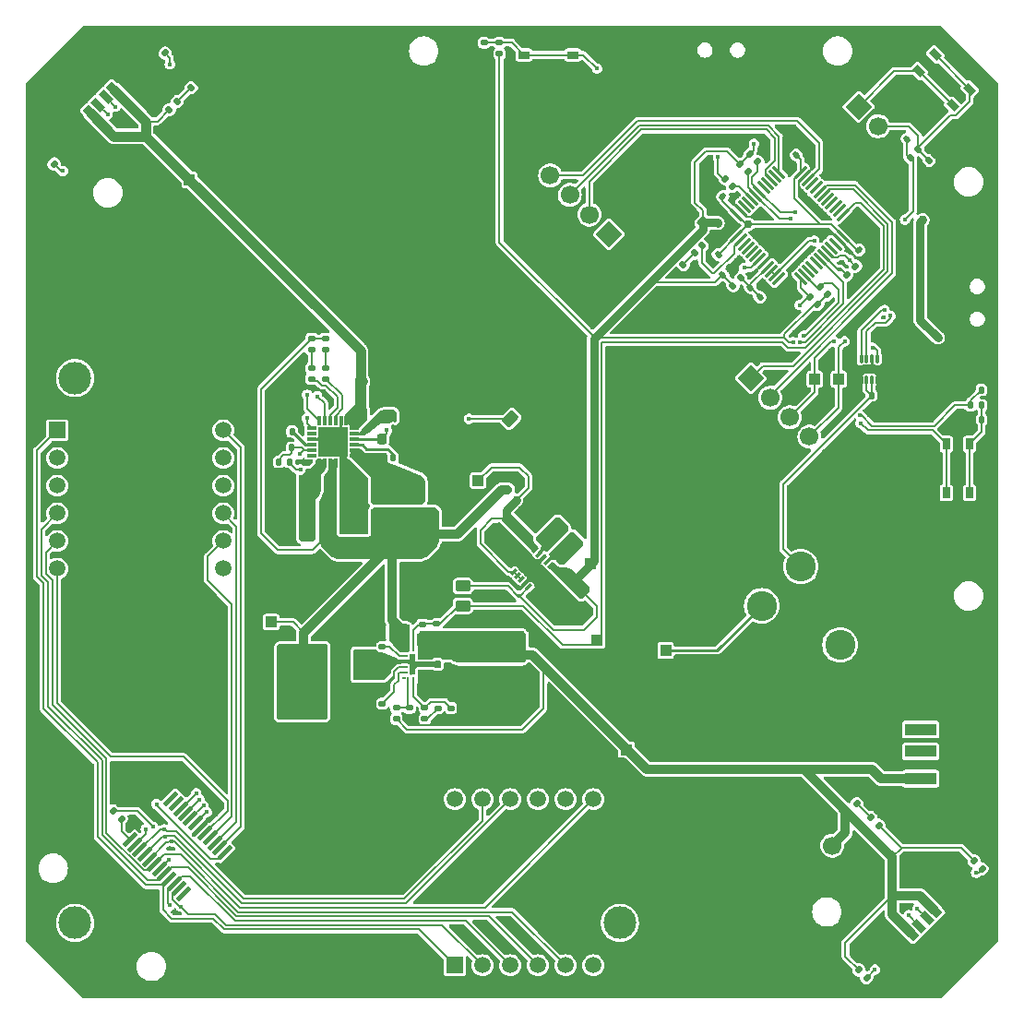
<source format=gbr>
%TF.GenerationSoftware,KiCad,Pcbnew,7.0.10*%
%TF.CreationDate,2025-08-26T16:00:25+02:00*%
%TF.ProjectId,BQ2xxxx,42513278-7878-4782-9e6b-696361645f70,rev?*%
%TF.SameCoordinates,Original*%
%TF.FileFunction,Copper,L1,Top*%
%TF.FilePolarity,Positive*%
%FSLAX46Y46*%
G04 Gerber Fmt 4.6, Leading zero omitted, Abs format (unit mm)*
G04 Created by KiCad (PCBNEW 7.0.10) date 2025-08-26 16:00:25*
%MOMM*%
%LPD*%
G01*
G04 APERTURE LIST*
G04 Aperture macros list*
%AMRoundRect*
0 Rectangle with rounded corners*
0 $1 Rounding radius*
0 $2 $3 $4 $5 $6 $7 $8 $9 X,Y pos of 4 corners*
0 Add a 4 corners polygon primitive as box body*
4,1,4,$2,$3,$4,$5,$6,$7,$8,$9,$2,$3,0*
0 Add four circle primitives for the rounded corners*
1,1,$1+$1,$2,$3*
1,1,$1+$1,$4,$5*
1,1,$1+$1,$6,$7*
1,1,$1+$1,$8,$9*
0 Add four rect primitives between the rounded corners*
20,1,$1+$1,$2,$3,$4,$5,0*
20,1,$1+$1,$4,$5,$6,$7,0*
20,1,$1+$1,$6,$7,$8,$9,0*
20,1,$1+$1,$8,$9,$2,$3,0*%
%AMHorizOval*
0 Thick line with rounded ends*
0 $1 width*
0 $2 $3 position (X,Y) of the first rounded end (center of the circle)*
0 $4 $5 position (X,Y) of the second rounded end (center of the circle)*
0 Add line between two ends*
20,1,$1,$2,$3,$4,$5,0*
0 Add two circle primitives to create the rounded ends*
1,1,$1,$2,$3*
1,1,$1,$4,$5*%
%AMRotRect*
0 Rectangle, with rotation*
0 The origin of the aperture is its center*
0 $1 length*
0 $2 width*
0 $3 Rotation angle, in degrees counterclockwise*
0 Add horizontal line*
21,1,$1,$2,0,0,$3*%
%AMFreePoly0*
4,1,21,-0.125000,1.200000,0.125000,1.200000,0.125000,1.700000,0.375001,1.700000,0.375000,1.200000,0.825000,1.200000,0.825000,-1.200000,0.375000,-1.200000,0.375001,-1.700000,0.125000,-1.700000,0.125000,-1.200000,-0.125000,-1.200000,-0.125000,-1.700000,-0.375001,-1.700000,-0.375000,-1.200000,-0.825000,-1.200000,-0.825000,1.200000,-0.375000,1.200000,-0.375001,1.700000,-0.125000,1.700000,
-0.125000,1.200000,-0.125000,1.200000,$1*%
G04 Aperture macros list end*
%TA.AperFunction,SMDPad,CuDef*%
%ADD10RoundRect,0.135000X-0.035355X0.226274X-0.226274X0.035355X0.035355X-0.226274X0.226274X-0.035355X0*%
%TD*%
%TA.AperFunction,SMDPad,CuDef*%
%ADD11RoundRect,0.140000X-0.170000X0.140000X-0.170000X-0.140000X0.170000X-0.140000X0.170000X0.140000X0*%
%TD*%
%TA.AperFunction,SMDPad,CuDef*%
%ADD12RoundRect,0.135000X0.135000X0.185000X-0.135000X0.185000X-0.135000X-0.185000X0.135000X-0.185000X0*%
%TD*%
%TA.AperFunction,SMDPad,CuDef*%
%ADD13R,2.794000X1.320800*%
%TD*%
%TA.AperFunction,SMDPad,CuDef*%
%ADD14RoundRect,0.135000X-0.226274X-0.035355X-0.035355X-0.226274X0.226274X0.035355X0.035355X0.226274X0*%
%TD*%
%TA.AperFunction,SMDPad,CuDef*%
%ADD15RoundRect,0.140000X-0.219203X-0.021213X-0.021213X-0.219203X0.219203X0.021213X0.021213X0.219203X0*%
%TD*%
%TA.AperFunction,SMDPad,CuDef*%
%ADD16RoundRect,0.135000X0.185000X-0.135000X0.185000X0.135000X-0.185000X0.135000X-0.185000X-0.135000X0*%
%TD*%
%TA.AperFunction,SMDPad,CuDef*%
%ADD17RoundRect,0.250000X-0.475000X0.250000X-0.475000X-0.250000X0.475000X-0.250000X0.475000X0.250000X0*%
%TD*%
%TA.AperFunction,ComponentPad*%
%ADD18C,3.000000*%
%TD*%
%TA.AperFunction,SMDPad,CuDef*%
%ADD19C,3.000000*%
%TD*%
%TA.AperFunction,SMDPad,CuDef*%
%ADD20RoundRect,0.140000X-0.021213X0.219203X-0.219203X0.021213X0.021213X-0.219203X0.219203X-0.021213X0*%
%TD*%
%TA.AperFunction,ComponentPad*%
%ADD21R,1.500000X1.500000*%
%TD*%
%TA.AperFunction,ComponentPad*%
%ADD22C,1.500000*%
%TD*%
%TA.AperFunction,SMDPad,CuDef*%
%ADD23RotRect,1.600000X0.410000X225.000000*%
%TD*%
%TA.AperFunction,SMDPad,CuDef*%
%ADD24RoundRect,0.147500X0.172500X-0.147500X0.172500X0.147500X-0.172500X0.147500X-0.172500X-0.147500X0*%
%TD*%
%TA.AperFunction,SMDPad,CuDef*%
%ADD25R,1.000000X1.000000*%
%TD*%
%TA.AperFunction,SMDPad,CuDef*%
%ADD26RoundRect,0.075000X-0.415425X-0.521491X0.521491X0.415425X0.415425X0.521491X-0.521491X-0.415425X0*%
%TD*%
%TA.AperFunction,SMDPad,CuDef*%
%ADD27RoundRect,0.075000X0.415425X-0.521491X0.521491X-0.415425X-0.415425X0.521491X-0.521491X0.415425X0*%
%TD*%
%TA.AperFunction,SMDPad,CuDef*%
%ADD28RoundRect,0.135000X0.226274X0.035355X0.035355X0.226274X-0.226274X-0.035355X-0.035355X-0.226274X0*%
%TD*%
%TA.AperFunction,SMDPad,CuDef*%
%ADD29RoundRect,0.140000X0.021213X-0.219203X0.219203X-0.021213X-0.021213X0.219203X-0.219203X0.021213X0*%
%TD*%
%TA.AperFunction,SMDPad,CuDef*%
%ADD30RoundRect,0.140000X-0.140000X-0.170000X0.140000X-0.170000X0.140000X0.170000X-0.140000X0.170000X0*%
%TD*%
%TA.AperFunction,SMDPad,CuDef*%
%ADD31RoundRect,0.225000X-0.017678X0.335876X-0.335876X0.017678X0.017678X-0.335876X0.335876X-0.017678X0*%
%TD*%
%TA.AperFunction,SMDPad,CuDef*%
%ADD32RoundRect,0.250000X-0.159099X0.512652X-0.512652X0.159099X0.159099X-0.512652X0.512652X-0.159099X0*%
%TD*%
%TA.AperFunction,SMDPad,CuDef*%
%ADD33RoundRect,0.032500X-0.097500X0.387500X-0.097500X-0.387500X0.097500X-0.387500X0.097500X0.387500X0*%
%TD*%
%TA.AperFunction,SMDPad,CuDef*%
%ADD34RoundRect,0.032500X-0.387500X0.097500X-0.387500X-0.097500X0.387500X-0.097500X0.387500X0.097500X0*%
%TD*%
%TA.AperFunction,SMDPad,CuDef*%
%ADD35RoundRect,0.033750X-0.396250X0.101250X-0.396250X-0.101250X0.396250X-0.101250X0.396250X0.101250X0*%
%TD*%
%TA.AperFunction,SMDPad,CuDef*%
%ADD36R,2.700000X2.700000*%
%TD*%
%TA.AperFunction,ComponentPad*%
%ADD37RotRect,1.700000X1.700000X225.000000*%
%TD*%
%TA.AperFunction,ComponentPad*%
%ADD38HorizOval,1.700000X0.000000X0.000000X0.000000X0.000000X0*%
%TD*%
%TA.AperFunction,SMDPad,CuDef*%
%ADD39RoundRect,0.140000X0.219203X0.021213X0.021213X0.219203X-0.219203X-0.021213X-0.021213X-0.219203X0*%
%TD*%
%TA.AperFunction,SMDPad,CuDef*%
%ADD40R,1.500000X2.400000*%
%TD*%
%TA.AperFunction,SMDPad,CuDef*%
%ADD41RoundRect,0.225000X0.335876X0.017678X0.017678X0.335876X-0.335876X-0.017678X-0.017678X-0.335876X0*%
%TD*%
%TA.AperFunction,SMDPad,CuDef*%
%ADD42R,0.700000X1.000000*%
%TD*%
%TA.AperFunction,SMDPad,CuDef*%
%ADD43RoundRect,0.147500X-0.226274X-0.017678X-0.017678X-0.226274X0.226274X0.017678X0.017678X0.226274X0*%
%TD*%
%TA.AperFunction,SMDPad,CuDef*%
%ADD44R,2.880000X1.120000*%
%TD*%
%TA.AperFunction,ComponentPad*%
%ADD45C,3.376000*%
%TD*%
%TA.AperFunction,SMDPad,CuDef*%
%ADD46RoundRect,0.225000X-0.225000X-0.250000X0.225000X-0.250000X0.225000X0.250000X-0.225000X0.250000X0*%
%TD*%
%TA.AperFunction,SMDPad,CuDef*%
%ADD47RoundRect,0.250000X-0.450000X0.262500X-0.450000X-0.262500X0.450000X-0.262500X0.450000X0.262500X0*%
%TD*%
%TA.AperFunction,SMDPad,CuDef*%
%ADD48RoundRect,0.250000X0.475000X-0.250000X0.475000X0.250000X-0.475000X0.250000X-0.475000X-0.250000X0*%
%TD*%
%TA.AperFunction,SMDPad,CuDef*%
%ADD49RoundRect,0.140000X0.170000X-0.140000X0.170000X0.140000X-0.170000X0.140000X-0.170000X-0.140000X0*%
%TD*%
%TA.AperFunction,SMDPad,CuDef*%
%ADD50RoundRect,0.033750X0.101250X-0.346250X0.101250X0.346250X-0.101250X0.346250X-0.101250X-0.346250X0*%
%TD*%
%TA.AperFunction,SMDPad,CuDef*%
%ADD51R,1.300000X0.900000*%
%TD*%
%TA.AperFunction,ComponentPad*%
%ADD52RotRect,1.700000X1.700000X45.000000*%
%TD*%
%TA.AperFunction,ComponentPad*%
%ADD53HorizOval,1.700000X0.000000X0.000000X0.000000X0.000000X0*%
%TD*%
%TA.AperFunction,SMDPad,CuDef*%
%ADD54RotRect,0.700000X1.000000X225.000000*%
%TD*%
%TA.AperFunction,SMDPad,CuDef*%
%ADD55RotRect,0.700000X1.200000X225.000000*%
%TD*%
%TA.AperFunction,SMDPad,CuDef*%
%ADD56RotRect,0.760000X1.200000X225.000000*%
%TD*%
%TA.AperFunction,SMDPad,CuDef*%
%ADD57RotRect,0.800000X1.200000X225.000000*%
%TD*%
%TA.AperFunction,ComponentPad*%
%ADD58C,2.010000*%
%TD*%
%TA.AperFunction,SMDPad,CuDef*%
%ADD59RoundRect,0.147500X-0.017678X0.226274X-0.226274X0.017678X0.017678X-0.226274X0.226274X-0.017678X0*%
%TD*%
%TA.AperFunction,SMDPad,CuDef*%
%ADD60RoundRect,0.225000X0.250000X-0.225000X0.250000X0.225000X-0.250000X0.225000X-0.250000X-0.225000X0*%
%TD*%
%TA.AperFunction,SMDPad,CuDef*%
%ADD61RoundRect,0.135000X-0.185000X0.135000X-0.185000X-0.135000X0.185000X-0.135000X0.185000X0.135000X0*%
%TD*%
%TA.AperFunction,SMDPad,CuDef*%
%ADD62R,1.000000X0.700000*%
%TD*%
%TA.AperFunction,SMDPad,CuDef*%
%ADD63RoundRect,0.135000X0.035355X-0.226274X0.226274X-0.035355X-0.035355X0.226274X-0.226274X0.035355X0*%
%TD*%
%TA.AperFunction,ComponentPad*%
%ADD64C,2.745000*%
%TD*%
%TA.AperFunction,SMDPad,CuDef*%
%ADD65RoundRect,0.225000X0.225000X0.250000X-0.225000X0.250000X-0.225000X-0.250000X0.225000X-0.250000X0*%
%TD*%
%TA.AperFunction,SMDPad,CuDef*%
%ADD66RotRect,0.600000X0.240000X225.000000*%
%TD*%
%TA.AperFunction,SMDPad,CuDef*%
%ADD67FreePoly0,225.000000*%
%TD*%
%TA.AperFunction,ComponentPad*%
%ADD68C,2.100000*%
%TD*%
%TA.AperFunction,SMDPad,CuDef*%
%ADD69RoundRect,0.140000X0.140000X0.170000X-0.140000X0.170000X-0.140000X-0.170000X0.140000X-0.170000X0*%
%TD*%
%TA.AperFunction,SMDPad,CuDef*%
%ADD70RoundRect,0.250000X-0.503814X-0.132583X-0.132583X-0.503814X0.503814X0.132583X0.132583X0.503814X0*%
%TD*%
%TA.AperFunction,SMDPad,CuDef*%
%ADD71RotRect,0.700000X1.200000X45.000000*%
%TD*%
%TA.AperFunction,SMDPad,CuDef*%
%ADD72RotRect,0.760000X1.200000X45.000000*%
%TD*%
%TA.AperFunction,SMDPad,CuDef*%
%ADD73RotRect,0.800000X1.200000X45.000000*%
%TD*%
%TA.AperFunction,SMDPad,CuDef*%
%ADD74RoundRect,0.250000X0.866206X0.335876X0.335876X0.866206X-0.866206X-0.335876X-0.335876X-0.866206X0*%
%TD*%
%TA.AperFunction,SMDPad,CuDef*%
%ADD75R,0.250000X0.575000*%
%TD*%
%TA.AperFunction,SMDPad,CuDef*%
%ADD76R,0.250000X0.550000*%
%TD*%
%TA.AperFunction,SMDPad,CuDef*%
%ADD77R,0.400000X1.250000*%
%TD*%
%TA.AperFunction,SMDPad,CuDef*%
%ADD78R,1.000000X0.400000*%
%TD*%
%TA.AperFunction,SMDPad,CuDef*%
%ADD79R,0.550000X0.250000*%
%TD*%
%TA.AperFunction,SMDPad,CuDef*%
%ADD80R,0.450000X0.225000*%
%TD*%
%TA.AperFunction,SMDPad,CuDef*%
%ADD81R,1.050000X0.400000*%
%TD*%
%TA.AperFunction,ViaPad*%
%ADD82C,0.450000*%
%TD*%
%TA.AperFunction,ViaPad*%
%ADD83C,0.750000*%
%TD*%
%TA.AperFunction,Conductor*%
%ADD84C,0.200000*%
%TD*%
%TA.AperFunction,Conductor*%
%ADD85C,0.250000*%
%TD*%
%TA.AperFunction,Conductor*%
%ADD86C,0.750000*%
%TD*%
%TA.AperFunction,Conductor*%
%ADD87C,0.900000*%
%TD*%
%TA.AperFunction,Conductor*%
%ADD88C,0.850000*%
%TD*%
G04 APERTURE END LIST*
D10*
%TO.P,R10,1*%
%TO.N,/O{slash}X*%
X103160624Y-32639378D03*
%TO.P,R10,2*%
%TO.N,GND*%
X102439376Y-33360626D03*
%TD*%
D11*
%TO.P,C26,1*%
%TO.N,Net-(IC2-COMP)*%
X59300000Y-82889999D03*
%TO.P,C26,2*%
%TO.N,GND*%
X59300000Y-83849999D03*
%TD*%
D12*
%TO.P,R22,1*%
%TO.N,Net-(S4-NO1)*%
X108010000Y-55100000D03*
%TO.P,R22,2*%
%TO.N,/DISP*%
X106990000Y-55100000D03*
%TD*%
D13*
%TO.P,L3,1,1*%
%TO.N,V_SYS*%
X55105000Y-66914801D03*
%TO.P,L3,2,2*%
%TO.N,/SW2*%
X55105000Y-62495201D03*
%TD*%
D12*
%TO.P,R16,1*%
%TO.N,/REGN*%
X44510000Y-60305000D03*
%TO.P,R16,2*%
%TO.N,/TS*%
X43490000Y-60305000D03*
%TD*%
D14*
%TO.P,R3,1*%
%TO.N,+5V_OUT*%
X107339376Y-96939376D03*
%TO.P,R3,2*%
%TO.N,Net-(J1-CC2)*%
X108060624Y-97660624D03*
%TD*%
D15*
%TO.P,C7,1*%
%TO.N,+3.3V*%
X96760589Y-40860589D03*
%TO.P,C7,2*%
%TO.N,GND*%
X97439411Y-41539411D03*
%TD*%
D16*
%TO.P,R29,1*%
%TO.N,/5VEN*%
X56700000Y-75210000D03*
%TO.P,R29,2*%
%TO.N,GND*%
X56700000Y-74190000D03*
%TD*%
D17*
%TO.P,C28,1*%
%TO.N,+5V_OUT*%
X62500000Y-77990000D03*
%TO.P,C28,2*%
%TO.N,GND*%
X62500000Y-79890000D03*
%TD*%
D18*
%TO.P,FID1,1*%
%TO.N,N/C*%
X24800000Y-102600000D03*
%TD*%
D14*
%TO.P,R4,1*%
%TO.N,+5V_OUT*%
X96751524Y-106933862D03*
%TO.P,R4,2*%
%TO.N,Net-(J1-CC1)*%
X97472772Y-107655110D03*
%TD*%
D19*
%TO.P,TP10,1,1*%
%TO.N,GND*%
X82900000Y-84600000D03*
%TD*%
D20*
%TO.P,C12,1*%
%TO.N,+3.3VA*%
X86767971Y-44289152D03*
%TO.P,C12,2*%
%TO.N,GND*%
X86089149Y-44967974D03*
%TD*%
D21*
%TO.P,U4,1,e*%
%TO.N,/segE*%
X59660000Y-106500000D03*
D22*
%TO.P,U4,2,d*%
%TO.N,/segD*%
X62200000Y-106500000D03*
%TO.P,U4,3,DPX*%
%TO.N,/segDP*%
X64740000Y-106500000D03*
%TO.P,U4,4,c*%
%TO.N,/segC*%
X67280000Y-106500000D03*
%TO.P,U4,5,g*%
%TO.N,/segG*%
X69820000Y-106500000D03*
%TO.P,U4,6,CC4*%
%TO.N,/Digit7*%
X72360000Y-106500000D03*
%TO.P,U4,7,b*%
%TO.N,/segB*%
X72360000Y-91260000D03*
%TO.P,U4,8,CC3*%
%TO.N,/Digit6*%
X69820000Y-91260000D03*
%TO.P,U4,9,CC2*%
%TO.N,/Digit5*%
X67280000Y-91260000D03*
%TO.P,U4,10,f*%
%TO.N,/segF*%
X64740000Y-91260000D03*
%TO.P,U4,11,a*%
%TO.N,/segA*%
X62200000Y-91260000D03*
%TO.P,U4,12,CC1*%
%TO.N,/Digit4*%
X59660000Y-91260000D03*
%TD*%
D23*
%TO.P,U6,1,SDA*%
%TO.N,/SDA*%
X38533748Y-96166115D03*
%TO.P,U6,2,DIG0*%
%TO.N,/Digit0*%
X38084735Y-95717102D03*
%TO.P,U6,3,DIG1*%
%TO.N,/Digit1*%
X37635722Y-95268089D03*
%TO.P,U6,4,DIG2*%
%TO.N,/Digit2*%
X37186710Y-94819076D03*
%TO.P,U6,5,DIG3*%
%TO.N,/Digit3*%
X36737697Y-94370064D03*
%TO.P,U6,6,GND*%
%TO.N,GND*%
X36288684Y-93921051D03*
%TO.P,U6,7,DIG4*%
%TO.N,/Digit4*%
X35839671Y-93472038D03*
%TO.P,U6,8,DIG5*%
%TO.N,/Digit5*%
X35390658Y-93023025D03*
%TO.P,U6,9,DIG6*%
%TO.N,/Digit6*%
X34941646Y-92574012D03*
%TO.P,U6,10,DIG7*%
%TO.N,/Digit7*%
X34492633Y-92125000D03*
%TO.P,U6,11,KEYA*%
%TO.N,unconnected-(U6-KEYA-Pad11)*%
X34043620Y-91675987D03*
%TO.P,U6,12,KEYB*%
%TO.N,unconnected-(U6-KEYB-Pad12)*%
X33594607Y-91226974D03*
%TO.P,U6,13,ISET*%
%TO.N,Net-(U6-ISET)*%
X29840860Y-94980721D03*
%TO.P,U6,14,SCL*%
%TO.N,/SCL*%
X30289873Y-95429734D03*
%TO.P,U6,15,SEGA*%
%TO.N,/segA*%
X30738886Y-95878747D03*
%TO.P,U6,16,SEGF*%
%TO.N,/segF*%
X31187898Y-96327760D03*
%TO.P,U6,17,SEGB*%
%TO.N,/segB*%
X31636911Y-96776772D03*
%TO.P,U6,18,SEGG*%
%TO.N,/segG*%
X32085924Y-97225785D03*
%TO.P,U6,19,VDD*%
%TO.N,+3.3V*%
X32534937Y-97674798D03*
%TO.P,U6,20,SEGC*%
%TO.N,/segC*%
X32983950Y-98123811D03*
%TO.P,U6,21,SEGE*%
%TO.N,/segE*%
X33432962Y-98572824D03*
%TO.P,U6,22,SEGDP*%
%TO.N,/segDP*%
X33881975Y-99021836D03*
%TO.P,U6,23,SEGD*%
%TO.N,/segD*%
X34330988Y-99470849D03*
%TO.P,U6,24,IRQ*%
%TO.N,/DISP_IRQ*%
X34780001Y-99919862D03*
%TD*%
D17*
%TO.P,C29,1*%
%TO.N,+5V_OUT*%
X64600000Y-77989999D03*
%TO.P,C29,2*%
%TO.N,GND*%
X64600000Y-79889999D03*
%TD*%
D24*
%TO.P,D3,1,K*%
%TO.N,/PG*%
X47805000Y-52675001D03*
%TO.P,D3,2,A*%
%TO.N,Net-(D3-A)*%
X47805000Y-51705001D03*
%TD*%
D25*
%TO.P,TP1,1,1*%
%TO.N,+5V_CHARGE*%
X35300000Y-34400000D03*
%TD*%
D16*
%TO.P,R24,1*%
%TO.N,+5V_OUT*%
X54290000Y-83900000D03*
%TO.P,R24,2*%
%TO.N,Net-(IC2-FB_1)*%
X54290000Y-82880000D03*
%TD*%
D26*
%TO.P,U5,1,VBAT*%
%TO.N,+3.3V*%
X85512124Y-39598788D03*
%TO.P,U5,2,PC13*%
%TO.N,/LED*%
X85865678Y-39952342D03*
%TO.P,U5,3,PC14*%
%TO.N,unconnected-(U5-PC14-Pad3)*%
X86219231Y-40305895D03*
%TO.P,U5,4,PC15*%
%TO.N,unconnected-(U5-PC15-Pad4)*%
X86572785Y-40659449D03*
%TO.P,U5,5,PD0*%
%TO.N,unconnected-(U5-PD0-Pad5)*%
X86926338Y-41013002D03*
%TO.P,U5,6,PD1*%
%TO.N,unconnected-(U5-PD1-Pad6)*%
X87279891Y-41366555D03*
%TO.P,U5,7,NRST*%
%TO.N,/NRST*%
X87633445Y-41720109D03*
%TO.P,U5,8,VSSA*%
%TO.N,GND*%
X87986998Y-42073662D03*
%TO.P,U5,9,VDDA*%
%TO.N,+3.3VA*%
X88340551Y-42427215D03*
%TO.P,U5,10,PA0*%
%TO.N,/ON{slash}OFF*%
X88694105Y-42780769D03*
%TO.P,U5,11,PA1*%
X89047658Y-43134322D03*
%TO.P,U5,12,PA2*%
%TO.N,unconnected-(U5-PA2-Pad12)*%
X89401212Y-43487876D03*
D27*
%TO.P,U5,13,PA3*%
%TO.N,/INT_BQ*%
X91398788Y-43487876D03*
%TO.P,U5,14,PA4*%
%TO.N,/INT_MAX*%
X91752342Y-43134322D03*
%TO.P,U5,15,PA5*%
%TO.N,unconnected-(U5-PA5-Pad15)*%
X92105895Y-42780769D03*
%TO.P,U5,16,PA6*%
%TO.N,unconnected-(U5-PA6-Pad16)*%
X92459449Y-42427215D03*
%TO.P,U5,17,PA7*%
%TO.N,unconnected-(U5-PA7-Pad17)*%
X92813002Y-42073662D03*
%TO.P,U5,18,PB0*%
%TO.N,/DISP*%
X93166555Y-41720109D03*
%TO.P,U5,19,PB1*%
%TO.N,/REACT*%
X93520109Y-41366555D03*
%TO.P,U5,20,PB2*%
%TO.N,/TRIG*%
X93873662Y-41013002D03*
%TO.P,U5,21,PB10*%
%TO.N,unconnected-(U5-PB10-Pad21)*%
X94227215Y-40659449D03*
%TO.P,U5,22,PB11*%
%TO.N,unconnected-(U5-PB11-Pad22)*%
X94580769Y-40305895D03*
%TO.P,U5,23,VSS*%
%TO.N,GND*%
X94934322Y-39952342D03*
%TO.P,U5,24,VDD*%
%TO.N,+3.3V*%
X95287876Y-39598788D03*
D26*
%TO.P,U5,25,PB12*%
%TO.N,/5VEN*%
X95287876Y-37601212D03*
%TO.P,U5,26,PB13*%
%TO.N,unconnected-(U5-PB13-Pad26)*%
X94934322Y-37247658D03*
%TO.P,U5,27,PB14*%
%TO.N,unconnected-(U5-PB14-Pad27)*%
X94580769Y-36894105D03*
%TO.P,U5,28,PB15*%
%TO.N,unconnected-(U5-PB15-Pad28)*%
X94227215Y-36540551D03*
%TO.P,U5,29,PA8*%
%TO.N,unconnected-(U5-PA8-Pad29)*%
X93873662Y-36186998D03*
%TO.P,U5,30,PA9*%
%TO.N,/TX*%
X93520109Y-35833445D03*
%TO.P,U5,31,PA10*%
%TO.N,/RX*%
X93166555Y-35479891D03*
%TO.P,U5,32,PA11*%
%TO.N,unconnected-(U5-PA11-Pad32)*%
X92813002Y-35126338D03*
%TO.P,U5,33,PA12*%
%TO.N,unconnected-(U5-PA12-Pad33)*%
X92459449Y-34772785D03*
%TO.P,U5,34,PA13*%
%TO.N,/SWDIO*%
X92105895Y-34419231D03*
%TO.P,U5,35,VSS*%
%TO.N,GND*%
X91752342Y-34065678D03*
%TO.P,U5,36,VDD*%
%TO.N,+3.3V*%
X91398788Y-33712124D03*
D27*
%TO.P,U5,37,PA14*%
%TO.N,/SWCLK*%
X89401212Y-33712124D03*
%TO.P,U5,38,PA15*%
%TO.N,unconnected-(U5-PA15-Pad38)*%
X89047658Y-34065678D03*
%TO.P,U5,39,PB3*%
%TO.N,/SWO*%
X88694105Y-34419231D03*
%TO.P,U5,40,PB4*%
%TO.N,unconnected-(U5-PB4-Pad40)*%
X88340551Y-34772785D03*
%TO.P,U5,41,PB5*%
%TO.N,unconnected-(U5-PB5-Pad41)*%
X87986998Y-35126338D03*
%TO.P,U5,42,PB6*%
%TO.N,/SCL*%
X87633445Y-35479891D03*
%TO.P,U5,43,PB7*%
%TO.N,/SDA*%
X87279891Y-35833445D03*
%TO.P,U5,44,BOOT0*%
%TO.N,/BOOT*%
X86926338Y-36186998D03*
%TO.P,U5,45,PB8*%
%TO.N,unconnected-(U5-PB8-Pad45)*%
X86572785Y-36540551D03*
%TO.P,U5,46,PB9*%
%TO.N,unconnected-(U5-PB9-Pad46)*%
X86219231Y-36894105D03*
%TO.P,U5,47,VSS*%
%TO.N,GND*%
X85865678Y-37247658D03*
%TO.P,U5,48,VDD*%
%TO.N,+3.3V*%
X85512124Y-37601212D03*
%TD*%
D28*
%TO.P,R13,1*%
%TO.N,+3.3V*%
X92960624Y-45860624D03*
%TO.P,R13,2*%
%TO.N,/INT_BQ*%
X92239376Y-45139376D03*
%TD*%
D29*
%TO.P,C8,1*%
%TO.N,+3.3V*%
X90999999Y-32139411D03*
%TO.P,C8,2*%
%TO.N,GND*%
X91678821Y-31460589D03*
%TD*%
D18*
%TO.P,FID3,1*%
%TO.N,N/C*%
X24800000Y-52600000D03*
%TD*%
D30*
%TO.P,C1,1*%
%TO.N,+BATT*%
X97920000Y-54200000D03*
%TO.P,C1,2*%
%TO.N,GND*%
X98880000Y-54200000D03*
%TD*%
D25*
%TO.P,TP3,1,1*%
%TO.N,+BATT*%
X79000000Y-77600000D03*
%TD*%
D31*
%TO.P,C3,1*%
%TO.N,/VIN_STM*%
X65663013Y-66789181D03*
%TO.P,C3,2*%
%TO.N,GND*%
X64566997Y-67885197D03*
%TD*%
D30*
%TO.P,C17,1*%
%TO.N,/SW2*%
X53025000Y-59905001D03*
%TO.P,C17,2*%
%TO.N,/BTST*%
X53985000Y-59905001D03*
%TD*%
D32*
%TO.P,C4,1*%
%TO.N,+3.3V*%
X70453663Y-71332341D03*
%TO.P,C4,2*%
%TO.N,GND*%
X69110161Y-72675843D03*
%TD*%
D33*
%TO.P,U2,1,VBUS_1*%
%TO.N,+5V_CHARGE*%
X49700000Y-56510001D03*
%TO.P,U2,2,PSEL*%
%TO.N,GND*%
X49200000Y-56510001D03*
%TO.P,U2,3,~{PG}*%
%TO.N,/PG*%
X48700000Y-56510001D03*
%TO.P,U2,4,STAT*%
%TO.N,/STAT*%
X48200000Y-56510001D03*
%TO.P,U2,5,SCL*%
%TO.N,/SCL*%
X47700000Y-56510001D03*
%TO.P,U2,6,SDA*%
%TO.N,/SDA*%
X47200000Y-56510001D03*
D34*
%TO.P,U2,7,INT*%
%TO.N,/INT_BQ*%
X46505000Y-57205001D03*
%TO.P,U2,8,OTG*%
%TO.N,unconnected-(U2-OTG-Pad8)*%
X46505000Y-57705001D03*
%TO.P,U2,9,~{CE}*%
%TO.N,GND*%
X46505000Y-58205001D03*
%TO.P,U2,10,ILIM*%
%TO.N,/ILIM*%
X46505000Y-58705001D03*
%TO.P,U2,11,TS*%
%TO.N,/TS*%
X46505000Y-59205001D03*
%TO.P,U2,12,QON*%
%TO.N,unconnected-(U2-QON-Pad12)*%
X46505000Y-59705001D03*
D33*
%TO.P,U2,13,BAT_13*%
%TO.N,+BATT*%
X47200000Y-60400001D03*
%TO.P,U2,14,BAT_14*%
X47700000Y-60400001D03*
%TO.P,U2,15,SYS_15*%
%TO.N,V_SYS*%
X48200000Y-60400001D03*
%TO.P,U2,16,SYS_16*%
X48700000Y-60400001D03*
%TO.P,U2,17,PGND_17*%
%TO.N,GND*%
X49200000Y-60400001D03*
%TO.P,U2,18,PGND_18*%
X49700000Y-60400001D03*
D35*
%TO.P,U2,19,SW_19*%
%TO.N,/SW2*%
X50395000Y-59705001D03*
%TO.P,U2,20,SW_20*%
X50395000Y-59205001D03*
%TO.P,U2,21,BTST*%
%TO.N,/BTST*%
X50395000Y-58705001D03*
%TO.P,U2,22,REGN*%
%TO.N,/REGN*%
X50395000Y-58205001D03*
%TO.P,U2,23,PMID*%
%TO.N,/PMID*%
X50395000Y-57705001D03*
%TO.P,U2,24,VBUS_24*%
%TO.N,+5V_CHARGE*%
X50395000Y-57205001D03*
D36*
%TO.P,U2,25,EXP*%
%TO.N,GND*%
X48450000Y-58455001D03*
%TD*%
D37*
%TO.P,J9,1,Pin_1*%
%TO.N,GND*%
X96101561Y-97301562D03*
D38*
%TO.P,J9,2,Pin_2*%
%TO.N,+5V_OUT*%
X94305510Y-95505511D03*
%TD*%
D39*
%TO.P,C9,1*%
%TO.N,+3.3V*%
X84239411Y-35926130D03*
%TO.P,C9,2*%
%TO.N,GND*%
X83560589Y-35247308D03*
%TD*%
D30*
%TO.P,C16,1*%
%TO.N,+5V_CHARGE*%
X51225001Y-54105001D03*
%TO.P,C16,2*%
%TO.N,GND*%
X52185001Y-54105001D03*
%TD*%
D12*
%TO.P,R6,1*%
%TO.N,/ILIM*%
X44715000Y-57505000D03*
%TO.P,R6,2*%
%TO.N,GND*%
X43695000Y-57505000D03*
%TD*%
D40*
%TO.P,L2,1,1*%
%TO.N,/SW1*%
X51300001Y-78900000D03*
%TO.P,L2,2,2*%
%TO.N,V_SYS*%
X45800001Y-78900000D03*
%TD*%
D41*
%TO.P,C10,1*%
%TO.N,+3.3V*%
X82448008Y-38348008D03*
%TO.P,C10,2*%
%TO.N,GND*%
X81351992Y-37251992D03*
%TD*%
D42*
%TO.P,S4,1,C1*%
%TO.N,+3.3V*%
X104750000Y-63150000D03*
%TO.P,S4,2,C2*%
X104750000Y-58650000D03*
%TO.P,S4,3,NO1*%
%TO.N,Net-(S4-NO1)*%
X106900000Y-63150000D03*
%TO.P,S4,4,NO2*%
X106900000Y-58650000D03*
%TD*%
D43*
%TO.P,D2,1,K*%
%TO.N,GND*%
X95857052Y-90957052D03*
%TO.P,D2,2,A*%
%TO.N,Net-(D2-A)*%
X96542946Y-91642946D03*
%TD*%
D21*
%TO.P,U3,1,e*%
%TO.N,/segE*%
X23160000Y-57400000D03*
D22*
%TO.P,U3,2,d*%
%TO.N,/segD*%
X23160000Y-59940000D03*
%TO.P,U3,3,DPX*%
%TO.N,/segDP*%
X23160000Y-62480000D03*
%TO.P,U3,4,c*%
%TO.N,/segC*%
X23160000Y-65020000D03*
%TO.P,U3,5,g*%
%TO.N,/segG*%
X23160000Y-67560000D03*
%TO.P,U3,6,CC4*%
%TO.N,/Digit3*%
X23160000Y-70100000D03*
%TO.P,U3,7,b*%
%TO.N,/segB*%
X38400000Y-70100000D03*
%TO.P,U3,8,CC3*%
%TO.N,/Digit2*%
X38400000Y-67560000D03*
%TO.P,U3,9,CC2*%
%TO.N,/Digit1*%
X38400000Y-65020000D03*
%TO.P,U3,10,f*%
%TO.N,/segF*%
X38400000Y-62480000D03*
%TO.P,U3,11,a*%
%TO.N,/segA*%
X38400000Y-59940000D03*
%TO.P,U3,12,CC1*%
%TO.N,/Digit0*%
X38400000Y-57400000D03*
%TD*%
D44*
%TO.P,J7,01,VCC*%
%TO.N,+5V_OUT*%
X102417500Y-89365250D03*
%TO.P,J7,02,D-*%
%TO.N,unconnected-(J7-D--Pad02)*%
X102417500Y-86865250D03*
%TO.P,J7,03,D+*%
%TO.N,unconnected-(J7-D+-Pad03)*%
X102417500Y-84865250D03*
%TO.P,J7,04,GND*%
%TO.N,GND*%
X102417500Y-82365250D03*
D45*
%TO.P,J7,SH1,SHIELD*%
X105997500Y-92435250D03*
%TO.P,J7,SH2,SHIELD*%
X105997500Y-79295250D03*
%TD*%
D25*
%TO.P,TP8,1,1*%
%TO.N,/REACT*%
X92700000Y-52700000D03*
%TD*%
D14*
%TO.P,R18,1*%
%TO.N,+3.3V*%
X85820351Y-32958401D03*
%TO.P,R18,2*%
%TO.N,/SDA*%
X86541599Y-33679649D03*
%TD*%
D46*
%TO.P,C21,1*%
%TO.N,V_SYS*%
X48212500Y-64955001D03*
%TO.P,C21,2*%
%TO.N,GND*%
X49762500Y-64955001D03*
%TD*%
D25*
%TO.P,TP2,1,1*%
%TO.N,+5V_OUT*%
X75400000Y-86700000D03*
%TD*%
D16*
%TO.P,R12,1*%
%TO.N,+3.3V*%
X63755000Y-22840000D03*
%TO.P,R12,2*%
%TO.N,/NRST*%
X63755000Y-21820000D03*
%TD*%
D37*
%TO.P,J5,1,Pin_1*%
%TO.N,VDD*%
X73796051Y-39396051D03*
D38*
%TO.P,J5,2,Pin_2*%
%TO.N,/SWO*%
X72000000Y-37600000D03*
%TO.P,J5,3,Pin_3*%
%TO.N,/SWCLK*%
X70203949Y-35803949D03*
%TO.P,J5,4,Pin_4*%
%TO.N,/SWDIO*%
X68407897Y-34007897D03*
%TO.P,J5,5,Pin_5*%
%TO.N,GND*%
X66611846Y-32211846D03*
%TD*%
D10*
%TO.P,R26,1*%
%TO.N,Net-(D5-A)*%
X80592857Y-42207143D03*
%TO.P,R26,2*%
%TO.N,GND*%
X79871609Y-42928391D03*
%TD*%
D47*
%TO.P,JP1,1,A*%
%TO.N,+3.3V*%
X60400000Y-71687500D03*
%TO.P,JP1,2,B*%
%TO.N,/5VEN*%
X60400000Y-73512500D03*
%TD*%
D24*
%TO.P,D4,1,K*%
%TO.N,/STAT*%
X46505000Y-52675001D03*
%TO.P,D4,2,A*%
%TO.N,Net-(D4-A)*%
X46505000Y-51705001D03*
%TD*%
D48*
%TO.P,C22,1*%
%TO.N,GND*%
X45800001Y-85070000D03*
%TO.P,C22,2*%
%TO.N,V_SYS*%
X45800001Y-83170000D03*
%TD*%
D49*
%TO.P,C31,1*%
%TO.N,V_SYS*%
X55100000Y-75560000D03*
%TO.P,C31,2*%
%TO.N,GND*%
X55100000Y-74600000D03*
%TD*%
D14*
%TO.P,R8,1*%
%TO.N,+3.3V*%
X28339376Y-92339376D03*
%TO.P,R8,2*%
%TO.N,Net-(U6-ISET)*%
X29060624Y-93060624D03*
%TD*%
D10*
%TO.P,R7,1*%
%TO.N,/O{slash}X*%
X102167139Y-31645893D03*
%TO.P,R7,2*%
%TO.N,/ON{slash}OFF*%
X101445891Y-32367141D03*
%TD*%
D50*
%TO.P,U1,1,CTG*%
%TO.N,GND*%
X96950000Y-52785000D03*
%TO.P,U1,2,CELL*%
%TO.N,+BATT*%
X97450000Y-52785000D03*
%TO.P,U1,3,VDD*%
X97950000Y-52785000D03*
%TO.P,U1,4,GND*%
%TO.N,GND*%
X98450000Y-52785000D03*
%TO.P,U1,5,~{ALERT}*%
%TO.N,/INT_MAX*%
X98450000Y-50815000D03*
%TO.P,U1,6,QSTRT*%
%TO.N,GND*%
X97950000Y-50815000D03*
%TO.P,U1,7,SCL*%
%TO.N,/SCL*%
X97450000Y-50815000D03*
%TO.P,U1,8,SDA*%
%TO.N,/SDA*%
X96950000Y-50815000D03*
D51*
%TO.P,U1,9,EP*%
%TO.N,GND*%
X97700000Y-51800000D03*
%TD*%
D25*
%TO.P,TP9,1,1*%
%TO.N,/TRIG*%
X94900000Y-52700000D03*
%TD*%
D49*
%TO.P,C24,1*%
%TO.N,Net-(IC2-VCC)*%
X53000000Y-82480000D03*
%TO.P,C24,2*%
%TO.N,GND*%
X53000000Y-81520000D03*
%TD*%
D52*
%TO.P,J6,1,Pin_1*%
%TO.N,+3.3V*%
X96698439Y-27698439D03*
D53*
%TO.P,J6,2,Pin_2*%
%TO.N,/O{slash}X*%
X98494490Y-29494490D03*
%TD*%
D14*
%TO.P,R2,1*%
%TO.N,GND*%
X22144890Y-32227226D03*
%TO.P,R2,2*%
%TO.N,Net-(J4-CC2)*%
X22866138Y-32948474D03*
%TD*%
D46*
%TO.P,C19,1*%
%TO.N,/REGN*%
X52930000Y-58205001D03*
%TO.P,C19,2*%
%TO.N,GND*%
X54480000Y-58205001D03*
%TD*%
D54*
%TO.P,S3,1,C1*%
%TO.N,+3.3V*%
X105400000Y-27600000D03*
%TO.P,S3,2,C2*%
X102218020Y-24418020D03*
%TO.P,S3,3,NO1*%
%TO.N,/O{slash}X*%
X106920280Y-26079720D03*
%TO.P,S3,4,NO2*%
X103738300Y-22897740D03*
%TD*%
D28*
%TO.P,R28,1*%
%TO.N,GND*%
X97160624Y-43060624D03*
%TO.P,R28,2*%
%TO.N,/TRIG*%
X96439376Y-42339376D03*
%TD*%
D11*
%TO.P,C30,1*%
%TO.N,Net-(IC2-BST)*%
X53000001Y-77279999D03*
%TO.P,C30,2*%
%TO.N,/SW1*%
X53000001Y-78239999D03*
%TD*%
D25*
%TO.P,TP6,1,1*%
%TO.N,/VIN_STM*%
X61800000Y-62000000D03*
%TD*%
D55*
%TO.P,J4,A5,CC1*%
%TO.N,Net-(J4-CC1)*%
X27617896Y-26810789D03*
D56*
%TO.P,J4,A9,VBUS_1*%
%TO.N,+5V_CHARGE*%
X26189540Y-28239145D03*
D57*
%TO.P,J4,A12,GND_1*%
%TO.N,GND*%
X25319799Y-29108886D03*
D55*
%TO.P,J4,B5,CC2*%
%TO.N,Net-(J4-CC2)*%
X26910789Y-27517896D03*
D56*
%TO.P,J4,B9,VBUS_2*%
%TO.N,+5V_CHARGE*%
X28339145Y-26089540D03*
D57*
%TO.P,J4,B12,GND_2*%
%TO.N,GND*%
X29208886Y-25219799D03*
D58*
%TO.P,J4,MH1,SH1*%
X24153073Y-30162475D03*
%TO.P,J4,MH2,SH2*%
X21466067Y-27475470D03*
%TO.P,J4,MH3,SH3*%
X27575470Y-21366067D03*
%TO.P,J4,MH4,SH4*%
X30262475Y-24053073D03*
%TD*%
D52*
%TO.P,J2,1,Pin_1*%
%TO.N,/TX*%
X86807898Y-52607898D03*
D53*
%TO.P,J2,2,Pin_2*%
%TO.N,/RX*%
X88603949Y-54403949D03*
%TO.P,J2,3,Pin_3*%
%TO.N,/REACT*%
X90400000Y-56200000D03*
%TO.P,J2,4,Pin_4*%
%TO.N,/TRIG*%
X92196052Y-57996052D03*
%TO.P,J2,5,Pin_5*%
%TO.N,GND*%
X93992103Y-59792103D03*
%TD*%
D59*
%TO.P,D1,1,K*%
%TO.N,GND*%
X36142947Y-25257053D03*
%TO.P,D1,2,A*%
%TO.N,Net-(D1-A)*%
X35457053Y-25942947D03*
%TD*%
D60*
%TO.P,C18,1*%
%TO.N,/PMID*%
X53505000Y-56080000D03*
%TO.P,C18,2*%
%TO.N,GND*%
X53505000Y-54530000D03*
%TD*%
D20*
%TO.P,C2,1*%
%TO.N,/ON{slash}OFF*%
X101173655Y-30666551D03*
%TO.P,C2,2*%
%TO.N,GND*%
X100494833Y-31345373D03*
%TD*%
D61*
%TO.P,R23,1*%
%TO.N,Net-(IC2-COMP)*%
X56900000Y-82880000D03*
%TO.P,R23,2*%
%TO.N,Net-(C25-Pad1)*%
X56900000Y-83900000D03*
%TD*%
D12*
%TO.P,R17,1*%
%TO.N,/TS*%
X44705000Y-59005001D03*
%TO.P,R17,2*%
%TO.N,GND*%
X43685000Y-59005001D03*
%TD*%
D14*
%TO.P,R27,1*%
%TO.N,/REACT*%
X95639376Y-43139376D03*
%TO.P,R27,2*%
%TO.N,GND*%
X96360624Y-43860624D03*
%TD*%
D62*
%TO.P,S2,1,C1*%
%TO.N,/NRST*%
X66000000Y-22950000D03*
%TO.P,S2,2,C2*%
X70500000Y-22950000D03*
%TO.P,S2,3,NO1*%
%TO.N,GND*%
X66000000Y-25100000D03*
%TO.P,S2,4,NO2*%
X70500000Y-25100000D03*
%TD*%
D61*
%TO.P,R25,1*%
%TO.N,Net-(IC2-FB_1)*%
X55500000Y-82880000D03*
%TO.P,R25,2*%
%TO.N,GND*%
X55500000Y-83900000D03*
%TD*%
D63*
%TO.P,R14,1*%
%TO.N,+5V_CHARGE*%
X33439376Y-27960624D03*
%TO.P,R14,2*%
%TO.N,Net-(D1-A)*%
X34160624Y-27239376D03*
%TD*%
D28*
%TO.P,R5,1*%
%TO.N,+3.3V*%
X93879863Y-44941382D03*
%TO.P,R5,2*%
%TO.N,/INT_MAX*%
X93158615Y-44220134D03*
%TD*%
D64*
%TO.P,BT2,1_1*%
%TO.N,+BATT*%
X91414894Y-69910017D03*
%TO.P,BT2,1_2*%
X87822792Y-73502119D03*
%TO.P,BT2,1_3*%
X95006997Y-77094222D03*
%TD*%
D65*
%TO.P,C15,1*%
%TO.N,+BATT*%
X46062500Y-62455000D03*
%TO.P,C15,2*%
%TO.N,GND*%
X44512500Y-62455000D03*
%TD*%
D66*
%TO.P,U7,1,VOUT*%
%TO.N,+3.3V*%
X68438406Y-69812060D03*
%TO.P,U7,2,L2*%
%TO.N,Net-(U7-L2)*%
X68084853Y-69458507D03*
%TO.P,U7,3,PGND*%
%TO.N,GND*%
X67731299Y-69104954D03*
%TO.P,U7,4,L1*%
%TO.N,Net-(U7-L1)*%
X67377746Y-68751400D03*
%TO.P,U7,5,VIN*%
%TO.N,/VIN_STM*%
X67024193Y-68397847D03*
%TO.P,U7,6,EN*%
X65044294Y-70377746D03*
%TO.P,U7,7,PS/SYNC*%
X65397847Y-70731299D03*
%TO.P,U7,8,VINA*%
X65751401Y-71084852D03*
%TO.P,U7,9,GND*%
%TO.N,GND*%
X66104954Y-71438406D03*
%TO.P,U7,10,FB*%
%TO.N,+3.3V*%
X66458507Y-71791959D03*
D67*
%TO.P,U7,11,PGND*%
%TO.N,GND*%
X66741350Y-70094903D03*
%TD*%
D68*
%TO.P,BT1,N1*%
%TO.N,GND*%
X49059198Y-31231276D03*
%TO.P,BT1,N2*%
X43759433Y-32217690D03*
%TO.P,BT1,N3*%
X50045612Y-25931511D03*
%TD*%
D11*
%TO.P,C23,1*%
%TO.N,V_SYS*%
X47500000Y-83640000D03*
%TO.P,C23,2*%
%TO.N,GND*%
X47500000Y-84600000D03*
%TD*%
D14*
%TO.P,R9,1*%
%TO.N,Net-(J3-Pad2)*%
X84437186Y-34299999D03*
%TO.P,R9,2*%
%TO.N,/BOOT*%
X85158434Y-35021247D03*
%TD*%
D69*
%TO.P,C5,1*%
%TO.N,/DISP*%
X107980000Y-53705000D03*
%TO.P,C5,2*%
%TO.N,GND*%
X107020000Y-53705000D03*
%TD*%
%TO.P,C32,1*%
%TO.N,GND*%
X52160000Y-52900002D03*
%TO.P,C32,2*%
%TO.N,+5V_CHARGE*%
X51200000Y-52900002D03*
%TD*%
D16*
%TO.P,R20,1*%
%TO.N,Net-(D4-A)*%
X46504999Y-49984628D03*
%TO.P,R20,2*%
%TO.N,V_SYS*%
X46504999Y-48964628D03*
%TD*%
D29*
%TO.P,C13,1*%
%TO.N,+3.3V*%
X84235598Y-43107382D03*
%TO.P,C13,2*%
%TO.N,GND*%
X84914420Y-42428560D03*
%TD*%
D11*
%TO.P,C25,1*%
%TO.N,Net-(C25-Pad1)*%
X58100000Y-82890000D03*
%TO.P,C25,2*%
%TO.N,GND*%
X58100000Y-83850000D03*
%TD*%
D70*
%TO.P,TH1,1*%
%TO.N,/TS*%
X64754765Y-56354765D03*
%TO.P,TH1,2*%
%TO.N,GND*%
X66045235Y-57645235D03*
%TD*%
D25*
%TO.P,TP5,1,1*%
%TO.N,+3.3V*%
X72100000Y-69600000D03*
%TD*%
%TO.P,TP7,1,1*%
%TO.N,/5VEN*%
X72700000Y-76700000D03*
%TD*%
D14*
%TO.P,R21,1*%
%TO.N,+3.3V*%
X86739376Y-32039376D03*
%TO.P,R21,2*%
%TO.N,/SCL*%
X87460624Y-32760624D03*
%TD*%
D71*
%TO.P,J1,A5,CC1*%
%TO.N,Net-(J1-CC1)*%
X102282104Y-102889211D03*
D72*
%TO.P,J1,A9,VBUS_1*%
%TO.N,+5V_OUT*%
X103710460Y-101460855D03*
D73*
%TO.P,J1,A12,GND_1*%
%TO.N,GND*%
X104580201Y-100591114D03*
D71*
%TO.P,J1,B5,CC2*%
%TO.N,Net-(J1-CC2)*%
X102989211Y-102182104D03*
D72*
%TO.P,J1,B9,VBUS_2*%
%TO.N,+5V_OUT*%
X101560855Y-103610460D03*
D73*
%TO.P,J1,B12,GND_2*%
%TO.N,GND*%
X100691114Y-104480201D03*
D58*
%TO.P,J1,MH1,SH1*%
X105746927Y-99537525D03*
%TO.P,J1,MH2,SH2*%
X108433933Y-102224530D03*
%TO.P,J1,MH3,SH3*%
X102324530Y-108333933D03*
%TO.P,J1,MH4,SH4*%
X99637525Y-105646927D03*
%TD*%
D14*
%TO.P,R1,1*%
%TO.N,GND*%
X32327228Y-22044889D03*
%TO.P,R1,2*%
%TO.N,Net-(J4-CC1)*%
X33048476Y-22766137D03*
%TD*%
D20*
%TO.P,C11,1*%
%TO.N,+3.3VA*%
X87639411Y-45160589D03*
%TO.P,C11,2*%
%TO.N,GND*%
X86960589Y-45839411D03*
%TD*%
D16*
%TO.P,R19,1*%
%TO.N,Net-(D3-A)*%
X47805000Y-49984628D03*
%TO.P,R19,2*%
%TO.N,V_SYS*%
X47805000Y-48964628D03*
%TD*%
D12*
%TO.P,R11,1*%
%TO.N,Net-(S4-NO1)*%
X108010000Y-56400000D03*
%TO.P,R11,2*%
%TO.N,GND*%
X106990000Y-56400000D03*
%TD*%
D74*
%TO.P,L1,1,1*%
%TO.N,Net-(U7-L2)*%
X70188496Y-68168039D03*
%TO.P,L1,2,2*%
%TO.N,Net-(U7-L1)*%
X68668216Y-66647759D03*
%TD*%
D28*
%TO.P,R15,1*%
%TO.N,+5V_OUT*%
X98560624Y-93660624D03*
%TO.P,R15,2*%
%TO.N,Net-(D2-A)*%
X97839376Y-92939376D03*
%TD*%
D10*
%TO.P,FB1,1*%
%TO.N,+3.3VA*%
X85896532Y-43403571D03*
%TO.P,FB1,2*%
%TO.N,+3.3V*%
X85175284Y-44124819D03*
%TD*%
D75*
%TO.P,IC2,1,FB_1*%
%TO.N,Net-(IC2-FB_1)*%
X55350000Y-80302999D03*
D76*
%TO.P,IC2,2,COMP*%
%TO.N,Net-(IC2-COMP)*%
X55850000Y-80314999D03*
D77*
%TO.P,IC2,3,PGND_1*%
%TO.N,GND*%
X56425000Y-79964999D03*
D78*
%TO.P,IC2,4,SW_1*%
%TO.N,/SW1*%
X56475000Y-78889999D03*
D77*
%TO.P,IC2,5,VOUT_1*%
%TO.N,+5V_OUT*%
X56425000Y-77814999D03*
D76*
%TO.P,IC2,6,EN*%
%TO.N,/5VEN*%
X55850000Y-77464999D03*
D75*
%TO.P,IC2,7,VIN_1*%
%TO.N,V_SYS*%
X55350000Y-77476999D03*
D79*
%TO.P,IC2,8,BST*%
%TO.N,Net-(IC2-BST)*%
X55050000Y-78139999D03*
%TO.P,IC2,9,SW_2*%
%TO.N,/SW1*%
X55050000Y-78639999D03*
%TO.P,IC2,10,AGND*%
%TO.N,GND*%
X55050000Y-79139999D03*
%TO.P,IC2,11,VCC*%
%TO.N,Net-(IC2-VCC)*%
X55050000Y-79639999D03*
D80*
%TO.P,IC2,12,FB_2*%
%TO.N,Net-(IC2-FB_1)*%
X55000000Y-80126999D03*
D81*
%TO.P,IC2,13,PGND_2*%
%TO.N,GND*%
X57150000Y-79539999D03*
%TO.P,IC2,14,VOUT_2*%
%TO.N,+5V_OUT*%
X57150000Y-78239999D03*
D80*
%TO.P,IC2,15,VIN_2*%
%TO.N,V_SYS*%
X55000000Y-77652999D03*
%TD*%
D59*
%TO.P,D5,1,K*%
%TO.N,/LED*%
X82342948Y-40457052D03*
%TO.P,D5,2,A*%
%TO.N,Net-(D5-A)*%
X81657054Y-41142946D03*
%TD*%
D49*
%TO.P,C33,1*%
%TO.N,/5VEN*%
X58000000Y-75160000D03*
%TO.P,C33,2*%
%TO.N,GND*%
X58000000Y-74200000D03*
%TD*%
D25*
%TO.P,TP4,1,1*%
%TO.N,V_SYS*%
X42800000Y-75000000D03*
%TD*%
D11*
%TO.P,C14,1*%
%TO.N,/NRST*%
X62340000Y-21830000D03*
%TO.P,C14,2*%
%TO.N,GND*%
X62340000Y-22790000D03*
%TD*%
D20*
%TO.P,C6,1*%
%TO.N,+3.3V*%
X83839411Y-41260588D03*
%TO.P,C6,2*%
%TO.N,GND*%
X83160589Y-41939410D03*
%TD*%
D17*
%TO.P,C27,1*%
%TO.N,+5V_OUT*%
X60400001Y-77990000D03*
%TO.P,C27,2*%
%TO.N,GND*%
X60400001Y-79890000D03*
%TD*%
D18*
%TO.P,FID2,1*%
%TO.N,N/C*%
X74800000Y-102600000D03*
%TD*%
D46*
%TO.P,C20,1*%
%TO.N,V_SYS*%
X48212500Y-63355000D03*
%TO.P,C20,2*%
%TO.N,GND*%
X49762500Y-63355000D03*
%TD*%
D82*
%TO.N,+BATT*%
X46300001Y-64200001D03*
X46000001Y-63600002D03*
X46000001Y-64800000D03*
X46000001Y-66000002D03*
X46600000Y-67200000D03*
X45700001Y-64200001D03*
X46600001Y-66000002D03*
X45700001Y-66600001D03*
X46000001Y-67200000D03*
X46300001Y-66600001D03*
X46600001Y-64800000D03*
X45700001Y-65400001D03*
X46600000Y-63600002D03*
X46300001Y-65400001D03*
%TO.N,Net-(J1-CC1)*%
X98200000Y-106900000D03*
X101300000Y-101900000D03*
%TO.N,GND*%
X21800000Y-39600000D03*
X44200000Y-63600000D03*
X87300000Y-28100000D03*
X36800000Y-104600000D03*
X102300000Y-26100000D03*
X66800000Y-39600000D03*
X76800000Y-74600000D03*
X88400000Y-26475000D03*
X66800000Y-59600000D03*
X99800000Y-30900000D03*
X103800000Y-35600000D03*
X81300000Y-31100000D03*
X26560662Y-23990813D03*
X48100000Y-86599999D03*
X27409190Y-23142285D03*
X41800000Y-89600000D03*
X23378680Y-28021320D03*
X32639443Y-93459166D03*
X57800000Y-81200000D03*
X51000000Y-62900001D03*
X101800000Y-79600000D03*
X105348528Y-103251471D03*
X76800000Y-41100000D03*
X41800000Y-77100000D03*
X24439339Y-27809188D03*
X77800000Y-40100000D03*
X44799999Y-64799998D03*
X40800000Y-64600000D03*
X74300000Y-52100000D03*
X76800000Y-34600000D03*
X49200000Y-58200000D03*
D83*
X80200000Y-37900000D03*
D82*
X51299999Y-62300002D03*
X48600000Y-58200000D03*
X51800000Y-34600000D03*
X101800000Y-69600000D03*
X87300000Y-39200000D03*
X44500000Y-64199999D03*
X66800000Y-87100000D03*
X95800000Y-33600000D03*
X65600000Y-80900000D03*
X69300000Y-59600000D03*
X74300000Y-27100000D03*
X46800000Y-89600000D03*
X53981381Y-57109311D03*
X89800000Y-47100000D03*
X55800000Y-52600000D03*
X48900000Y-58799999D03*
X25287867Y-26960659D03*
X40800000Y-67600000D03*
X40800000Y-56100000D03*
X64400002Y-80900000D03*
X46800000Y-99600000D03*
X61800000Y-84100000D03*
X71800000Y-44600000D03*
X104300000Y-67100000D03*
X31900000Y-92500000D03*
X44799998Y-65999997D03*
X24015075Y-28233452D03*
X41800000Y-94600000D03*
X48400000Y-86000000D03*
X44800000Y-63600000D03*
X36800000Y-39600000D03*
X26800000Y-54600000D03*
X96800000Y-64600000D03*
X58800000Y-58600000D03*
X105984924Y-103463603D03*
X58400002Y-80300000D03*
X99800000Y-48100000D03*
X65300000Y-29100000D03*
X67500000Y-70300000D03*
X91800000Y-99600000D03*
X84300000Y-57100000D03*
X79300000Y-59600000D03*
X42900000Y-57200000D03*
X92800000Y-29100000D03*
X56800000Y-94600000D03*
X49300000Y-81100000D03*
X24651473Y-26748529D03*
X25300000Y-80100000D03*
X49500000Y-58799999D03*
X54000000Y-52600003D03*
X102378678Y-106221319D03*
X65475871Y-71908104D03*
X106197056Y-102402943D03*
X47200000Y-86000000D03*
X41800000Y-44600000D03*
X25300000Y-75600000D03*
X62875736Y-67175736D03*
X46800000Y-29600000D03*
X65000002Y-81800000D03*
X84300000Y-59600000D03*
X54168274Y-59000458D03*
X66800000Y-65100000D03*
X50700000Y-62300002D03*
X63512131Y-66963605D03*
X53400001Y-52600003D03*
X59300000Y-57100000D03*
X106833452Y-102615075D03*
X27833452Y-24415076D03*
X66439336Y-70512131D03*
X69300000Y-84600000D03*
X76800000Y-52100000D03*
X100975000Y-38704078D03*
X48600000Y-59400000D03*
X106800000Y-84600000D03*
X59300000Y-99600000D03*
X26772793Y-24627209D03*
X87800000Y-31100000D03*
X41800000Y-24600000D03*
X47600000Y-53795001D03*
X63200000Y-80900000D03*
X71800000Y-89600000D03*
X25300000Y-71100000D03*
X70636395Y-73987869D03*
X63800000Y-84100000D03*
X44300000Y-69600000D03*
X46900000Y-86599999D03*
X100800000Y-42600000D03*
X46800000Y-104600000D03*
X61800000Y-49600000D03*
X23802944Y-27597057D03*
X25712131Y-26536395D03*
X31800000Y-74600000D03*
X61800000Y-59100000D03*
X63200000Y-81500000D03*
X31800000Y-44600000D03*
X103439341Y-104312133D03*
X31800000Y-84600000D03*
X98986724Y-46998967D03*
X64300000Y-97100000D03*
X21800000Y-104600000D03*
X99300000Y-62100000D03*
X79300000Y-33600000D03*
X104712133Y-103039340D03*
X66800000Y-37100000D03*
X57200002Y-81500000D03*
X60500000Y-57000000D03*
X102590811Y-106857715D03*
X105136397Y-102615076D03*
X33900000Y-101700000D03*
X36800000Y-29600000D03*
X45400000Y-60300000D03*
X48100000Y-85400001D03*
X26800000Y-104600000D03*
X69575736Y-73775736D03*
X76800000Y-77100000D03*
X47800000Y-86000000D03*
X76800000Y-99600000D03*
X90300000Y-30100000D03*
X51900000Y-82600000D03*
X70300000Y-61100000D03*
X21800000Y-89600000D03*
X56800000Y-44600000D03*
X26800000Y-39600000D03*
X76800000Y-90100000D03*
X63724265Y-66327204D03*
X61800000Y-26600000D03*
X41800000Y-72100000D03*
X105984925Y-101766548D03*
X64148529Y-66751468D03*
X59300000Y-62100000D03*
X28257716Y-23990812D03*
X60300000Y-83900000D03*
X41800000Y-49600000D03*
X96800000Y-99600000D03*
X61800000Y-44600000D03*
X54300000Y-107100000D03*
X48700000Y-86599999D03*
X24863605Y-25687869D03*
X66800000Y-49600000D03*
X27621322Y-23778681D03*
X57800000Y-80000000D03*
X26800000Y-49600000D03*
X92300000Y-36600000D03*
X46000000Y-86000001D03*
X48700000Y-85400001D03*
X44800000Y-86000001D03*
X47500000Y-85400001D03*
X96800000Y-104600000D03*
X51800000Y-39600000D03*
X47500000Y-86599999D03*
X81800000Y-99600000D03*
X43899998Y-66599996D03*
X100300000Y-22600000D03*
X61200000Y-57300000D03*
X66800000Y-29600000D03*
D83*
X99100000Y-49800000D03*
D82*
X53400000Y-53800001D03*
X97800000Y-39100000D03*
X76800000Y-27100000D03*
X88300000Y-39600000D03*
X57200002Y-80300000D03*
X26136397Y-24415077D03*
X60800000Y-63600000D03*
X82900000Y-41100000D03*
X45100000Y-86600000D03*
X41800000Y-87100000D03*
X61400001Y-81800001D03*
X103863603Y-105584923D03*
X51800000Y-74600000D03*
X106800000Y-29600000D03*
X32600000Y-23700000D03*
D83*
X103400000Y-38800000D03*
D82*
X31800000Y-39600000D03*
X41800000Y-29600000D03*
X98800000Y-107400000D03*
X51800000Y-89600000D03*
X88300000Y-40600000D03*
X64300000Y-52600000D03*
X41800000Y-104600000D03*
X94300000Y-30600000D03*
X68800000Y-102600000D03*
X79700000Y-26775000D03*
X60800000Y-80900000D03*
X96800000Y-69600000D03*
X107800000Y-98600000D03*
X44199998Y-65999997D03*
X100800000Y-40100000D03*
X102166548Y-105584924D03*
X61800000Y-87100000D03*
X45400000Y-86000001D03*
X56800000Y-29600000D03*
X49800000Y-70100000D03*
X85500000Y-41800000D03*
X58400002Y-81500000D03*
X86800000Y-94600000D03*
X84300000Y-54600000D03*
X86800000Y-99600000D03*
X44499998Y-66599996D03*
X26800000Y-44600000D03*
X71800000Y-42100000D03*
X59600002Y-81500000D03*
X97700000Y-56000000D03*
X103227207Y-105372791D03*
X47700000Y-58799999D03*
X47400000Y-58200000D03*
X105900000Y-57800000D03*
X26984923Y-25263603D03*
X28045586Y-23354417D03*
X66227204Y-69875735D03*
X25924264Y-25475736D03*
X36800000Y-44600000D03*
X26136395Y-26112131D03*
X59000000Y-80600000D03*
X101400000Y-101200000D03*
X64300000Y-94600000D03*
X60300000Y-68100000D03*
X106800000Y-69600000D03*
X70212131Y-73563605D03*
X104712131Y-104736395D03*
X101800000Y-97100000D03*
X37800000Y-76100000D03*
X86800000Y-104600000D03*
X104500000Y-104100000D03*
X96800000Y-39600000D03*
X87300000Y-37900000D03*
X94100000Y-50100000D03*
X103015077Y-104736397D03*
X62300000Y-69600000D03*
X44200000Y-67200000D03*
X34800000Y-89600000D03*
X29300000Y-89600000D03*
X31800000Y-79600000D03*
X105800000Y-64100000D03*
X37300000Y-66100000D03*
X51800000Y-99600000D03*
X61800000Y-34600000D03*
X51800000Y-94600000D03*
X105560659Y-103887866D03*
X102802942Y-105797055D03*
D83*
X83800000Y-39500000D03*
D82*
X41800000Y-99600000D03*
X103439338Y-106009187D03*
D83*
X65771752Y-64750000D03*
D82*
X71800000Y-87100000D03*
X79300000Y-47100000D03*
X81300000Y-32100000D03*
X37300000Y-86600000D03*
X63300000Y-67600000D03*
X81800000Y-69600000D03*
X45700000Y-86600000D03*
X33416476Y-95765579D03*
X28500000Y-28500000D03*
X51000000Y-64100001D03*
X56800000Y-34600000D03*
X100300000Y-54100000D03*
X51800000Y-44600000D03*
X36800000Y-62600000D03*
X62000002Y-81500000D03*
X61400001Y-81199999D03*
X103200000Y-34100000D03*
X76800000Y-47100000D03*
X66800000Y-94600000D03*
X91800000Y-84600000D03*
X23166548Y-27384925D03*
X21800000Y-34600000D03*
X50700000Y-65900000D03*
X66800000Y-99600000D03*
X97800000Y-34600000D03*
X101800000Y-92100000D03*
X91800000Y-104600000D03*
X101800000Y-74600000D03*
X69300000Y-39600000D03*
X106800000Y-64600000D03*
X25712133Y-24839341D03*
X62000002Y-80900000D03*
X52800000Y-52600002D03*
X95500000Y-89800000D03*
X79300000Y-82100000D03*
X96800000Y-33600000D03*
X49200000Y-59400000D03*
X21800000Y-49600000D03*
X79300000Y-57100000D03*
X46800000Y-94600000D03*
X79300000Y-52100000D03*
X31800000Y-49600000D03*
X99300000Y-67100000D03*
X48000000Y-59400000D03*
X92800000Y-26100000D03*
X76800000Y-104600000D03*
X31800000Y-64600000D03*
X91300000Y-35500000D03*
X48300000Y-58799999D03*
X36400000Y-90000000D03*
X49300000Y-76600000D03*
X69800000Y-98100000D03*
X76800000Y-84600000D03*
X96800000Y-84600000D03*
X101954414Y-106645583D03*
X96300000Y-57200000D03*
X83000000Y-35800000D03*
X87800000Y-37600000D03*
X70424265Y-72927204D03*
X50400000Y-64100001D03*
X53100000Y-53200002D03*
X76800000Y-69600000D03*
X65000002Y-81200000D03*
X84300000Y-53100000D03*
X63936395Y-67387869D03*
X26800000Y-59600000D03*
X81800000Y-47100000D03*
X86800000Y-69600000D03*
X52300000Y-71100000D03*
X87300000Y-50100000D03*
X60200000Y-81800000D03*
X70000000Y-74200000D03*
X100300000Y-50600000D03*
X58300000Y-69600000D03*
X105136395Y-104312130D03*
X46800000Y-72100000D03*
X81800000Y-104600000D03*
X83149997Y-32325000D03*
X25075736Y-26324264D03*
X106800000Y-89600000D03*
X76800000Y-24600000D03*
X105772792Y-102827207D03*
X86800000Y-59600000D03*
X26560659Y-25687867D03*
X80900000Y-43300000D03*
X41800000Y-79600000D03*
X31800000Y-54600000D03*
X37711417Y-92653881D03*
X30600000Y-93900000D03*
X24015076Y-26536397D03*
X50700000Y-64700002D03*
X54300000Y-104600000D03*
X58900000Y-73700000D03*
X21800000Y-94600000D03*
X46800000Y-34600000D03*
X61800000Y-74600000D03*
X69300000Y-42100000D03*
X76800000Y-82100000D03*
X61800000Y-39600000D03*
X81800000Y-57100000D03*
X51300000Y-64700002D03*
X61800000Y-97100000D03*
X44800000Y-67200000D03*
X55800000Y-73900000D03*
X27409188Y-24839340D03*
X70800000Y-65100000D03*
X67075736Y-70724264D03*
X37300000Y-82100000D03*
X26984926Y-23566549D03*
X83300000Y-37100000D03*
X21800000Y-39600000D03*
X46900000Y-85400001D03*
X71300000Y-24300000D03*
X74300000Y-74600000D03*
X65600000Y-81500000D03*
X96800000Y-38100000D03*
X69300000Y-87100000D03*
X63800001Y-81800001D03*
X53700000Y-53200002D03*
X76800000Y-33600000D03*
X104924264Y-103675736D03*
X24227208Y-27172793D03*
X59000000Y-81200000D03*
X69300000Y-57100000D03*
X57800000Y-80600000D03*
X106409188Y-103039339D03*
X51800000Y-24600000D03*
X58400002Y-80900000D03*
X49300000Y-74600000D03*
X56800000Y-107100000D03*
X76800000Y-31100000D03*
X57200002Y-80900000D03*
X47400000Y-59400000D03*
X103015074Y-106433452D03*
X105560661Y-102190812D03*
X46800000Y-39600000D03*
X81800000Y-59600000D03*
X41800000Y-34600000D03*
X44499999Y-65399998D03*
X51300000Y-63500000D03*
X56800000Y-104600000D03*
X26348528Y-25051472D03*
X104075736Y-104524264D03*
X48000000Y-58200000D03*
X46300000Y-86600000D03*
D83*
X65178280Y-61900000D03*
D82*
X104300000Y-97100000D03*
X52800000Y-53800001D03*
X59300000Y-64600000D03*
X76800000Y-32100000D03*
X66863600Y-70087867D03*
X104287869Y-103463604D03*
X94300000Y-33600000D03*
X52800000Y-49600000D03*
X48900001Y-57600001D03*
X24863603Y-27384924D03*
X63800001Y-81199999D03*
X23300000Y-86600000D03*
X103300000Y-27100000D03*
X92300000Y-47100000D03*
X74300000Y-72100000D03*
X62600002Y-81200000D03*
X79300000Y-87100000D03*
X54000000Y-53800001D03*
X74300000Y-82100000D03*
X99200000Y-55100000D03*
X60200000Y-81200000D03*
X56800000Y-39600000D03*
X107800000Y-28100000D03*
X103863605Y-103887869D03*
X59300000Y-52600000D03*
X101800000Y-21600000D03*
X96800000Y-24600000D03*
X51800000Y-107100000D03*
X81800000Y-74600000D03*
X106621320Y-101978680D03*
X46600000Y-86000000D03*
X40300000Y-98100000D03*
X92200000Y-31000000D03*
X44199999Y-64799998D03*
X65300000Y-24100000D03*
X86800000Y-90100000D03*
X100300000Y-44100000D03*
X60800000Y-81500000D03*
X36800000Y-49600000D03*
X26800000Y-99600000D03*
X79300000Y-84600000D03*
X45300000Y-56000000D03*
X50700000Y-63500000D03*
X104287867Y-105160659D03*
D83*
X104100000Y-53200000D03*
D82*
X31800000Y-69600000D03*
X44300000Y-72100000D03*
X102590812Y-105160660D03*
X90821232Y-48421232D03*
X81300000Y-45100000D03*
X101742284Y-106009188D03*
X51000000Y-65300001D03*
X106800000Y-76100000D03*
X86800000Y-84600000D03*
X78800000Y-39100000D03*
X70848529Y-73351468D03*
X39300000Y-56100000D03*
X25500000Y-25900000D03*
X76800000Y-57100000D03*
X95144635Y-41950385D03*
X64300000Y-87100000D03*
X43900000Y-64199999D03*
X103651472Y-104948528D03*
X61500000Y-22900000D03*
X21800000Y-54600000D03*
X43899999Y-65399998D03*
X86800000Y-66100000D03*
X37800000Y-25600000D03*
X97576358Y-40400000D03*
X103300000Y-43100000D03*
X49500000Y-57600001D03*
X50800000Y-74600000D03*
X86800000Y-54600000D03*
X86800000Y-79600000D03*
X91800000Y-94600000D03*
X21800000Y-44600000D03*
X81800000Y-66100000D03*
X79300000Y-32100000D03*
X74300000Y-77100000D03*
X62600002Y-81800000D03*
X36800000Y-54600000D03*
X50400000Y-65300001D03*
X59600002Y-80900000D03*
X89300000Y-59600000D03*
X82300000Y-50600000D03*
X25287869Y-25263605D03*
X102300000Y-23100000D03*
X51800000Y-104600000D03*
X79300000Y-44600000D03*
D83*
X103300000Y-40700000D03*
D82*
X24439341Y-26112133D03*
X106800000Y-67100000D03*
X23590812Y-26960661D03*
X49300000Y-107100000D03*
X56800000Y-49600000D03*
X76800000Y-94600000D03*
X51800000Y-84600000D03*
X81800000Y-94600000D03*
X61800000Y-99600000D03*
X66800000Y-34600000D03*
X46800000Y-24600000D03*
X99300000Y-64600000D03*
X31800000Y-34600000D03*
X73300000Y-24600000D03*
X59000000Y-80000000D03*
X87800000Y-46000000D03*
X51800000Y-87100000D03*
X27197058Y-24202945D03*
X66800000Y-44600000D03*
X41800000Y-84600000D03*
X74300000Y-44600000D03*
X60300000Y-69600000D03*
D83*
X103800000Y-50000000D03*
D82*
X51299999Y-65900000D03*
X76800000Y-66100000D03*
X64400002Y-81500000D03*
X66651468Y-69451471D03*
X79300000Y-31100000D03*
X96800000Y-79600000D03*
X86800000Y-57100000D03*
X91300000Y-39600000D03*
X69300000Y-29600000D03*
X61800000Y-29600000D03*
X41800000Y-82100000D03*
X92892066Y-39407934D03*
X108300000Y-52500000D03*
X50400000Y-62900001D03*
X24500000Y-33600000D03*
X81800000Y-90100000D03*
X56800000Y-57100000D03*
X48300000Y-57600000D03*
X91000000Y-45300000D03*
X31800000Y-59600000D03*
X47700000Y-57600000D03*
X71800000Y-29600000D03*
X25300000Y-67100000D03*
X41800000Y-69600000D03*
%TO.N,Net-(J1-CC2)*%
X102100000Y-101300000D03*
X107500000Y-98000000D03*
%TO.N,/TS*%
X60945235Y-56354765D03*
X45400000Y-59600000D03*
%TO.N,/INT_MAX*%
X91649048Y-48711430D03*
X97975000Y-49800000D03*
%TO.N,/SCL*%
X31300000Y-94000000D03*
X90900000Y-37375000D03*
X99628425Y-46895413D03*
X47029156Y-54275000D03*
%TO.N,/SDA*%
X46100000Y-54125000D03*
X90465213Y-37969575D03*
X99100000Y-46359242D03*
X32267633Y-91700000D03*
%TO.N,/INT_BQ*%
X91300000Y-45900000D03*
X46100000Y-56300000D03*
%TO.N,/REGN*%
X53400000Y-57400000D03*
X45492462Y-61007538D03*
%TO.N,/segD*%
X34500000Y-101100000D03*
%TO.N,/segDP*%
X33500000Y-101000000D03*
%TO.N,/segB*%
X33702179Y-95125000D03*
%TO.N,/segF*%
X33100000Y-94725000D03*
%TO.N,/segA*%
X33000000Y-94000000D03*
%TO.N,/Digit7*%
X35931526Y-90707821D03*
%TO.N,/Digit6*%
X36232077Y-91284165D03*
%TO.N,/Digit5*%
X36592633Y-91825000D03*
%TO.N,/Digit4*%
X36892633Y-92425000D03*
D83*
%TO.N,V_SYS*%
X64500000Y-62850000D03*
D82*
%TO.N,+3.3V*%
X96898487Y-56740950D03*
D83*
X86600000Y-38500000D03*
D82*
X31990411Y-93800000D03*
D83*
X83800000Y-38400000D03*
D82*
X33378768Y-96821232D03*
X87100000Y-31100000D03*
X90700000Y-49300000D03*
X65601041Y-72598959D03*
%TO.N,/TRIG*%
X95438389Y-49238389D03*
X95850000Y-41750000D03*
%TO.N,/REACT*%
X95000000Y-42650000D03*
X94456014Y-49265349D03*
D83*
%TO.N,VDD*%
X104000000Y-48900000D03*
X102600000Y-38100000D03*
D82*
%TO.N,/NRST*%
X86200000Y-42500000D03*
X72700000Y-24200000D03*
%TO.N,Net-(J3-Pad2)*%
X83800000Y-32325000D03*
%TO.N,/ON{slash}OFF*%
X92655720Y-40013445D03*
X100975000Y-38054075D03*
%TO.N,/DISP*%
X91350003Y-49300000D03*
X96831232Y-56031232D03*
%TO.N,/SW1*%
X57500000Y-78900000D03*
X55800000Y-78300000D03*
X55800000Y-79500000D03*
X58100000Y-78900000D03*
X55800000Y-78900000D03*
%TO.N,Net-(J4-CC1)*%
X28500000Y-27700000D03*
X33500000Y-23800000D03*
%TO.N,Net-(J4-CC2)*%
X27800000Y-28400000D03*
X23700000Y-33600000D03*
D83*
%TO.N,/VIN_STM*%
X65300000Y-63800000D03*
%TD*%
D84*
%TO.N,+BATT*%
X97450000Y-52785000D02*
X97450000Y-53730000D01*
D85*
X83724911Y-77600000D02*
X87822792Y-73502119D01*
D84*
X89800000Y-62320000D02*
X89800000Y-68295123D01*
X89800000Y-68295123D02*
X91414894Y-69910017D01*
X97920000Y-54200000D02*
X89800000Y-62320000D01*
X97950000Y-54170000D02*
X97920000Y-54200000D01*
D85*
X79000000Y-77600000D02*
X83724911Y-77600000D01*
D84*
X97950000Y-52785000D02*
X97950000Y-54170000D01*
X97450000Y-53730000D02*
X97920000Y-54200000D01*
%TO.N,Net-(J1-CC1)*%
X98200000Y-106927882D02*
X97472772Y-107655110D01*
X102282104Y-102882104D02*
X101300000Y-101900000D01*
X102282104Y-102889211D02*
X102282104Y-102882104D01*
X98200000Y-106900000D02*
X98200000Y-106927882D01*
%TO.N,GND*%
X86879595Y-37825000D02*
X86443020Y-37825000D01*
X97885428Y-51800000D02*
X97700000Y-51800000D01*
X62340000Y-22790000D02*
X61610000Y-22790000D01*
D86*
X80848008Y-37251992D02*
X80200000Y-37900000D01*
D84*
X106990000Y-56400000D02*
X106990000Y-56710000D01*
X97439411Y-41539411D02*
X97439411Y-42781837D01*
X53000000Y-81100000D02*
X53000000Y-81520000D01*
X97701358Y-40525000D02*
X97576358Y-40400000D01*
X83560589Y-35247308D02*
X83552692Y-35247308D01*
X43205000Y-57505000D02*
X42900000Y-57200000D01*
X37555854Y-92653881D02*
X36288684Y-93921051D01*
X43685000Y-57515000D02*
X43695000Y-57505000D01*
X98450000Y-52364572D02*
X97885428Y-51800000D01*
X91678821Y-31460589D02*
X91739411Y-31460589D01*
X82800000Y-41200000D02*
X82900000Y-41100000D01*
X97701358Y-41277464D02*
X97701358Y-40525000D01*
X91300000Y-35500000D02*
X91300000Y-35080584D01*
X97439411Y-42781837D02*
X97160624Y-43060624D01*
X96950000Y-52785000D02*
X96950000Y-52364572D01*
X98385428Y-51800000D02*
X97700000Y-51800000D01*
X54168274Y-59000458D02*
X54168274Y-58516727D01*
X87121178Y-46000000D02*
X86960589Y-45839411D01*
X37800000Y-25600000D02*
X36485894Y-25600000D01*
X83552692Y-35247308D02*
X83000000Y-35800000D01*
X54168274Y-58516727D02*
X54480000Y-58205001D01*
X91300000Y-35080584D02*
X91207934Y-34988518D01*
X91739411Y-31460589D02*
X92200000Y-31000000D01*
X54075000Y-80025000D02*
X53000000Y-81100000D01*
X54075000Y-79548814D02*
X54075000Y-80025000D01*
X99200000Y-55100000D02*
X98880000Y-54780000D01*
X86443020Y-37825000D02*
X85865678Y-37247658D01*
X95857052Y-90157052D02*
X95500000Y-89800000D01*
X55050000Y-79139999D02*
X54483815Y-79139999D01*
X92892066Y-39407934D02*
X94389914Y-39407934D01*
X80143218Y-43200000D02*
X80800000Y-43200000D01*
X36485894Y-25600000D02*
X36142947Y-25257053D01*
X56070000Y-84470000D02*
X57480000Y-84470000D01*
X88300000Y-40600000D02*
X88531406Y-40831406D01*
X61545235Y-57645235D02*
X66045235Y-57645235D01*
X82800000Y-41578821D02*
X82800000Y-41200000D01*
X91207934Y-34610086D02*
X91752342Y-34065678D01*
X55500000Y-83900000D02*
X56070000Y-84470000D01*
X98880000Y-54780000D02*
X98880000Y-54200000D01*
X95857052Y-90957052D02*
X95857052Y-90157052D01*
X66000000Y-25100000D02*
X70500000Y-25100000D01*
X59300000Y-83849999D02*
X60249999Y-83849999D01*
X43685000Y-59005001D02*
X43685000Y-57515000D01*
X108225000Y-52500000D02*
X108300000Y-52500000D01*
X97160624Y-43060624D02*
X96360624Y-43860624D01*
X56090000Y-74190000D02*
X56700000Y-74190000D01*
X88531406Y-41529254D02*
X87986998Y-42073662D01*
X98450000Y-52785000D02*
X98450000Y-52364572D01*
X97439411Y-41539411D02*
X97701358Y-41277464D01*
X97700000Y-51800000D02*
X97950000Y-51550000D01*
X84914420Y-42428560D02*
X84914420Y-42385580D01*
X88531406Y-40831406D02*
X88531406Y-41529254D01*
X100494833Y-31345373D02*
X100245373Y-31345373D01*
X107020000Y-53705000D02*
X108225000Y-52500000D01*
X96950000Y-52364572D02*
X97514572Y-51800000D01*
X61610000Y-22790000D02*
X61500000Y-22900000D01*
X99100000Y-49800000D02*
X99100000Y-51085428D01*
X97514572Y-51800000D02*
X97700000Y-51800000D01*
X102439376Y-33360626D02*
X102460626Y-33360626D01*
X53000000Y-81520000D02*
X52980000Y-81520000D01*
X91207934Y-34988518D02*
X91207934Y-34610086D01*
X55800000Y-73900000D02*
X56090000Y-74190000D01*
X100245373Y-31345373D02*
X99800000Y-30900000D01*
X97950000Y-51550000D02*
X97950000Y-50815000D01*
X70500000Y-25100000D02*
X71300000Y-24300000D01*
X83160589Y-41939410D02*
X82800000Y-41578821D01*
X87300000Y-37900000D02*
X86954595Y-37900000D01*
X80800000Y-43200000D02*
X80900000Y-43300000D01*
X58000000Y-74200000D02*
X58400000Y-74200000D01*
X57480000Y-84470000D02*
X58100000Y-83850000D01*
X37711417Y-92653881D02*
X37555854Y-92653881D01*
X43695000Y-57505000D02*
X43205000Y-57505000D01*
X86089149Y-44967974D02*
X86089152Y-44967974D01*
X94389914Y-39407934D02*
X94934322Y-39952342D01*
X86089152Y-44967974D02*
X86960589Y-45839411D01*
D86*
X81351992Y-37251992D02*
X80848008Y-37251992D01*
D84*
X61200000Y-57300000D02*
X61545235Y-57645235D01*
X87800000Y-46000000D02*
X87121178Y-46000000D01*
X99100000Y-51085428D02*
X98385428Y-51800000D01*
X60249999Y-83849999D02*
X60300000Y-83900000D01*
X54483815Y-79139999D02*
X54075000Y-79548814D01*
X59300000Y-83849999D02*
X58100000Y-83850000D01*
X102460626Y-33360626D02*
X103200000Y-34100000D01*
X86954595Y-37900000D02*
X86879595Y-37825000D01*
X106990000Y-56710000D02*
X105900000Y-57800000D01*
X84914420Y-42385580D02*
X85500000Y-41800000D01*
X79871609Y-42928391D02*
X80143218Y-43200000D01*
X52980000Y-81520000D02*
X51900000Y-82600000D01*
X55800000Y-73900000D02*
X55100000Y-74600000D01*
X58400000Y-74200000D02*
X58900000Y-73700000D01*
%TO.N,Net-(J1-CC2)*%
X107500000Y-98000000D02*
X107721248Y-98000000D01*
X102982104Y-102182104D02*
X102100000Y-101300000D01*
X102989211Y-102182104D02*
X102982104Y-102182104D01*
X107721248Y-98000000D02*
X108060624Y-97660624D01*
D87*
%TO.N,+5V_CHARGE*%
X31300000Y-29050395D02*
X28339145Y-26089540D01*
X26189540Y-28239145D02*
X28350395Y-30400000D01*
D84*
X33439376Y-27960624D02*
X32349605Y-29050395D01*
D87*
X28350395Y-30400000D02*
X31300000Y-30400000D01*
X51000000Y-50100000D02*
X51000000Y-52700002D01*
X51000000Y-52700002D02*
X51200000Y-52900002D01*
X31300000Y-30400000D02*
X51000000Y-50100000D01*
D84*
X32349605Y-29050395D02*
X31300000Y-29050395D01*
D87*
X31300000Y-30400000D02*
X31300000Y-29050395D01*
D88*
%TO.N,+5V_OUT*%
X98765250Y-89365250D02*
X102417500Y-89365250D01*
D84*
X107339376Y-96939376D02*
X106100000Y-95700000D01*
D88*
X77300000Y-88500000D02*
X66789999Y-77989999D01*
X99800000Y-96600000D02*
X95500000Y-92300000D01*
D84*
X96751524Y-106933862D02*
X95500000Y-105682338D01*
D88*
X102349605Y-100100000D02*
X103710460Y-101460855D01*
X101560855Y-103610460D02*
X99800000Y-101849605D01*
D84*
X67800000Y-79000000D02*
X66789999Y-77989999D01*
D88*
X95500000Y-94311021D02*
X94305510Y-95505511D01*
X99800000Y-100100000D02*
X99800000Y-96600000D01*
D84*
X54290000Y-83900000D02*
X55260000Y-84870000D01*
D88*
X99800000Y-100100000D02*
X102349605Y-100100000D01*
D84*
X106100000Y-95700000D02*
X100700000Y-95700000D01*
X67800000Y-82900000D02*
X67800000Y-79000000D01*
X100600000Y-95700000D02*
X98560624Y-93660624D01*
D88*
X66789999Y-77989999D02*
X64600000Y-77989999D01*
D84*
X55260000Y-84870000D02*
X65830000Y-84870000D01*
D88*
X97900000Y-88500000D02*
X98765250Y-89365250D01*
D84*
X65830000Y-84870000D02*
X67800000Y-82900000D01*
X95500000Y-104400000D02*
X99800000Y-100100000D01*
X95500000Y-105682338D02*
X95500000Y-104400000D01*
D88*
X91700000Y-88500000D02*
X77300000Y-88500000D01*
X91700000Y-88500000D02*
X97900000Y-88500000D01*
D84*
X100700000Y-95700000D02*
X100600000Y-95700000D01*
D88*
X95500000Y-92300000D02*
X91700000Y-88500000D01*
D84*
X100700000Y-95700000D02*
X99800000Y-96600000D01*
D88*
X99800000Y-101849605D02*
X99800000Y-100100000D01*
X95500000Y-92300000D02*
X95500000Y-94311021D01*
D84*
%TO.N,/TS*%
X60945235Y-56354765D02*
X64754765Y-56354765D01*
X44705001Y-59445000D02*
X44464999Y-59685001D01*
X45613960Y-59005000D02*
X44705000Y-59005000D01*
X45813960Y-59205000D02*
X45613960Y-59005000D01*
X45794999Y-59205001D02*
X45400000Y-59600000D01*
X46504999Y-59205000D02*
X45813960Y-59205000D01*
X43925000Y-59685001D02*
X43490000Y-60120001D01*
X43490000Y-60120001D02*
X43490000Y-60305000D01*
X46505000Y-59205001D02*
X45794999Y-59205001D01*
X44464999Y-59685001D02*
X43925000Y-59685001D01*
X44705000Y-59005000D02*
X44705001Y-59445000D01*
%TO.N,/INT_MAX*%
X91825826Y-48711430D02*
X91649048Y-48711430D01*
X94900000Y-45637256D02*
X91825826Y-48711430D01*
X93158615Y-44220134D02*
X93478749Y-43900000D01*
X92838154Y-44220134D02*
X93158615Y-44220134D01*
X93478749Y-43900000D02*
X94300000Y-43900000D01*
X94900000Y-44500000D02*
X94900000Y-45637256D01*
X91752342Y-43134322D02*
X92838154Y-44220134D01*
X97975000Y-49800000D02*
X98145405Y-49800000D01*
X94300000Y-43900000D02*
X94900000Y-44500000D01*
X98145405Y-49800000D02*
X98450000Y-50104595D01*
X98450000Y-50104595D02*
X98450000Y-50815000D01*
%TO.N,Net-(D1-A)*%
X35457053Y-25942947D02*
X34160624Y-27239376D01*
%TO.N,/SCL*%
X99204187Y-47523967D02*
X98241719Y-47523967D01*
X98241719Y-47523967D02*
X97450000Y-48315686D01*
X31300000Y-94419607D02*
X30289873Y-95429734D01*
X47700000Y-54945844D02*
X47700000Y-56510001D01*
X99628425Y-46895413D02*
X99628425Y-47099729D01*
X86941599Y-34788045D02*
X87633445Y-35479891D01*
X99628425Y-47099729D02*
X99204187Y-47523967D01*
X97450000Y-48315686D02*
X97450000Y-50815000D01*
X87460624Y-33639376D02*
X86941599Y-34158401D01*
X31300000Y-94000000D02*
X31300000Y-94419607D01*
X86941599Y-34158401D02*
X86941599Y-34788045D01*
X87460624Y-32760624D02*
X87460624Y-33639376D01*
X47029156Y-54275000D02*
X47700000Y-54945844D01*
X90900000Y-37375000D02*
X89528554Y-37375000D01*
X89528554Y-37375000D02*
X87633445Y-35479891D01*
%TO.N,/SDA*%
X46100000Y-54125000D02*
X46100000Y-55410001D01*
X86541599Y-33679649D02*
X86541599Y-35095153D01*
X98461724Y-46781504D02*
X98418496Y-46781504D01*
X98883986Y-46359242D02*
X98461724Y-46781504D01*
X86541599Y-35095153D02*
X87279891Y-35833445D01*
X99100000Y-46359242D02*
X98883986Y-46359242D01*
X37178758Y-96727744D02*
X37972119Y-96727744D01*
X98418496Y-46781504D02*
X96950000Y-48250000D01*
X89416021Y-37969575D02*
X87279891Y-35833445D01*
X46100000Y-55410001D02*
X47200000Y-56510001D01*
X90465213Y-37969575D02*
X89416021Y-37969575D01*
X32267633Y-91816619D02*
X37178758Y-96727744D01*
X32267633Y-91700000D02*
X32267633Y-91816619D01*
X37972119Y-96727744D02*
X38533748Y-96166115D01*
X96950000Y-48250000D02*
X96950000Y-50815000D01*
%TO.N,/PG*%
X49300000Y-54170000D02*
X47805000Y-52675000D01*
X48700000Y-56510001D02*
X48700000Y-56053875D01*
X48700000Y-56053875D02*
X49300000Y-55453875D01*
X49300000Y-55453875D02*
X49300000Y-54170000D01*
%TO.N,/STAT*%
X48900000Y-55288189D02*
X48900000Y-54335686D01*
X48199999Y-56510001D02*
X48199999Y-55988190D01*
X48199999Y-55988190D02*
X48900000Y-55288189D01*
X47443052Y-53270001D02*
X47073051Y-52900000D01*
X46729999Y-52900000D02*
X46505000Y-52675001D01*
X48900000Y-54335686D02*
X47834315Y-53270001D01*
X47834315Y-53270001D02*
X47443052Y-53270001D01*
X47073051Y-52900000D02*
X46729999Y-52900000D01*
%TO.N,/INT_BQ*%
X91398788Y-44298788D02*
X92239376Y-45139376D01*
X92239376Y-45139376D02*
X92060624Y-45139376D01*
X91398788Y-43487876D02*
X91398788Y-44298788D01*
X46100000Y-56800001D02*
X46505000Y-57205001D01*
X92060624Y-45139376D02*
X91300000Y-45900000D01*
X46100000Y-56300000D02*
X46100000Y-56800001D01*
D85*
%TO.N,/ILIM*%
X44715000Y-57505000D02*
X45915000Y-58705001D01*
X45915000Y-58705001D02*
X46505000Y-58705001D01*
D84*
%TO.N,Net-(D3-A)*%
X47805000Y-49984629D02*
X47805000Y-51705001D01*
%TO.N,Net-(D4-A)*%
X46505000Y-49984629D02*
X46505000Y-51705000D01*
%TO.N,/REGN*%
X45492462Y-61007538D02*
X45107538Y-61007538D01*
D85*
X52930000Y-58205000D02*
X50395000Y-58205001D01*
D84*
X53400000Y-57735001D02*
X52930000Y-58205001D01*
X53400000Y-57400000D02*
X53400000Y-57735001D01*
X45107538Y-61007538D02*
X44510000Y-60410000D01*
X44510000Y-60410000D02*
X44510000Y-60305000D01*
%TO.N,/SWO*%
X72000000Y-34573584D02*
X76773584Y-29800000D01*
X72000000Y-37600000D02*
X72000000Y-34573584D01*
X76773584Y-29800000D02*
X88234314Y-29800000D01*
X89000000Y-30565686D02*
X89000000Y-32646088D01*
X88149697Y-33874823D02*
X88694105Y-34419231D01*
X89000000Y-32646088D02*
X88149697Y-33496391D01*
X88149697Y-33496391D02*
X88149697Y-33874823D01*
X88234314Y-29800000D02*
X89000000Y-30565686D01*
%TO.N,/RX*%
X88603949Y-54196051D02*
X99800000Y-43000000D01*
X99800000Y-38300000D02*
X96389037Y-34889037D01*
X93757409Y-34889037D02*
X93166555Y-35479891D01*
X99800000Y-43000000D02*
X99800000Y-38300000D01*
X88603949Y-54403949D02*
X88603949Y-54196051D01*
X96389037Y-34889037D02*
X93757409Y-34889037D01*
%TO.N,/TX*%
X93520109Y-35833445D02*
X94064517Y-35289037D01*
X94064517Y-35289037D02*
X96223351Y-35289037D01*
X99400000Y-42834314D02*
X90728497Y-51505816D01*
X87909980Y-51505816D02*
X86807898Y-52607898D01*
X90728497Y-51505816D02*
X87909980Y-51505816D01*
X96223351Y-35289037D02*
X99400000Y-38465686D01*
X99400000Y-38465686D02*
X99400000Y-42834314D01*
%TO.N,/segE*%
X38474133Y-103205504D02*
X56365504Y-103205504D01*
X21310000Y-70866295D02*
X21900000Y-71456296D01*
X32871333Y-101413796D02*
X33682537Y-102225000D01*
X26875456Y-94702325D02*
X31307584Y-99134453D01*
X37493629Y-102225000D02*
X38474133Y-103205504D01*
X56365504Y-103205504D02*
X59660000Y-106500000D01*
X21310000Y-59250000D02*
X21310000Y-70866295D01*
X31307584Y-99134453D02*
X32871333Y-99134453D01*
X23160000Y-57400000D02*
X21310000Y-59250000D01*
X21900000Y-71456296D02*
X21900000Y-82897058D01*
X33432962Y-98572824D02*
X32871333Y-99134453D01*
X33682537Y-102225000D02*
X37493629Y-102225000D01*
X32871333Y-99134453D02*
X32871333Y-101413796D01*
X26875456Y-87872514D02*
X26875456Y-94702325D01*
X21900000Y-82897058D02*
X26875456Y-87872514D01*
%TO.N,/segD*%
X34500000Y-101100000D02*
X35225000Y-101825000D01*
X33769359Y-100464856D02*
X33769359Y-100032478D01*
X35225000Y-101825000D02*
X37659314Y-101825000D01*
X34500000Y-101100000D02*
X34404503Y-101100000D01*
X38639818Y-102805504D02*
X58505504Y-102805504D01*
X34404503Y-101100000D02*
X33769359Y-100464856D01*
X58505504Y-102805504D02*
X62200000Y-106500000D01*
X37659314Y-101825000D02*
X38639818Y-102805504D01*
X33769359Y-100032478D02*
X34330988Y-99470849D01*
%TO.N,/segDP*%
X33881975Y-99021836D02*
X34578811Y-98325000D01*
X60645504Y-102405504D02*
X64740000Y-106500000D01*
X33320346Y-99583465D02*
X33881975Y-99021836D01*
X35381898Y-98325000D02*
X39462406Y-102405504D01*
X33320346Y-100820346D02*
X33320346Y-99583465D01*
X33500000Y-101000000D02*
X33320346Y-100820346D01*
X34578811Y-98325000D02*
X35381898Y-98325000D01*
X39462406Y-102405504D02*
X60645504Y-102405504D01*
%TO.N,/segC*%
X62785504Y-102005504D02*
X67280000Y-106500000D01*
X33582761Y-97525000D02*
X35147584Y-97525000D01*
X35147584Y-97525000D02*
X39628091Y-102005504D01*
X39628091Y-102005504D02*
X62785504Y-102005504D01*
X32422321Y-98685440D02*
X32983950Y-98123811D01*
X27275456Y-87706828D02*
X27275456Y-94536639D01*
X27275456Y-94536639D02*
X31424257Y-98685440D01*
X21710000Y-70700610D02*
X22300000Y-71290610D01*
X23160000Y-65020000D02*
X21710000Y-66470000D01*
X21710000Y-66470000D02*
X21710000Y-70700610D01*
X32983950Y-98123811D02*
X33582761Y-97525000D01*
X22300000Y-82731372D02*
X27275456Y-87706828D01*
X31424257Y-98685440D02*
X32422321Y-98685440D01*
X22300000Y-71290610D02*
X22300000Y-82731372D01*
%TO.N,/segG*%
X23160000Y-67560000D02*
X22110000Y-68610000D01*
X33100000Y-96300000D02*
X33109421Y-96290579D01*
X31091917Y-97787414D02*
X31340447Y-97787414D01*
X31524295Y-97787414D02*
X32085924Y-97225785D01*
X33011709Y-96300000D02*
X33100000Y-96300000D01*
X32085924Y-97225785D02*
X33011709Y-96300000D01*
X22110000Y-68610000D02*
X22110000Y-70534925D01*
X22700000Y-71124925D02*
X22700000Y-82565686D01*
X27675456Y-94370953D02*
X31091917Y-97787414D01*
X34478849Y-96290579D02*
X39793776Y-101605504D01*
X31524295Y-97603566D02*
X31524295Y-97787414D01*
X27675456Y-87541142D02*
X27675456Y-94370953D01*
X31340447Y-97787414D02*
X31524295Y-97603566D01*
X33109421Y-96290579D02*
X34478849Y-96290579D01*
X64925504Y-101605504D02*
X69820000Y-106500000D01*
X22700000Y-82565686D02*
X27675456Y-87541142D01*
X39793776Y-101605504D02*
X64925504Y-101605504D01*
X22110000Y-70534925D02*
X22700000Y-71124925D01*
%TO.N,/Digit3*%
X23160000Y-82460000D02*
X23160000Y-70100000D01*
X36737697Y-94370064D02*
X38800000Y-92307761D01*
X38800000Y-91400000D02*
X34775456Y-87375456D01*
X34775456Y-87375456D02*
X28075456Y-87375456D01*
X38800000Y-92307761D02*
X38800000Y-91400000D01*
X28075456Y-87375456D02*
X23160000Y-82460000D01*
%TO.N,/segB*%
X33163683Y-95250000D02*
X31636911Y-96776772D01*
X33878956Y-95125000D02*
X39959461Y-101205504D01*
X39959461Y-101205504D02*
X62414496Y-101205504D01*
X33702179Y-95125000D02*
X33878956Y-95125000D01*
X62414496Y-101205504D02*
X72360000Y-91260000D01*
X33317463Y-95250000D02*
X33163683Y-95250000D01*
X33702179Y-95125000D02*
X33442463Y-95125000D01*
X33442463Y-95125000D02*
X33317463Y-95250000D01*
%TO.N,/Digit2*%
X39200000Y-73400000D02*
X37000000Y-71200000D01*
X37000000Y-68960000D02*
X38400000Y-67560000D01*
X37000000Y-71200000D02*
X37000000Y-68960000D01*
X37186710Y-94819076D02*
X39200000Y-92805786D01*
X39200000Y-92805786D02*
X39200000Y-73400000D01*
%TO.N,/Digit1*%
X39600000Y-66220000D02*
X38400000Y-65020000D01*
X39600000Y-93303811D02*
X39600000Y-66220000D01*
X37635722Y-95268089D02*
X39600000Y-93303811D01*
%TO.N,/segF*%
X33225000Y-94600000D02*
X33919642Y-94600000D01*
X55194496Y-100805504D02*
X64740000Y-91260000D01*
X33100000Y-94725000D02*
X33225000Y-94600000D01*
X33100000Y-94725000D02*
X32790658Y-94725000D01*
X40125146Y-100805504D02*
X55194496Y-100805504D01*
X32790658Y-94725000D02*
X31187898Y-96327760D01*
X33919642Y-94600000D02*
X40125146Y-100805504D01*
%TO.N,/segA*%
X55028810Y-100405504D02*
X62200000Y-93234314D01*
X32617633Y-94000000D02*
X30738886Y-95878747D01*
X34085328Y-94200000D02*
X40290832Y-100405504D01*
X40290832Y-100405504D02*
X55028810Y-100405504D01*
X62200000Y-93234314D02*
X62200000Y-91260000D01*
X33000000Y-94000000D02*
X33200000Y-94200000D01*
X33200000Y-94200000D02*
X34085328Y-94200000D01*
X33000000Y-94000000D02*
X32617633Y-94000000D01*
%TO.N,/Digit0*%
X40000000Y-93801837D02*
X40000000Y-59000000D01*
X40000000Y-59000000D02*
X38400000Y-57400000D01*
X38084735Y-95717102D02*
X40000000Y-93801837D01*
%TO.N,/Digit7*%
X35909812Y-90707821D02*
X35931526Y-90707821D01*
X34492633Y-92125000D02*
X35909812Y-90707821D01*
%TO.N,/Digit6*%
X36232077Y-91284165D02*
X34942230Y-92574012D01*
X34942230Y-92574012D02*
X34941646Y-92574012D01*
%TO.N,/Digit5*%
X35390658Y-93023025D02*
X35394608Y-93023025D01*
X35394608Y-93023025D02*
X36592633Y-91825000D01*
%TO.N,/Digit4*%
X35845595Y-93472038D02*
X36892633Y-92425000D01*
X35839671Y-93472038D02*
X35845595Y-93472038D01*
%TO.N,V_SYS*%
X41867433Y-66867433D02*
X43400000Y-68400000D01*
D88*
X64000000Y-62850000D02*
X59935199Y-66914801D01*
X54664246Y-75560000D02*
X53900000Y-74795754D01*
D84*
X43400000Y-68400000D02*
X46600000Y-68400000D01*
X42800000Y-75000000D02*
X44820002Y-75000000D01*
D88*
X59935199Y-66914801D02*
X55105000Y-66914801D01*
X45800001Y-75979999D02*
X45800001Y-78900000D01*
X53925199Y-67854801D02*
X45800001Y-75979999D01*
D84*
X46535372Y-48964628D02*
X47805000Y-48964628D01*
X44820002Y-75000000D02*
X45800001Y-75979999D01*
D88*
X54165000Y-67854801D02*
X53925199Y-67854801D01*
X55105000Y-66914801D02*
X54785199Y-66914801D01*
X55105000Y-66914801D02*
X54165000Y-67854801D01*
X53900000Y-74795754D02*
X53900000Y-68119801D01*
D84*
X41867433Y-53602194D02*
X41867433Y-66867433D01*
X46600000Y-68400000D02*
X48212500Y-66787500D01*
D88*
X64500000Y-62850000D02*
X64000000Y-62850000D01*
X53900000Y-68119801D02*
X54165000Y-67854801D01*
X55100000Y-75560000D02*
X54664246Y-75560000D01*
D84*
X46504999Y-48964628D02*
X46504999Y-48995001D01*
X48212500Y-66787500D02*
X48212500Y-64955001D01*
X46504999Y-48964628D02*
X41867433Y-53602194D01*
X46504999Y-48995001D02*
X46535372Y-48964628D01*
%TO.N,+3.3V*%
X64525305Y-71700000D02*
X60412500Y-71700000D01*
X65601041Y-72598959D02*
X65424264Y-72598959D01*
X33378768Y-96821232D02*
X33378768Y-96830967D01*
X65601041Y-72598959D02*
X65651507Y-72598959D01*
X81700000Y-36503984D02*
X82448008Y-37251992D01*
X91398788Y-33712124D02*
X91398788Y-32538200D01*
D86*
X72400000Y-69386004D02*
X70453663Y-71332341D01*
D84*
X77625000Y-43825000D02*
X77600000Y-43800000D01*
X94189088Y-38500000D02*
X93800000Y-38500000D01*
X86410912Y-38500000D02*
X86600000Y-38500000D01*
X84239411Y-35926130D02*
X84239411Y-36328499D01*
X65601041Y-72598959D02*
X65601041Y-72601041D01*
X93200000Y-38500000D02*
X93800000Y-38500000D01*
X33378768Y-96830967D02*
X32534937Y-97674798D01*
X85175284Y-44047068D02*
X84235598Y-43107382D01*
X68700000Y-75700000D02*
X71500000Y-75700000D01*
X83850323Y-41260588D02*
X85512124Y-39598787D01*
D86*
X82448008Y-38951992D02*
X82448008Y-38348008D01*
D84*
X85820351Y-32958401D02*
X86739376Y-32039376D01*
X83517980Y-43825000D02*
X77625000Y-43825000D01*
D86*
X82448008Y-38348008D02*
X83748008Y-38348008D01*
D84*
X72588584Y-48911416D02*
X78000000Y-48911416D01*
X82448008Y-37251992D02*
X82448008Y-38348008D01*
X30529787Y-92339376D02*
X28339376Y-92339376D01*
D86*
X72400000Y-49000000D02*
X82448008Y-38951992D01*
D84*
X103500000Y-57400000D02*
X97557537Y-57400000D01*
D86*
X83748008Y-38348008D02*
X83800000Y-38400000D01*
D84*
X102218020Y-24418020D02*
X105400000Y-27600000D01*
X85512124Y-39587876D02*
X86600000Y-38500000D01*
X60412500Y-71700000D02*
X60400000Y-71687500D01*
X90775000Y-36075000D02*
X93200000Y-38500000D01*
X65424264Y-72598959D02*
X64525305Y-71700000D01*
X102218020Y-24418020D02*
X99978858Y-24418020D01*
X92639376Y-45860624D02*
X92960624Y-45860624D01*
X85175284Y-44124819D02*
X85175284Y-44047068D01*
X84239411Y-36328499D02*
X85512124Y-37601212D01*
X72675000Y-74525000D02*
X72675000Y-73553678D01*
X82700000Y-31800000D02*
X81700000Y-32800000D01*
X92960624Y-45860624D02*
X92960624Y-45860621D01*
X89909832Y-48590168D02*
X92639376Y-45860624D01*
X87100000Y-31100000D02*
X87100000Y-31678752D01*
X81700000Y-32800000D02*
X81700000Y-36503984D01*
X96549677Y-40860589D02*
X96760589Y-40860589D01*
X91398788Y-32538200D02*
X90999999Y-32139411D01*
X91398788Y-33712124D02*
X90775000Y-34335912D01*
X104750000Y-63150000D02*
X104750000Y-58650000D01*
X85512124Y-37601212D02*
X86410912Y-38500000D01*
X71500000Y-75700000D02*
X72675000Y-74525000D01*
X95287876Y-39598788D02*
X94189088Y-38500000D01*
X78000000Y-48911416D02*
X89909832Y-48911416D01*
X89909832Y-48911416D02*
X89909832Y-48590168D01*
X90775000Y-34335912D02*
X90775000Y-36075000D01*
X97557537Y-57400000D02*
X96898487Y-56740950D01*
X85820351Y-32958401D02*
X84661950Y-31800000D01*
D86*
X72400000Y-49100000D02*
X72400000Y-49000000D01*
D84*
X84235598Y-43107382D02*
X83517980Y-43825000D01*
X65651507Y-72598959D02*
X66458507Y-71791959D01*
X72400000Y-49100000D02*
X72400000Y-48800000D01*
D86*
X72400000Y-49100000D02*
X72400000Y-69386004D01*
D84*
X72400000Y-49100000D02*
X72588584Y-48911416D01*
X84661950Y-31800000D02*
X82700000Y-31800000D01*
X72675000Y-73553678D02*
X70453663Y-71332341D01*
X63755000Y-40155000D02*
X63755000Y-22840000D01*
X93800000Y-38500000D02*
X86600000Y-38500000D01*
X95287876Y-39598788D02*
X96549677Y-40860589D01*
X85512124Y-39598788D02*
X85512124Y-39587876D01*
X104750000Y-58650000D02*
X103500000Y-57400000D01*
X90700000Y-49300000D02*
X90298416Y-49300000D01*
X87100000Y-31678752D02*
X86739376Y-32039376D01*
X31990411Y-93800000D02*
X30529787Y-92339376D01*
X72400000Y-48800000D02*
X63755000Y-40155000D01*
X65601041Y-72601041D02*
X68700000Y-75700000D01*
X92960624Y-45860621D02*
X93879863Y-44941382D01*
X83839411Y-41260588D02*
X83850323Y-41260588D01*
X99978858Y-24418020D02*
X96698439Y-27698439D01*
X90298416Y-49300000D02*
X89909832Y-48911416D01*
%TO.N,/BOOT*%
X85158434Y-35021247D02*
X85760587Y-35021247D01*
X85760587Y-35021247D02*
X86926338Y-36186998D01*
%TO.N,/TRIG*%
X95500000Y-41400000D02*
X94953912Y-41400000D01*
X94900000Y-49776778D02*
X94900000Y-52700000D01*
X96439376Y-42339376D02*
X95850000Y-41750000D01*
X95438389Y-49238389D02*
X94900000Y-49776778D01*
X92196052Y-57996052D02*
X94900000Y-55292104D01*
X95850000Y-41750000D02*
X95500000Y-41400000D01*
X94418070Y-41557410D02*
X93873662Y-41013002D01*
X94900000Y-55292104D02*
X94900000Y-52700000D01*
X94796502Y-41557410D02*
X94418070Y-41557410D01*
X94953912Y-41400000D02*
X94796502Y-41557410D01*
%TO.N,/REACT*%
X95639376Y-43139376D02*
X95150000Y-42650000D01*
X90400000Y-56200000D02*
X92700000Y-53900000D01*
X92700000Y-52700000D02*
X92700000Y-50757537D01*
X94192188Y-49265349D02*
X94456014Y-49265349D01*
X94803554Y-42650000D02*
X93520109Y-41366555D01*
X95150000Y-42650000D02*
X95000000Y-42650000D01*
X95000000Y-42650000D02*
X94803554Y-42650000D01*
X92700000Y-53900000D02*
X92700000Y-52700000D01*
X92700000Y-50757537D02*
X94192188Y-49265349D01*
D86*
%TO.N,VDD*%
X102350000Y-38350000D02*
X102600000Y-38100000D01*
X102350000Y-47250000D02*
X102350000Y-38350000D01*
X104000000Y-48900000D02*
X102350000Y-47250000D01*
D84*
%TO.N,/LED*%
X85321270Y-40496749D02*
X85865678Y-39952341D01*
X83307969Y-42999999D02*
X83480312Y-42999999D01*
X85321271Y-41159040D02*
X85321270Y-40496749D01*
X83480312Y-42999999D02*
X85321271Y-41159040D01*
X82342947Y-40457052D02*
X82342947Y-42034977D01*
X82342947Y-42034977D02*
X83307969Y-42999999D01*
%TO.N,/NRST*%
X71450000Y-22950000D02*
X72700000Y-24200000D01*
X86853554Y-42500000D02*
X87633445Y-41720109D01*
X66000000Y-22950000D02*
X70500000Y-22950000D01*
X86200000Y-42500000D02*
X86853554Y-42500000D01*
X63745000Y-21830000D02*
X63755000Y-21820000D01*
X62340000Y-21830000D02*
X63745000Y-21830000D01*
X63755000Y-21820000D02*
X64870000Y-21820000D01*
X70500000Y-22950000D02*
X71450000Y-22950000D01*
X64870000Y-21820000D02*
X66000000Y-22950000D01*
%TO.N,+3.3VA*%
X85896532Y-43403571D02*
X87639411Y-45146450D01*
X86767971Y-43999795D02*
X88340551Y-42427215D01*
X86767971Y-44289152D02*
X86767971Y-43999795D01*
X87639411Y-45146450D02*
X87639411Y-45160589D01*
%TO.N,Net-(J3-Pad2)*%
X83800000Y-32325000D02*
X83800000Y-33800000D01*
X83800000Y-33800000D02*
X84299999Y-34299999D01*
X84299999Y-34299999D02*
X84437186Y-34299999D01*
%TO.N,/ON{slash}OFF*%
X100975000Y-38054075D02*
X101700000Y-37329075D01*
X92168535Y-40013445D02*
X89047658Y-43134322D01*
X101173655Y-32094905D02*
X101445891Y-32367141D01*
X88694105Y-42780769D02*
X89047658Y-43134322D01*
X101173655Y-30666551D02*
X101173655Y-32094905D01*
X92655720Y-40013445D02*
X92168535Y-40013445D01*
X101700000Y-32621250D02*
X101445891Y-32367141D01*
X101700000Y-37329075D02*
X101700000Y-32621250D01*
%TO.N,/DISP*%
X106990000Y-54695000D02*
X107980000Y-53705000D01*
X103665685Y-57000000D02*
X97957537Y-57000000D01*
X95300000Y-43853554D02*
X93166555Y-41720109D01*
X91802942Y-49300000D02*
X95300000Y-45802942D01*
X91350003Y-49300000D02*
X91802942Y-49300000D01*
X105565685Y-55100000D02*
X103665685Y-57000000D01*
X106990000Y-55100000D02*
X106990000Y-54695000D01*
X106990000Y-55100000D02*
X105565685Y-55100000D01*
X97957537Y-57000000D02*
X96988769Y-56031232D01*
X95300000Y-45802942D02*
X95300000Y-43853554D01*
X96988769Y-56031232D02*
X96831232Y-56031232D01*
%TO.N,/5VEN*%
X58000000Y-75160000D02*
X56750000Y-75160000D01*
X90257730Y-49825000D02*
X89744146Y-49311416D01*
X99000000Y-42668628D02*
X91843628Y-49825000D01*
X96868628Y-36500000D02*
X99000000Y-38631372D01*
X89744146Y-49311416D02*
X73088584Y-49311416D01*
X58309999Y-75160000D02*
X58000000Y-75160000D01*
X73075000Y-49325000D02*
X73075000Y-76225000D01*
X73075000Y-76225000D02*
X72200000Y-77100000D01*
X60400000Y-73512500D02*
X59957499Y-73512500D01*
X96389088Y-36500000D02*
X96868628Y-36500000D01*
X73088584Y-49311416D02*
X73075000Y-49325000D01*
X99000000Y-38631372D02*
X99000000Y-42668628D01*
X95287876Y-37601212D02*
X96389088Y-36500000D01*
X55850000Y-75750000D02*
X56390000Y-75210000D01*
X55850000Y-77464999D02*
X55850000Y-75750000D01*
X59957499Y-73512500D02*
X58309999Y-75160000D01*
X72200000Y-77100000D02*
X69534314Y-77100000D01*
X65946814Y-73512500D02*
X60400000Y-73512500D01*
X56390000Y-75210000D02*
X56700000Y-75210000D01*
X91843628Y-49825000D02*
X90257730Y-49825000D01*
X69534314Y-77100000D02*
X65946814Y-73512500D01*
X56750000Y-75160000D02*
X56700000Y-75210000D01*
%TO.N,/SWDIO*%
X93100000Y-33425126D02*
X92105895Y-34419231D01*
X68407897Y-34007897D02*
X71434315Y-34007897D01*
X93100000Y-31000000D02*
X93100000Y-33425126D01*
X91100000Y-29000000D02*
X93100000Y-31000000D01*
X76442213Y-29000000D02*
X91100000Y-29000000D01*
X71434315Y-34007897D02*
X76442213Y-29000000D01*
%TO.N,/SWCLK*%
X76607898Y-29400000D02*
X88400000Y-29400000D01*
X70203949Y-35803949D02*
X76607898Y-29400000D01*
X89401212Y-30401212D02*
X89401212Y-33712124D01*
X88400000Y-29400000D02*
X89401212Y-30401212D01*
%TO.N,Net-(U6-ISET)*%
X29060624Y-94200485D02*
X29840860Y-94980721D01*
X29060624Y-93060624D02*
X29060624Y-94200485D01*
%TO.N,Net-(S4-NO1)*%
X108010000Y-55100000D02*
X108010000Y-56400000D01*
X108010000Y-57540000D02*
X106900000Y-58650000D01*
X106900000Y-58650000D02*
X106900000Y-63150000D01*
X108010000Y-56400000D02*
X108010000Y-57540000D01*
%TO.N,Net-(C25-Pad1)*%
X56900001Y-83900000D02*
X57090001Y-83900000D01*
X57090001Y-83900000D02*
X58100000Y-82889999D01*
D85*
%TO.N,/BTST*%
X53985000Y-59905000D02*
X53985000Y-59595002D01*
X53985000Y-59595002D02*
X53494999Y-59105001D01*
X51555000Y-59105000D02*
X51155000Y-58705000D01*
X51155000Y-58705000D02*
X50395000Y-58705001D01*
X53494999Y-59105001D02*
X51555000Y-59105000D01*
D84*
%TO.N,Net-(IC2-VCC)*%
X54100000Y-81380000D02*
X53000001Y-82479999D01*
X54549499Y-79640000D02*
X54475000Y-79714499D01*
X55050000Y-79640000D02*
X54549499Y-79640000D01*
X54475000Y-79714499D02*
X54475000Y-80369750D01*
X54100000Y-80744750D02*
X54100000Y-81380000D01*
X54475000Y-80369750D02*
X54100000Y-80744750D01*
%TO.N,Net-(IC2-FB_1)*%
X55500000Y-82880000D02*
X54290001Y-82880000D01*
X55350000Y-82730000D02*
X55500000Y-82880000D01*
X55350000Y-80303000D02*
X55350000Y-82730000D01*
%TO.N,Net-(IC2-COMP)*%
X59300002Y-82890000D02*
X58720001Y-82310000D01*
X55850001Y-81829999D02*
X56900000Y-82880000D01*
X57470001Y-82310001D02*
X56900000Y-82880000D01*
X58720001Y-82310000D02*
X57470001Y-82310001D01*
X55850001Y-80315001D02*
X55850001Y-81829999D01*
%TO.N,Net-(IC2-BST)*%
X53000000Y-77280000D02*
X53680000Y-77279999D01*
X54540000Y-78140000D02*
X55050000Y-78140000D01*
X53680000Y-77279999D02*
X54540000Y-78140000D01*
%TO.N,Net-(J4-CC1)*%
X27617896Y-26817896D02*
X28500000Y-27700000D01*
X27617896Y-26810789D02*
X27617896Y-26817896D01*
X33500000Y-23800000D02*
X33500000Y-23217661D01*
X33500000Y-23217661D02*
X33048476Y-22766137D01*
%TO.N,Net-(J4-CC2)*%
X23700000Y-33600000D02*
X23517664Y-33600000D01*
X26917896Y-27517896D02*
X27800000Y-28400000D01*
X23517664Y-33600000D02*
X22866138Y-32948474D01*
X26910789Y-27517896D02*
X26917896Y-27517896D01*
D86*
%TO.N,/VIN_STM*%
X64400000Y-65526168D02*
X65663013Y-66789181D01*
D84*
X62000000Y-67800000D02*
X62000000Y-66600000D01*
X63073832Y-65526168D02*
X64400000Y-65526168D01*
X65600000Y-60800000D02*
X66400000Y-61600000D01*
X65751401Y-71084852D02*
X65044294Y-70377746D01*
D86*
X65300000Y-63800000D02*
X64400000Y-64700000D01*
D84*
X66400000Y-62700000D02*
X65300000Y-63800000D01*
X63000000Y-60800000D02*
X65600000Y-60800000D01*
X64577746Y-70377746D02*
X62000000Y-67800000D01*
X66400000Y-61600000D02*
X66400000Y-62700000D01*
X62000000Y-66600000D02*
X63073832Y-65526168D01*
X61800000Y-62000000D02*
X63000000Y-60800000D01*
X65044294Y-70377746D02*
X64577746Y-70377746D01*
D86*
X64400000Y-64700000D02*
X64400000Y-65526168D01*
D84*
%TO.N,Net-(D5-A)*%
X81657053Y-41142947D02*
X80592857Y-42207142D01*
%TO.N,/O{slash}X*%
X106920280Y-27211092D02*
X105630331Y-28501041D01*
X102167139Y-31645893D02*
X103160624Y-32639378D01*
X102167139Y-31645893D02*
X102167139Y-30367139D01*
X105630331Y-28501041D02*
X105098959Y-28501041D01*
X101294490Y-29494490D02*
X98494490Y-29494490D01*
X106920280Y-26079720D02*
X106920280Y-27211092D01*
X102167139Y-30367139D02*
X101294490Y-29494490D01*
X105098959Y-28501041D02*
X102167139Y-31432861D01*
X103738300Y-22897740D02*
X106920280Y-26079720D01*
X102167139Y-31432861D02*
X102167139Y-31645893D01*
%TO.N,Net-(D2-A)*%
X97839376Y-92939376D02*
X96542946Y-91642946D01*
%TD*%
%TA.AperFunction,Conductor*%
%TO.N,+3.3V*%
G36*
X68783217Y-69542900D02*
G01*
X68825618Y-69570656D01*
X69127266Y-69872305D01*
X69127267Y-69872306D01*
X69127270Y-69872308D01*
X69210158Y-69927692D01*
X69240748Y-69940363D01*
X69243301Y-69941528D01*
X69244796Y-69942040D01*
X69244806Y-69942044D01*
X69244808Y-69942045D01*
X69306040Y-69954225D01*
X69342581Y-69961494D01*
X69342584Y-69961494D01*
X69655552Y-69961494D01*
X69655553Y-69961494D01*
X69669535Y-69958712D01*
X69683838Y-69955867D01*
X69708028Y-69953484D01*
X69781910Y-69953484D01*
X69860799Y-69953484D01*
X69908251Y-69962923D01*
X70289453Y-70120821D01*
X70329682Y-70147701D01*
X71972976Y-71790996D01*
X72006461Y-71852319D01*
X72009295Y-71878677D01*
X72009295Y-72129507D01*
X71989610Y-72196546D01*
X71972976Y-72217188D01*
X71338509Y-72851658D01*
X71277186Y-72885143D01*
X71250828Y-72887977D01*
X71219910Y-72887977D01*
X71152871Y-72868292D01*
X71132229Y-72851658D01*
X69998638Y-71718067D01*
X68366117Y-70085545D01*
X68366114Y-70085543D01*
X68363853Y-70083493D01*
X68363885Y-70083457D01*
X68357857Y-70077993D01*
X68306884Y-70027020D01*
X68273399Y-69965697D01*
X68278383Y-69896005D01*
X68306881Y-69851659D01*
X68572293Y-69586246D01*
X68633612Y-69552764D01*
X68635593Y-69552350D01*
X68713621Y-69536745D01*
X68783217Y-69542900D01*
G37*
%TD.AperFunction*%
%TD*%
%TA.AperFunction,Conductor*%
%TO.N,V_SYS*%
G36*
X48762539Y-60075186D02*
G01*
X48808294Y-60127990D01*
X48819500Y-60179501D01*
X48819500Y-60783195D01*
X48813277Y-60816563D01*
X48814445Y-60816858D01*
X48812597Y-60824184D01*
X48800129Y-60923087D01*
X48800130Y-60923091D01*
X48826460Y-61019236D01*
X48826465Y-61019250D01*
X48836407Y-61039131D01*
X48849500Y-61094589D01*
X48849500Y-66905005D01*
X48868947Y-67002772D01*
X48868950Y-67002779D01*
X48924333Y-67085666D01*
X48924334Y-67085667D01*
X49007224Y-67141052D01*
X49007227Y-67141052D01*
X49007228Y-67141053D01*
X49056112Y-67150776D01*
X49105000Y-67160501D01*
X51705000Y-67160500D01*
X51705002Y-67160500D01*
X51705003Y-67160499D01*
X51802776Y-67141051D01*
X51885666Y-67085666D01*
X51941051Y-67002776D01*
X51960500Y-66905000D01*
X51960500Y-64740863D01*
X51980185Y-64673824D01*
X51996819Y-64653182D01*
X52113681Y-64536320D01*
X52175004Y-64502835D01*
X52201362Y-64500001D01*
X57898638Y-64500001D01*
X57965677Y-64519686D01*
X57986319Y-64536320D01*
X58163681Y-64713682D01*
X58197166Y-64775005D01*
X58200000Y-64801363D01*
X58200000Y-67525335D01*
X58190561Y-67572788D01*
X58032661Y-67953991D01*
X58005781Y-67994219D01*
X56994218Y-69005782D01*
X56953990Y-69032662D01*
X56572788Y-69190562D01*
X56525335Y-69200001D01*
X48874665Y-69200001D01*
X48827212Y-69190562D01*
X48446009Y-69032662D01*
X48405781Y-69005782D01*
X47394218Y-67994219D01*
X47367338Y-67953991D01*
X47209439Y-67572788D01*
X47200000Y-67525335D01*
X47200000Y-64036798D01*
X47209439Y-63989345D01*
X47349944Y-63650136D01*
X47349999Y-63650003D01*
X47350000Y-63650001D01*
X47500000Y-63500001D01*
X47500255Y-63392682D01*
X47631612Y-63075564D01*
X47646152Y-63027633D01*
X47655591Y-62980180D01*
X47660500Y-62930334D01*
X47660500Y-61562194D01*
X47680185Y-61495155D01*
X47696815Y-61474516D01*
X47891450Y-61279880D01*
X47923224Y-61241163D01*
X47950102Y-61200937D01*
X47973713Y-61156763D01*
X48030675Y-61019242D01*
X48046280Y-60981568D01*
X48046281Y-60981565D01*
X48046281Y-60981563D01*
X48046285Y-60981555D01*
X48062150Y-60926419D01*
X48069907Y-60880587D01*
X48075361Y-60862432D01*
X48075306Y-60862417D01*
X48077753Y-60853420D01*
X48077755Y-60853416D01*
X48080500Y-60829755D01*
X48080500Y-60179501D01*
X48100185Y-60112462D01*
X48152989Y-60066707D01*
X48204500Y-60055501D01*
X48695500Y-60055501D01*
X48762539Y-60075186D01*
G37*
%TD.AperFunction*%
%TD*%
%TA.AperFunction,Conductor*%
%TO.N,GND*%
G36*
X49291457Y-56901977D02*
G01*
X49317471Y-56955050D01*
X49319797Y-56954418D01*
X49322245Y-56963418D01*
X49328307Y-56977146D01*
X49364982Y-57060205D01*
X49364984Y-57060207D01*
X49405000Y-57100223D01*
X49405000Y-57105000D01*
X49409777Y-57105000D01*
X49439796Y-57135019D01*
X49536585Y-57177756D01*
X49560246Y-57180501D01*
X49590501Y-57180501D01*
X49657540Y-57200186D01*
X49703295Y-57252990D01*
X49714501Y-57304501D01*
X49714501Y-57348697D01*
X49717255Y-57372452D01*
X49717257Y-57372459D01*
X49731588Y-57404915D01*
X49740659Y-57474193D01*
X49731588Y-57505084D01*
X49717258Y-57537538D01*
X49717257Y-57537543D01*
X49714500Y-57561304D01*
X49714500Y-57848685D01*
X49714502Y-57848709D01*
X49717255Y-57872452D01*
X49717257Y-57872459D01*
X49731588Y-57904915D01*
X49740659Y-57974193D01*
X49731588Y-58005084D01*
X49717258Y-58037538D01*
X49717257Y-58037543D01*
X49714500Y-58061304D01*
X49714500Y-58348685D01*
X49714502Y-58348709D01*
X49717255Y-58372452D01*
X49717257Y-58372459D01*
X49731588Y-58404915D01*
X49740659Y-58474193D01*
X49731588Y-58505084D01*
X49717258Y-58537538D01*
X49717257Y-58537543D01*
X49714500Y-58561304D01*
X49714500Y-58848685D01*
X49714502Y-58848709D01*
X49717255Y-58872452D01*
X49717257Y-58872459D01*
X49731588Y-58904915D01*
X49740659Y-58974193D01*
X49731588Y-59005084D01*
X49717258Y-59037538D01*
X49717257Y-59037543D01*
X49714500Y-59061304D01*
X49714500Y-59348685D01*
X49714502Y-59348709D01*
X49717255Y-59372452D01*
X49717257Y-59372459D01*
X49731588Y-59404915D01*
X49740659Y-59474193D01*
X49731588Y-59505084D01*
X49717258Y-59537538D01*
X49717257Y-59537543D01*
X49714500Y-59561304D01*
X49714500Y-59848685D01*
X49714501Y-59848694D01*
X49717257Y-59872459D01*
X49760181Y-59969673D01*
X49760182Y-59969674D01*
X49835327Y-60044819D01*
X49932543Y-60087744D01*
X49956307Y-60090501D01*
X49990499Y-60090500D01*
X51705000Y-61805001D01*
X51705000Y-66905000D01*
X49105000Y-66905001D01*
X49105000Y-61005001D01*
X49054987Y-60904977D01*
X49077755Y-60853416D01*
X49080500Y-60829755D01*
X49080500Y-59970247D01*
X49077755Y-59946586D01*
X49070889Y-59931037D01*
X49045024Y-59872459D01*
X49035018Y-59849797D01*
X49005000Y-59819779D01*
X49005000Y-59805000D01*
X48990221Y-59805000D01*
X48960206Y-59774985D01*
X48960204Y-59774983D01*
X48929233Y-59761307D01*
X48863416Y-59732246D01*
X48839757Y-59729501D01*
X48839754Y-59729501D01*
X48560246Y-59729501D01*
X48560242Y-59729501D01*
X48536585Y-59732246D01*
X48500086Y-59748362D01*
X48430808Y-59757433D01*
X48399914Y-59748362D01*
X48363415Y-59732246D01*
X48357499Y-59731559D01*
X48339757Y-59729501D01*
X48339754Y-59729501D01*
X48060246Y-59729501D01*
X48060242Y-59729501D01*
X48036585Y-59732246D01*
X48000086Y-59748362D01*
X47930808Y-59757433D01*
X47899914Y-59748362D01*
X47863415Y-59732246D01*
X47857499Y-59731559D01*
X47839757Y-59729501D01*
X47839754Y-59729501D01*
X47560246Y-59729501D01*
X47560242Y-59729501D01*
X47536585Y-59732246D01*
X47500086Y-59748362D01*
X47430808Y-59757433D01*
X47399914Y-59748362D01*
X47363415Y-59732246D01*
X47357499Y-59731559D01*
X47339757Y-59729501D01*
X47339754Y-59729501D01*
X47299500Y-59729501D01*
X47232461Y-59709816D01*
X47186706Y-59657012D01*
X47175500Y-59605501D01*
X47175500Y-59565249D01*
X47175500Y-59565247D01*
X47172755Y-59541586D01*
X47156638Y-59505086D01*
X47147566Y-59435812D01*
X47156636Y-59404918D01*
X47172755Y-59368416D01*
X47175500Y-59344755D01*
X47175500Y-59065247D01*
X47172755Y-59041586D01*
X47156638Y-59005086D01*
X47147566Y-58935812D01*
X47156636Y-58904918D01*
X47172755Y-58868416D01*
X47175500Y-58844755D01*
X47175500Y-58565247D01*
X47172755Y-58541586D01*
X47170970Y-58537544D01*
X47160035Y-58512779D01*
X47130018Y-58444797D01*
X47100052Y-58414831D01*
X47100000Y-58400000D01*
X47085221Y-58400000D01*
X47055206Y-58369985D01*
X47055204Y-58369983D01*
X47007024Y-58348709D01*
X46958417Y-58327246D01*
X46949417Y-58324798D01*
X46950352Y-58321359D01*
X46902101Y-58300900D01*
X46862734Y-58243176D01*
X46860823Y-58173333D01*
X46896976Y-58113544D01*
X46950049Y-58087529D01*
X46949417Y-58085204D01*
X46958412Y-58082756D01*
X46958415Y-58082756D01*
X47055204Y-58040019D01*
X47095133Y-58000089D01*
X47100000Y-58000000D01*
X47100025Y-57995197D01*
X47130018Y-57965205D01*
X47172755Y-57868416D01*
X47175500Y-57844755D01*
X47175500Y-57565247D01*
X47172755Y-57541586D01*
X47156638Y-57505086D01*
X47147566Y-57435812D01*
X47156636Y-57404918D01*
X47172755Y-57368416D01*
X47175500Y-57344755D01*
X47175500Y-57304501D01*
X47195185Y-57237462D01*
X47247989Y-57191707D01*
X47299500Y-57180501D01*
X47339752Y-57180501D01*
X47339754Y-57180501D01*
X47363415Y-57177756D01*
X47399914Y-57161639D01*
X47469189Y-57152567D01*
X47500082Y-57161637D01*
X47536585Y-57177756D01*
X47560246Y-57180501D01*
X47560248Y-57180501D01*
X47839752Y-57180501D01*
X47839754Y-57180501D01*
X47863415Y-57177756D01*
X47899914Y-57161639D01*
X47969189Y-57152567D01*
X48000082Y-57161637D01*
X48036585Y-57177756D01*
X48060246Y-57180501D01*
X48060248Y-57180501D01*
X48339752Y-57180501D01*
X48339754Y-57180501D01*
X48363415Y-57177756D01*
X48399914Y-57161639D01*
X48469189Y-57152567D01*
X48500082Y-57161637D01*
X48536585Y-57177756D01*
X48560246Y-57180501D01*
X48560248Y-57180501D01*
X48839752Y-57180501D01*
X48839754Y-57180501D01*
X48863415Y-57177756D01*
X48960204Y-57135019D01*
X48990222Y-57105001D01*
X49005000Y-57105001D01*
X49005000Y-57090223D01*
X49035018Y-57060205D01*
X49077755Y-56963416D01*
X49077755Y-56963413D01*
X49080203Y-56954418D01*
X49083641Y-56955353D01*
X49104101Y-56907102D01*
X49161825Y-56867735D01*
X49231668Y-56865824D01*
X49291457Y-56901977D01*
G37*
%TD.AperFunction*%
%TD*%
%TA.AperFunction,Conductor*%
%TO.N,Net-(U7-L1)*%
G36*
X69265932Y-65406995D02*
G01*
X70085757Y-66226818D01*
X70100109Y-66261466D01*
X70100109Y-66567042D01*
X70085757Y-66601690D01*
X70082208Y-66604908D01*
X70081872Y-66605183D01*
X68284285Y-68402767D01*
X68276829Y-68411408D01*
X68262853Y-68422597D01*
X68060167Y-68531071D01*
X68022847Y-68534766D01*
X68006491Y-68526176D01*
X67982083Y-68506707D01*
X67982084Y-68506707D01*
X67924967Y-68486711D01*
X67895764Y-68476487D01*
X67895763Y-68476487D01*
X67804882Y-68486711D01*
X67727434Y-68535356D01*
X67727432Y-68535357D01*
X67721437Y-68541350D01*
X67702510Y-68563133D01*
X67690092Y-68590884D01*
X67686109Y-68598091D01*
X67673528Y-68616921D01*
X67667433Y-68624347D01*
X67285114Y-69006666D01*
X67250466Y-69021018D01*
X67215818Y-69006666D01*
X67109256Y-68900104D01*
X67094904Y-68865456D01*
X67094904Y-68800687D01*
X67109256Y-68766039D01*
X67258374Y-68616921D01*
X67476917Y-68398379D01*
X67510045Y-68348799D01*
X67513158Y-68333144D01*
X67519166Y-68327138D01*
X67589878Y-67973586D01*
X67144610Y-67528316D01*
X67130259Y-67493670D01*
X67130259Y-67180705D01*
X67144610Y-67146061D01*
X68883674Y-65406994D01*
X68918322Y-65392643D01*
X69231284Y-65392643D01*
X69265932Y-65406995D01*
G37*
%TD.AperFunction*%
%TD*%
%TA.AperFunction,Conductor*%
%TO.N,GND*%
G36*
X54305000Y-55305000D02*
G01*
X54190906Y-55304772D01*
X54142662Y-55279536D01*
X54138756Y-55278389D01*
X54075624Y-55259851D01*
X54075616Y-55259849D01*
X54003639Y-55249501D01*
X54003638Y-55249501D01*
X53179665Y-55249501D01*
X53175921Y-55249869D01*
X53129832Y-55254407D01*
X53129820Y-55254409D01*
X53082376Y-55263846D01*
X53082371Y-55263847D01*
X53063842Y-55269467D01*
X53034430Y-55278389D01*
X52976585Y-55302349D01*
X51800000Y-55300001D01*
X51800000Y-53261529D01*
X51843478Y-53189608D01*
X51894086Y-53027198D01*
X51904358Y-52857396D01*
X51873695Y-52690071D01*
X51803878Y-52534946D01*
X51803876Y-52534943D01*
X51800000Y-52529995D01*
X51800000Y-52105001D01*
X54305000Y-52105001D01*
X54305000Y-55305000D01*
G37*
%TD.AperFunction*%
%TD*%
%TA.AperFunction,Conductor*%
%TO.N,GND*%
G36*
X109500000Y-104245738D02*
G01*
X104245740Y-109500000D01*
X96000000Y-109500000D01*
X96000000Y-106678020D01*
X96107282Y-106785302D01*
X96140767Y-106846625D01*
X96137997Y-106894181D01*
X96141442Y-106894756D01*
X96139751Y-106904888D01*
X96139751Y-106904889D01*
X96139751Y-107033546D01*
X96181525Y-107155232D01*
X96226792Y-107215940D01*
X96469445Y-107458593D01*
X96514713Y-107492347D01*
X96530154Y-107503861D01*
X96651840Y-107545635D01*
X96736999Y-107545635D01*
X96804038Y-107565320D01*
X96849793Y-107618124D01*
X96860999Y-107669635D01*
X96860999Y-107754794D01*
X96899339Y-107866477D01*
X96902773Y-107876480D01*
X96948040Y-107937188D01*
X97190693Y-108179841D01*
X97235961Y-108213595D01*
X97251402Y-108225109D01*
X97373088Y-108266883D01*
X97501745Y-108266883D01*
X97623431Y-108225109D01*
X97684139Y-108179841D01*
X97684145Y-108179836D01*
X97997498Y-107866483D01*
X97997503Y-107866477D01*
X98042771Y-107805769D01*
X98084545Y-107684083D01*
X98084545Y-107590381D01*
X98104230Y-107523342D01*
X98120864Y-107502700D01*
X98217245Y-107406319D01*
X98269992Y-107375023D01*
X98328262Y-107357912D01*
X98399558Y-107336979D01*
X98399559Y-107336979D01*
X98514586Y-107263057D01*
X98514586Y-107263056D01*
X98514589Y-107263055D01*
X98604130Y-107159718D01*
X98660931Y-107035342D01*
X98680390Y-106900000D01*
X98660931Y-106764658D01*
X98648677Y-106737827D01*
X98604132Y-106640285D01*
X98604127Y-106640278D01*
X98514590Y-106536946D01*
X98514586Y-106536942D01*
X98399559Y-106463021D01*
X98268368Y-106424500D01*
X98268367Y-106424500D01*
X98131633Y-106424500D01*
X98131632Y-106424500D01*
X98000440Y-106463021D01*
X97885413Y-106536942D01*
X97885409Y-106536946D01*
X97795872Y-106640278D01*
X97795867Y-106640285D01*
X97739070Y-106764654D01*
X97739068Y-106764662D01*
X97723369Y-106873851D01*
X97694344Y-106937407D01*
X97688314Y-106943884D01*
X97625183Y-107007017D01*
X97563860Y-107040503D01*
X97537500Y-107043337D01*
X97487297Y-107043337D01*
X97420258Y-107023652D01*
X97374503Y-106970848D01*
X97363297Y-106919337D01*
X97363297Y-106834178D01*
X97346518Y-106785302D01*
X97321523Y-106712492D01*
X97310009Y-106697051D01*
X97276255Y-106651783D01*
X97033602Y-106409130D01*
X96972894Y-106363863D01*
X96851208Y-106322089D01*
X96722551Y-106322089D01*
X96722550Y-106322089D01*
X96712418Y-106323780D01*
X96711801Y-106320085D01*
X96661088Y-106322365D01*
X96602964Y-106289620D01*
X96000000Y-105686656D01*
X96000000Y-104500000D01*
X99044865Y-101455134D01*
X99099767Y-101496234D01*
X99124184Y-101561698D01*
X99124500Y-101570544D01*
X99124500Y-101825454D01*
X99124274Y-101832941D01*
X99120781Y-101890687D01*
X99120781Y-101890690D01*
X99131207Y-101947592D01*
X99132334Y-101954992D01*
X99139312Y-102012450D01*
X99142637Y-102021219D01*
X99148661Y-102042828D01*
X99150350Y-102052045D01*
X99174095Y-102104805D01*
X99176960Y-102111722D01*
X99197481Y-102165829D01*
X99197481Y-102165830D01*
X99202805Y-102173543D01*
X99213824Y-102193081D01*
X99217671Y-102201628D01*
X99217672Y-102201630D01*
X99217673Y-102201631D01*
X99217674Y-102201633D01*
X99253372Y-102247197D01*
X99257785Y-102253194D01*
X99290668Y-102300834D01*
X99333989Y-102339213D01*
X99339426Y-102344332D01*
X101112092Y-104116999D01*
X101112095Y-104117001D01*
X101208827Y-104192786D01*
X101265737Y-104218399D01*
X101302526Y-104243793D01*
X101556735Y-104498002D01*
X101618678Y-104539390D01*
X101716418Y-104558833D01*
X101814159Y-104539390D01*
X101876102Y-104498002D01*
X102448397Y-103925707D01*
X102489785Y-103863764D01*
X102489785Y-103863763D01*
X102496570Y-103853609D01*
X102497528Y-103854249D01*
X102533541Y-103809556D01*
X102556405Y-103797071D01*
X102556618Y-103796928D01*
X102556621Y-103796928D01*
X102618564Y-103755540D01*
X103148433Y-103225671D01*
X103189821Y-103163728D01*
X103189822Y-103163720D01*
X103191810Y-103158924D01*
X103235649Y-103104519D01*
X103258924Y-103091810D01*
X103263720Y-103089822D01*
X103263728Y-103089821D01*
X103325671Y-103048433D01*
X103855540Y-102518564D01*
X103896928Y-102456621D01*
X103896928Y-102456620D01*
X103903713Y-102446466D01*
X103904671Y-102447106D01*
X103940684Y-102402413D01*
X103963548Y-102389928D01*
X103963761Y-102389785D01*
X103963764Y-102389785D01*
X104025707Y-102348397D01*
X104598002Y-101776102D01*
X104639390Y-101714159D01*
X104658833Y-101616418D01*
X104639390Y-101518678D01*
X104598002Y-101456735D01*
X104343793Y-101202526D01*
X104318398Y-101165736D01*
X104317911Y-101164654D01*
X104292786Y-101108827D01*
X104239084Y-101040282D01*
X104216999Y-101012092D01*
X102844332Y-99639426D01*
X102839213Y-99633989D01*
X102800834Y-99590668D01*
X102753194Y-99557785D01*
X102747197Y-99553372D01*
X102701633Y-99517674D01*
X102701631Y-99517673D01*
X102701630Y-99517672D01*
X102701628Y-99517671D01*
X102693081Y-99513824D01*
X102673543Y-99502805D01*
X102665831Y-99497482D01*
X102665829Y-99497481D01*
X102611722Y-99476960D01*
X102604805Y-99474095D01*
X102552045Y-99450350D01*
X102552046Y-99450350D01*
X102544692Y-99449002D01*
X102542827Y-99448660D01*
X102521219Y-99442637D01*
X102512450Y-99439312D01*
X102454992Y-99432334D01*
X102447592Y-99431207D01*
X102390694Y-99420781D01*
X102390687Y-99420781D01*
X102341967Y-99423728D01*
X102332939Y-99424274D01*
X102325454Y-99424500D01*
X101075500Y-99424500D01*
X104449500Y-96050500D01*
X105903456Y-96050500D01*
X105970495Y-96070185D01*
X105991137Y-96086819D01*
X106695134Y-96790816D01*
X106728619Y-96852139D01*
X106725849Y-96899695D01*
X106729294Y-96900270D01*
X106727603Y-96910402D01*
X106727603Y-96910403D01*
X106727603Y-97039060D01*
X106760845Y-97135892D01*
X106769377Y-97160746D01*
X106814644Y-97221454D01*
X107057291Y-97464101D01*
X107057294Y-97464103D01*
X107057298Y-97464107D01*
X107109666Y-97503156D01*
X107119135Y-97510217D01*
X107161111Y-97566072D01*
X107166225Y-97635755D01*
X107138724Y-97690825D01*
X107095870Y-97740282D01*
X107095867Y-97740285D01*
X107039070Y-97864654D01*
X107039068Y-97864662D01*
X107019610Y-98000000D01*
X107039068Y-98135337D01*
X107039070Y-98135345D01*
X107095867Y-98259714D01*
X107095872Y-98259721D01*
X107185409Y-98363053D01*
X107185413Y-98363057D01*
X107245979Y-98401979D01*
X107300439Y-98436978D01*
X107366036Y-98456239D01*
X107431632Y-98475500D01*
X107431633Y-98475500D01*
X107568367Y-98475500D01*
X107699561Y-98436978D01*
X107770909Y-98391125D01*
X107814584Y-98363059D01*
X107814585Y-98363057D01*
X107814589Y-98363055D01*
X107824311Y-98351833D01*
X107859006Y-98323980D01*
X107879451Y-98312917D01*
X107883976Y-98310587D01*
X107927732Y-98289198D01*
X107927732Y-98289197D01*
X107936332Y-98284994D01*
X107990788Y-98272397D01*
X108089597Y-98272397D01*
X108211283Y-98230623D01*
X108271991Y-98185355D01*
X108271997Y-98185350D01*
X108585350Y-97871997D01*
X108585355Y-97871991D01*
X108590826Y-97864654D01*
X108630623Y-97811283D01*
X108672397Y-97689597D01*
X108672397Y-97560940D01*
X108630623Y-97439254D01*
X108619109Y-97423813D01*
X108585355Y-97378545D01*
X108342702Y-97135892D01*
X108281994Y-97090625D01*
X108160308Y-97048851D01*
X108075149Y-97048851D01*
X108008110Y-97029166D01*
X107962355Y-96976362D01*
X107951149Y-96924851D01*
X107951149Y-96839692D01*
X107934370Y-96790816D01*
X107909375Y-96718006D01*
X107897861Y-96702565D01*
X107864107Y-96657297D01*
X107621454Y-96414644D01*
X107560746Y-96369377D01*
X107439060Y-96327603D01*
X107310403Y-96327603D01*
X107310402Y-96327603D01*
X107300270Y-96329294D01*
X107299653Y-96325599D01*
X107248940Y-96327879D01*
X107190816Y-96295134D01*
X106895682Y-96000000D01*
X109500000Y-96000000D01*
X109500000Y-104245738D01*
G37*
%TD.AperFunction*%
%TA.AperFunction,Conductor*%
G36*
X101720821Y-100795185D02*
G01*
X101766576Y-100847989D01*
X101776520Y-100917147D01*
X101747495Y-100980702D01*
X101695872Y-101040277D01*
X101695867Y-101040285D01*
X101639070Y-101164654D01*
X101639068Y-101164662D01*
X101619610Y-101300000D01*
X101619610Y-101300001D01*
X101621914Y-101316027D01*
X101611970Y-101385186D01*
X101566214Y-101437989D01*
X101499175Y-101457673D01*
X101464242Y-101452650D01*
X101368370Y-101424500D01*
X101368367Y-101424500D01*
X101231633Y-101424500D01*
X101231632Y-101424500D01*
X101100440Y-101463021D01*
X100985413Y-101536942D01*
X100985409Y-101536946D01*
X100895872Y-101640278D01*
X100895869Y-101640283D01*
X100860365Y-101718025D01*
X100814610Y-101770829D01*
X100747570Y-101790513D01*
X100680531Y-101770828D01*
X100659890Y-101754194D01*
X100511819Y-101606123D01*
X100478334Y-101544800D01*
X100475500Y-101518442D01*
X100475500Y-100899500D01*
X100495185Y-100832461D01*
X100547989Y-100786706D01*
X100599500Y-100775500D01*
X101653782Y-100775500D01*
X101720821Y-100795185D01*
G37*
%TD.AperFunction*%
%TD*%
%TA.AperFunction,Conductor*%
%TO.N,V_SYS*%
G36*
X47865677Y-77019685D02*
G01*
X47886319Y-77036319D01*
X47963681Y-77113681D01*
X47997166Y-77175004D01*
X48000000Y-77201362D01*
X48000000Y-83698639D01*
X47980315Y-83765678D01*
X47963683Y-83786319D01*
X47841819Y-83908182D01*
X47780499Y-83941666D01*
X47754140Y-83944500D01*
X43545862Y-83944500D01*
X43478823Y-83924815D01*
X43458181Y-83908181D01*
X43336319Y-83786319D01*
X43302834Y-83724996D01*
X43300000Y-83698647D01*
X43300000Y-77301360D01*
X43319685Y-77234322D01*
X43336314Y-77213685D01*
X43513681Y-77036319D01*
X43575004Y-77002834D01*
X43601362Y-77000000D01*
X47798638Y-77000000D01*
X47865677Y-77019685D01*
G37*
%TD.AperFunction*%
%TD*%
%TA.AperFunction,Conductor*%
%TO.N,GND*%
G36*
X66200000Y-83000000D02*
G01*
X64525841Y-83000000D01*
X60500000Y-83000000D01*
X59400000Y-81900000D01*
X56415682Y-81899999D01*
X56236820Y-81721136D01*
X56203335Y-81659813D01*
X56200501Y-81633455D01*
X56200501Y-80737668D01*
X56209942Y-80690209D01*
X56210962Y-80687744D01*
X56210966Y-80687739D01*
X56225500Y-80614673D01*
X56225500Y-80574675D01*
X56300000Y-80500690D01*
X56300000Y-79451687D01*
X56352489Y-79406205D01*
X56381012Y-79400000D01*
X57600000Y-79400000D01*
X57605001Y-79394999D01*
X57624798Y-79394999D01*
X57677816Y-79406904D01*
X57739835Y-79436239D01*
X57767056Y-79444497D01*
X57841229Y-79455500D01*
X57841230Y-79455500D01*
X58279707Y-79455500D01*
X58377477Y-79436051D01*
X58377478Y-79436050D01*
X58377481Y-79436050D01*
X58412129Y-79421698D01*
X58495018Y-79366313D01*
X58561331Y-79299999D01*
X59400001Y-79299999D01*
X59700001Y-78999999D01*
X66200001Y-78999999D01*
X66200000Y-83000000D01*
G37*
%TD.AperFunction*%
%TD*%
%TA.AperFunction,Conductor*%
%TO.N,+BATT*%
G36*
X47075324Y-60055501D02*
G01*
X47075326Y-60055501D01*
X47695500Y-60055501D01*
X47762539Y-60075186D01*
X47808294Y-60127990D01*
X47819500Y-60179501D01*
X47819500Y-60833336D01*
X47818771Y-60833336D01*
X47810233Y-60883781D01*
X47737661Y-61058989D01*
X47710783Y-61099215D01*
X47405000Y-61405001D01*
X47405000Y-61654999D01*
X47405000Y-62930334D01*
X47395561Y-62977787D01*
X47237659Y-63358992D01*
X47210784Y-63399214D01*
X46905000Y-63705001D01*
X46905000Y-63954999D01*
X46905000Y-67298638D01*
X46885315Y-67365677D01*
X46868681Y-67386319D01*
X46691319Y-67563681D01*
X46629996Y-67597166D01*
X46603638Y-67600000D01*
X45606362Y-67600000D01*
X45539323Y-67580315D01*
X45518681Y-67563681D01*
X45396818Y-67441818D01*
X45363333Y-67380495D01*
X45360499Y-67354137D01*
X45360499Y-61607038D01*
X45380184Y-61539999D01*
X45432988Y-61494244D01*
X45484499Y-61483038D01*
X45560829Y-61483038D01*
X45692023Y-61444516D01*
X45807051Y-61370593D01*
X45896592Y-61267256D01*
X45953393Y-61142880D01*
X45972303Y-61011354D01*
X46001328Y-60947799D01*
X46060106Y-60910024D01*
X46095041Y-60905001D01*
X46154998Y-60905001D01*
X46155000Y-60905001D01*
X46405000Y-60905001D01*
X46905000Y-60405001D01*
X46905000Y-60163660D01*
X46922441Y-60137559D01*
X46969383Y-60090617D01*
X47030706Y-60057132D01*
X47069073Y-60056809D01*
X47069261Y-60054904D01*
X47075324Y-60055501D01*
G37*
%TD.AperFunction*%
%TD*%
%TA.AperFunction,Conductor*%
%TO.N,+5V_OUT*%
G36*
X65965678Y-75859684D02*
G01*
X65986320Y-75876318D01*
X66163682Y-76053680D01*
X66197167Y-76115003D01*
X66200001Y-76141361D01*
X66200001Y-78438638D01*
X66180316Y-78505677D01*
X66163682Y-78526319D01*
X65986320Y-78703680D01*
X65924997Y-78737165D01*
X65898639Y-78739999D01*
X62683689Y-78739999D01*
X59936797Y-78739999D01*
X59889344Y-78730560D01*
X59550000Y-78589999D01*
X59400000Y-78439999D01*
X59187869Y-78439999D01*
X58652694Y-78439999D01*
X58585655Y-78420314D01*
X58565013Y-78403680D01*
X58495020Y-78333687D01*
X58495016Y-78333684D01*
X58412134Y-78278303D01*
X58381545Y-78265632D01*
X58378985Y-78264463D01*
X58377483Y-78263949D01*
X58377481Y-78263948D01*
X58344889Y-78257465D01*
X58279707Y-78244499D01*
X58279705Y-78244499D01*
X57902232Y-78244499D01*
X57902230Y-78244499D01*
X57883431Y-78245423D01*
X57877159Y-78245732D01*
X57877142Y-78245733D01*
X57877123Y-78245735D01*
X57867620Y-78246672D01*
X57867591Y-78246676D01*
X57842837Y-78250349D01*
X57842832Y-78250351D01*
X57750741Y-78288495D01*
X57750736Y-78288497D01*
X57750733Y-78288499D01*
X57750728Y-78288502D01*
X57750725Y-78288504D01*
X57719551Y-78309333D01*
X57719546Y-78309337D01*
X57680202Y-78348681D01*
X57618879Y-78382166D01*
X57592522Y-78384999D01*
X56586361Y-78384999D01*
X56519322Y-78365314D01*
X56498680Y-78348680D01*
X56336319Y-78186319D01*
X56302834Y-78124996D01*
X56300000Y-78098638D01*
X56300000Y-77370711D01*
X56300000Y-77370710D01*
X56300000Y-77300000D01*
X56250001Y-77250001D01*
X56234938Y-77213634D01*
X56226526Y-77171342D01*
X56226097Y-77171385D01*
X56225667Y-77167026D01*
X56225500Y-77166183D01*
X56225500Y-77165322D01*
X56210966Y-77092260D01*
X56209938Y-77089777D01*
X56200500Y-77042326D01*
X56200500Y-76140863D01*
X56220185Y-76073824D01*
X56236819Y-76053182D01*
X56413684Y-75876316D01*
X56475005Y-75842833D01*
X56501353Y-75839999D01*
X61200001Y-75839999D01*
X65898639Y-75839999D01*
X65965678Y-75859684D01*
G37*
%TD.AperFunction*%
%TD*%
%TA.AperFunction,Conductor*%
%TO.N,GND*%
G36*
X66570041Y-68650801D02*
G01*
X66571466Y-68652934D01*
X66769105Y-68850573D01*
X66771237Y-68851998D01*
X66923593Y-69004353D01*
X66925019Y-69006487D01*
X67122658Y-69204126D01*
X67124791Y-69205551D01*
X67236327Y-69317087D01*
X67313048Y-69240364D01*
X67328698Y-69237252D01*
X67378278Y-69204124D01*
X67830470Y-68751932D01*
X67863598Y-68702352D01*
X67866711Y-68686699D01*
X67872721Y-68680691D01*
X68155563Y-68963533D01*
X68149555Y-68969540D01*
X68133904Y-68972654D01*
X68133900Y-68972655D01*
X68084320Y-69005783D01*
X67632129Y-69457974D01*
X67599001Y-69507554D01*
X67595886Y-69523210D01*
X67519169Y-69599929D01*
X67630700Y-69711460D01*
X67632126Y-69713594D01*
X67829765Y-69911233D01*
X67831898Y-69912658D01*
X67984253Y-70065013D01*
X67985679Y-70067147D01*
X68183318Y-70264786D01*
X68185451Y-70266211D01*
X71554703Y-73635464D01*
X70211198Y-74978966D01*
X67943433Y-72711200D01*
X67236325Y-72004093D01*
X66949358Y-71717777D01*
X66959919Y-71664680D01*
X66944359Y-71586448D01*
X66929183Y-71563736D01*
X66911233Y-71536871D01*
X66713594Y-71339232D01*
X66664018Y-71306107D01*
X66585786Y-71290547D01*
X66507554Y-71306107D01*
X66457974Y-71339235D01*
X66005783Y-71791426D01*
X65972654Y-71841008D01*
X65972616Y-71841202D01*
X65972428Y-71841552D01*
X65970807Y-71845467D01*
X65970421Y-71845307D01*
X65961425Y-71862137D01*
X65694904Y-71595616D01*
X66260590Y-71029930D01*
X66242102Y-71011422D01*
X66252813Y-70957573D01*
X66237253Y-70879341D01*
X66226210Y-70862814D01*
X66204127Y-70829764D01*
X66006488Y-70632125D01*
X65969431Y-70607365D01*
X65956912Y-70599000D01*
X65956911Y-70598999D01*
X65956910Y-70598999D01*
X65927955Y-70593239D01*
X65896772Y-70572403D01*
X65889457Y-70554743D01*
X65883699Y-70525788D01*
X65872656Y-70509261D01*
X65850573Y-70476211D01*
X65652934Y-70278572D01*
X65603358Y-70245447D01*
X65603353Y-70245445D01*
X65574403Y-70239687D01*
X65543220Y-70218852D01*
X65535904Y-70201190D01*
X65530146Y-70172235D01*
X65519103Y-70155708D01*
X65497020Y-70122658D01*
X65299381Y-69925019D01*
X65249805Y-69891894D01*
X65171573Y-69876334D01*
X65118755Y-69886839D01*
X64832161Y-69599929D01*
X64125055Y-68892823D01*
X62357288Y-67125055D01*
X63655680Y-65826668D01*
X63745906Y-65826668D01*
X66570041Y-68650801D01*
G37*
%TD.AperFunction*%
%TD*%
%TA.AperFunction,Conductor*%
%TO.N,/SW2*%
G36*
X51015140Y-59100185D02*
G01*
X51035782Y-59116819D01*
X51252849Y-59333886D01*
X51268978Y-59353747D01*
X51274915Y-59362835D01*
X51299893Y-59382276D01*
X51311412Y-59392449D01*
X51311482Y-59392519D01*
X51328389Y-59404590D01*
X51332501Y-59407656D01*
X51373810Y-59439809D01*
X51380722Y-59443549D01*
X51387801Y-59447010D01*
X51437940Y-59461937D01*
X51442822Y-59463501D01*
X51492338Y-59480500D01*
X51500091Y-59481793D01*
X51507910Y-59482768D01*
X51507910Y-59482767D01*
X51507911Y-59482768D01*
X51560191Y-59480605D01*
X51565315Y-59480500D01*
X53282708Y-59480500D01*
X53349747Y-59500185D01*
X53395502Y-59552989D01*
X53397265Y-59557039D01*
X53445061Y-59672428D01*
X53454500Y-59719879D01*
X53454500Y-60105740D01*
X53468981Y-60197171D01*
X53468981Y-60197172D01*
X53468982Y-60197175D01*
X53468983Y-60197176D01*
X53505000Y-60267863D01*
X53505000Y-60305000D01*
X53535171Y-60317423D01*
X53612603Y-60394855D01*
X53612605Y-60394856D01*
X53612609Y-60394860D01*
X53722825Y-60451018D01*
X53722826Y-60451018D01*
X53722828Y-60451019D01*
X53814259Y-60465500D01*
X53814265Y-60465501D01*
X53870257Y-60465500D01*
X53917465Y-60474839D01*
X55204999Y-61005000D01*
X56638983Y-61595464D01*
X56693478Y-61639191D01*
X56694800Y-61641126D01*
X56884029Y-61923688D01*
X56904977Y-61990343D01*
X56904999Y-61992686D01*
X56904999Y-63903639D01*
X56885314Y-63970678D01*
X56868680Y-63991320D01*
X56691318Y-64168682D01*
X56629995Y-64202167D01*
X56603637Y-64205001D01*
X52206361Y-64205001D01*
X52139322Y-64185316D01*
X52118680Y-64168682D01*
X51996819Y-64046821D01*
X51963334Y-63985498D01*
X51960500Y-63959140D01*
X51960500Y-61804998D01*
X51960499Y-61804996D01*
X51941052Y-61707229D01*
X51941051Y-61707226D01*
X51941051Y-61707225D01*
X51885666Y-61624335D01*
X51885664Y-61624332D01*
X50171178Y-59909846D01*
X50171159Y-59909829D01*
X50171156Y-59909826D01*
X50118639Y-59874738D01*
X50073833Y-59821127D01*
X50073000Y-59819167D01*
X50059937Y-59787631D01*
X50050500Y-59740182D01*
X50050500Y-59260862D01*
X50070185Y-59193823D01*
X50086819Y-59173181D01*
X50133181Y-59126819D01*
X50194504Y-59093334D01*
X50220862Y-59090500D01*
X50833684Y-59090500D01*
X50833692Y-59090500D01*
X50857457Y-59087744D01*
X50857458Y-59087743D01*
X50857462Y-59087743D01*
X50866461Y-59085295D01*
X50867048Y-59087456D01*
X50900022Y-59080500D01*
X50948101Y-59080500D01*
X51015140Y-59100185D01*
G37*
%TD.AperFunction*%
%TD*%
%TA.AperFunction,Conductor*%
%TO.N,+5V_CHARGE*%
G36*
X51370676Y-52424686D02*
G01*
X51391318Y-52441320D01*
X51539334Y-52589336D01*
X51564727Y-52626123D01*
X51594073Y-52691323D01*
X51604999Y-52742217D01*
X51604999Y-53055658D01*
X51587117Y-53119804D01*
X51584350Y-53124382D01*
X51581340Y-53129361D01*
X51563950Y-53163749D01*
X51563946Y-53163759D01*
X51544500Y-53261524D01*
X51544500Y-55300004D01*
X51563752Y-55397301D01*
X51563753Y-55397303D01*
X51563754Y-55397305D01*
X51567394Y-55402776D01*
X51584239Y-55428096D01*
X51604983Y-55494815D01*
X51604999Y-55496780D01*
X51604999Y-56392305D01*
X51585314Y-56459344D01*
X51568680Y-56479986D01*
X50927223Y-57121442D01*
X50918468Y-57130643D01*
X50910277Y-57139687D01*
X50864419Y-57211477D01*
X50864418Y-57211480D01*
X50860573Y-57220551D01*
X50859321Y-57222078D01*
X50859758Y-57222271D01*
X50849463Y-57245587D01*
X50804378Y-57298963D01*
X50737591Y-57319491D01*
X50736029Y-57319501D01*
X50174500Y-57319501D01*
X50107461Y-57299816D01*
X50061706Y-57247012D01*
X50050500Y-57195501D01*
X50050500Y-57080324D01*
X50050499Y-57080322D01*
X50035967Y-57007265D01*
X50035966Y-57007261D01*
X49997562Y-56949785D01*
X49980601Y-56924400D01*
X49897740Y-56869035D01*
X49897739Y-56869034D01*
X49897735Y-56869033D01*
X49824677Y-56854501D01*
X49824674Y-56854501D01*
X49704500Y-56854501D01*
X49637461Y-56834816D01*
X49591706Y-56782012D01*
X49580500Y-56730501D01*
X49580500Y-56097391D01*
X49589938Y-56049942D01*
X49672339Y-55851007D01*
X49699215Y-55810785D01*
X50328223Y-55181778D01*
X50505000Y-55005001D01*
X50505000Y-52706363D01*
X50524685Y-52639324D01*
X50541319Y-52618682D01*
X50718681Y-52441320D01*
X50780004Y-52407835D01*
X50806362Y-52405001D01*
X51303637Y-52405001D01*
X51370676Y-52424686D01*
G37*
%TD.AperFunction*%
%TD*%
%TA.AperFunction,Conductor*%
%TO.N,Net-(U7-L2)*%
G36*
X70609434Y-66750499D02*
G01*
X71429258Y-67570325D01*
X71443610Y-67604972D01*
X71443610Y-67917933D01*
X71429258Y-67952581D01*
X70395295Y-68986542D01*
X69690192Y-69691642D01*
X69655546Y-69705994D01*
X69342584Y-69705994D01*
X69307936Y-69691642D01*
X68990148Y-69373854D01*
X68990147Y-69373853D01*
X68862671Y-69246377D01*
X68685895Y-69281731D01*
X68685893Y-69281731D01*
X68685889Y-69281732D01*
X68509117Y-69317087D01*
X68503110Y-69323093D01*
X68487453Y-69326208D01*
X68437873Y-69359336D01*
X68070212Y-69726998D01*
X68035564Y-69741350D01*
X67970798Y-69741350D01*
X67936150Y-69726998D01*
X67829584Y-69620432D01*
X67815232Y-69585784D01*
X67829582Y-69551139D01*
X68211906Y-69168815D01*
X68219328Y-69162725D01*
X68229178Y-69156144D01*
X68230308Y-69155410D01*
X68294853Y-69114863D01*
X68300861Y-69108856D01*
X68329565Y-69072866D01*
X68359771Y-68986542D01*
X68358533Y-68975553D01*
X68349531Y-68895660D01*
X68306164Y-68826644D01*
X68299881Y-68789671D01*
X68304447Y-68777463D01*
X68421040Y-68559606D01*
X68429588Y-68548087D01*
X70227177Y-66750500D01*
X70261825Y-66736148D01*
X70574787Y-66736148D01*
X70609434Y-66750499D01*
G37*
%TD.AperFunction*%
%TD*%
%TA.AperFunction,Conductor*%
%TO.N,GND*%
G36*
X45104999Y-67605001D02*
G01*
X43605000Y-67605001D01*
X43605000Y-61405001D01*
X45105000Y-61405001D01*
X45104999Y-67605001D01*
G37*
%TD.AperFunction*%
%TD*%
%TA.AperFunction,Conductor*%
%TO.N,/PMID*%
G36*
X54070677Y-55524686D02*
G01*
X54091319Y-55541320D01*
X54268681Y-55718682D01*
X54302166Y-55780005D01*
X54305000Y-55806363D01*
X54305000Y-56503637D01*
X54285315Y-56570676D01*
X54268681Y-56591318D01*
X54238164Y-56621835D01*
X54176841Y-56655320D01*
X54115549Y-56653131D01*
X54049750Y-56633811D01*
X54049748Y-56633811D01*
X53913014Y-56633811D01*
X53913013Y-56633811D01*
X53781821Y-56672332D01*
X53666794Y-56746253D01*
X53666793Y-56746255D01*
X53652973Y-56762204D01*
X53594194Y-56799978D01*
X53559261Y-56805000D01*
X53555000Y-56805000D01*
X53055000Y-56805000D01*
X53054999Y-56805000D01*
X52805000Y-56805000D01*
X52604778Y-56954699D01*
X52604770Y-56954703D01*
X51753041Y-57591512D01*
X51467752Y-57804811D01*
X51402276Y-57829189D01*
X51393503Y-57829500D01*
X50900016Y-57829500D01*
X50866717Y-57822477D01*
X50866129Y-57824616D01*
X50865929Y-57824561D01*
X50860409Y-57821146D01*
X50849937Y-57818938D01*
X50848929Y-57818493D01*
X50850471Y-57814999D01*
X50806508Y-57787806D01*
X50776392Y-57724759D01*
X50785143Y-57655440D01*
X50829981Y-57601855D01*
X50849576Y-57592990D01*
X50848924Y-57591512D01*
X50907887Y-57565477D01*
X50954673Y-57544819D01*
X51029818Y-57469674D01*
X51072743Y-57372458D01*
X51072743Y-57372455D01*
X51075191Y-57363460D01*
X51077262Y-57364023D01*
X51099656Y-57311199D01*
X51107870Y-57302129D01*
X52710783Y-55699217D01*
X52751006Y-55672340D01*
X53132212Y-55514439D01*
X53179665Y-55505001D01*
X54003638Y-55505001D01*
X54070677Y-55524686D01*
G37*
%TD.AperFunction*%
%TD*%
%TA.AperFunction,Conductor*%
%TO.N,/SW1*%
G36*
X52204505Y-77500849D02*
G01*
X52388623Y-77535590D01*
X52397383Y-77538106D01*
X52516106Y-77584563D01*
X52542658Y-77609483D01*
X52546777Y-77618315D01*
X52631682Y-77703221D01*
X52631684Y-77703222D01*
X52631685Y-77703223D01*
X52740514Y-77753971D01*
X52790100Y-77760499D01*
X52956474Y-77760498D01*
X52974326Y-77763866D01*
X54220866Y-78251644D01*
X54237650Y-78262621D01*
X54286794Y-78311765D01*
X54287202Y-78312173D01*
X54293281Y-78320621D01*
X54293305Y-78320604D01*
X54296040Y-78324225D01*
X54296042Y-78324228D01*
X54331608Y-78356651D01*
X54333222Y-78358193D01*
X54347198Y-78372170D01*
X54347201Y-78372172D01*
X54347203Y-78372174D01*
X54350163Y-78374201D01*
X54355476Y-78378410D01*
X54379067Y-78399916D01*
X54393646Y-78405563D01*
X54403630Y-78410827D01*
X54416519Y-78419656D01*
X54447592Y-78426964D01*
X54454052Y-78428964D01*
X54483827Y-78440500D01*
X54499454Y-78440500D01*
X54510672Y-78441801D01*
X54525881Y-78445379D01*
X54553485Y-78441528D01*
X54557488Y-78440970D01*
X54564257Y-78440500D01*
X54661901Y-78440500D01*
X54689124Y-78448758D01*
X54696768Y-78453865D01*
X54696767Y-78453865D01*
X54696769Y-78453866D01*
X54755252Y-78465499D01*
X54755255Y-78465499D01*
X55344745Y-78465499D01*
X55344748Y-78465499D01*
X55403231Y-78453866D01*
X55469552Y-78409551D01*
X55513867Y-78343230D01*
X55525500Y-78284747D01*
X55525500Y-77997593D01*
X55539852Y-77962945D01*
X55549513Y-77956490D01*
X55549218Y-77956048D01*
X55581345Y-77934580D01*
X55591109Y-77928055D01*
X55627890Y-77920738D01*
X55645555Y-77928055D01*
X55646768Y-77928865D01*
X55646767Y-77928865D01*
X55646769Y-77928866D01*
X55705252Y-77940499D01*
X55705255Y-77940499D01*
X55975500Y-77940499D01*
X56010148Y-77954851D01*
X56024500Y-77989499D01*
X56024500Y-78459747D01*
X56036133Y-78518230D01*
X56053882Y-78544794D01*
X56080447Y-78584551D01*
X56107012Y-78602300D01*
X56146769Y-78628866D01*
X56205252Y-78640499D01*
X56205255Y-78640499D01*
X57694745Y-78640499D01*
X57694748Y-78640499D01*
X57753231Y-78628866D01*
X57819552Y-78584551D01*
X57861498Y-78521775D01*
X57892679Y-78500941D01*
X57902232Y-78499999D01*
X58279705Y-78499999D01*
X58314351Y-78514351D01*
X58385647Y-78585647D01*
X58399999Y-78620295D01*
X58399999Y-79079703D01*
X58385647Y-79114351D01*
X58314351Y-79185648D01*
X58279703Y-79200000D01*
X57841229Y-79200000D01*
X57814008Y-79191742D01*
X57753231Y-79151132D01*
X57694748Y-79139499D01*
X56644748Y-79139499D01*
X56205252Y-79139499D01*
X56146769Y-79151132D01*
X56080447Y-79195446D01*
X56036133Y-79261768D01*
X56024500Y-79320251D01*
X56024500Y-79320254D01*
X56024500Y-79790499D01*
X56010148Y-79825147D01*
X55975500Y-79839499D01*
X55705252Y-79839499D01*
X55676010Y-79845315D01*
X55646766Y-79851132D01*
X55645551Y-79851945D01*
X55644117Y-79852229D01*
X55642312Y-79852978D01*
X55642163Y-79852618D01*
X55608768Y-79859257D01*
X55591110Y-79851942D01*
X55572488Y-79839499D01*
X55553231Y-79826632D01*
X55553230Y-79826631D01*
X55549218Y-79823951D01*
X55550339Y-79822272D01*
X55529222Y-79801135D01*
X55525500Y-79782404D01*
X55525500Y-79495254D01*
X55525500Y-79495251D01*
X55513867Y-79436768D01*
X55500806Y-79417222D01*
X55493489Y-79380441D01*
X55500807Y-79362775D01*
X55513866Y-79343231D01*
X55513865Y-79343231D01*
X55513867Y-79343230D01*
X55525500Y-79284747D01*
X55525500Y-78995251D01*
X55513867Y-78936768D01*
X55481143Y-78887794D01*
X55469552Y-78870446D01*
X55425157Y-78840783D01*
X55403231Y-78826132D01*
X55344748Y-78814499D01*
X54755252Y-78814499D01*
X54720162Y-78821478D01*
X54696767Y-78826132D01*
X54689122Y-78831241D01*
X54661900Y-78839499D01*
X54540826Y-78839499D01*
X54530554Y-78837823D01*
X54530550Y-78837853D01*
X54526056Y-78837226D01*
X54526051Y-78837226D01*
X54485158Y-78839116D01*
X54478005Y-78839447D01*
X54475743Y-78839499D01*
X54455971Y-78839499D01*
X54455014Y-78839677D01*
X54452437Y-78840159D01*
X54445708Y-78840939D01*
X54413822Y-78842414D01*
X54399519Y-78848728D01*
X54388739Y-78852066D01*
X54373385Y-78854937D01*
X54373383Y-78854937D01*
X54360227Y-78863082D01*
X54346248Y-78871737D01*
X54340253Y-78874897D01*
X54311054Y-78887790D01*
X54311049Y-78887794D01*
X54300000Y-78898842D01*
X54291153Y-78905849D01*
X54277863Y-78914079D01*
X54258629Y-78939548D01*
X54254175Y-78944666D01*
X53902825Y-79296016D01*
X53894374Y-79302098D01*
X53894393Y-79302122D01*
X53890768Y-79304859D01*
X53858358Y-79340409D01*
X53856797Y-79342044D01*
X53842833Y-79356008D01*
X53842824Y-79356019D01*
X53840790Y-79358987D01*
X53836587Y-79364292D01*
X53815085Y-79387879D01*
X53815083Y-79387882D01*
X53809436Y-79402458D01*
X53804172Y-79412444D01*
X53795343Y-79425333D01*
X53795343Y-79425334D01*
X53788036Y-79456397D01*
X53786030Y-79462876D01*
X53774500Y-79492642D01*
X53774500Y-79508267D01*
X53773198Y-79519486D01*
X53769621Y-79534690D01*
X53769621Y-79534695D01*
X53774030Y-79566300D01*
X53774500Y-79573070D01*
X53774500Y-79705204D01*
X53760148Y-79739852D01*
X53277603Y-80222396D01*
X53261707Y-80233018D01*
X53109005Y-80296270D01*
X53090253Y-80300000D01*
X50420296Y-80300000D01*
X50385648Y-80285648D01*
X50314352Y-80214352D01*
X50300000Y-80179704D01*
X50300000Y-77620296D01*
X50314352Y-77585648D01*
X50385648Y-77514352D01*
X50420296Y-77500000D01*
X52195421Y-77500000D01*
X52204505Y-77500849D01*
G37*
%TD.AperFunction*%
%TD*%
%TA.AperFunction,Conductor*%
%TO.N,GND*%
G36*
X49100000Y-87100000D02*
G01*
X43300000Y-87100000D01*
X43300000Y-84200000D01*
X49100000Y-84200000D01*
X49100000Y-87100000D01*
G37*
%TD.AperFunction*%
%TD*%
%TA.AperFunction,Conductor*%
%TO.N,GND*%
G36*
X34000000Y-25500000D02*
G01*
X31370131Y-28129868D01*
X28804515Y-25564252D01*
X28722503Y-25500000D01*
X28704202Y-25485662D01*
X28704200Y-25485661D01*
X28704197Y-25485659D01*
X28584407Y-25431745D01*
X28547618Y-25406351D01*
X28343266Y-25201999D01*
X28281322Y-25160610D01*
X28183582Y-25141167D01*
X28085840Y-25160610D01*
X28023896Y-25201999D01*
X27451604Y-25774291D01*
X27403431Y-25846390D01*
X27402474Y-25845750D01*
X27366442Y-25890454D01*
X27343586Y-25902933D01*
X27281434Y-25944461D01*
X26751568Y-26474327D01*
X26710177Y-26536274D01*
X26708184Y-26541087D01*
X26664339Y-26595487D01*
X26641087Y-26608184D01*
X26636274Y-26610177D01*
X26574327Y-26651568D01*
X26044461Y-27181434D01*
X25996288Y-27253533D01*
X25995331Y-27252893D01*
X25959299Y-27297597D01*
X25936443Y-27310076D01*
X25874291Y-27351604D01*
X25301999Y-27923896D01*
X25260610Y-27985840D01*
X25241167Y-28083581D01*
X25241167Y-28083582D01*
X25260610Y-28181322D01*
X25301999Y-28243266D01*
X25506351Y-28447618D01*
X25531745Y-28484407D01*
X25585659Y-28604197D01*
X25585661Y-28604200D01*
X25585662Y-28604202D01*
X25609830Y-28635050D01*
X25664252Y-28704515D01*
X27837453Y-30877715D01*
X27842573Y-30883153D01*
X27882466Y-30928183D01*
X27925413Y-30957827D01*
X27931964Y-30962349D01*
X27937996Y-30966788D01*
X27985333Y-31003874D01*
X27985338Y-31003877D01*
X27994569Y-31008031D01*
X28014122Y-31019059D01*
X28022465Y-31024818D01*
X28078717Y-31046151D01*
X28085623Y-31049012D01*
X28140458Y-31073692D01*
X28140459Y-31073692D01*
X28140463Y-31073694D01*
X28150425Y-31075519D01*
X28172046Y-31081546D01*
X28181520Y-31085139D01*
X28181523Y-31085140D01*
X28225629Y-31090495D01*
X28241225Y-31092389D01*
X28248630Y-31093516D01*
X28269795Y-31097394D01*
X28307789Y-31104357D01*
X28367817Y-31100726D01*
X28375304Y-31100500D01*
X28399500Y-31100500D01*
X25500000Y-34000000D01*
X23957101Y-34000000D01*
X24014586Y-33963057D01*
X24014586Y-33963056D01*
X24014589Y-33963055D01*
X24104130Y-33859718D01*
X24160931Y-33735342D01*
X24180390Y-33600000D01*
X24160931Y-33464658D01*
X24148677Y-33437827D01*
X24104132Y-33340285D01*
X24104127Y-33340278D01*
X24014590Y-33236946D01*
X24014586Y-33236942D01*
X23899559Y-33163021D01*
X23768368Y-33124500D01*
X23768367Y-33124500D01*
X23631633Y-33124500D01*
X23622855Y-33125762D01*
X23622574Y-33123809D01*
X23564109Y-33123804D01*
X23505335Y-33086023D01*
X23476316Y-33022464D01*
X23476747Y-32984419D01*
X23477909Y-32977450D01*
X23477911Y-32977447D01*
X23477911Y-32848790D01*
X23436137Y-32727104D01*
X23424623Y-32711663D01*
X23390869Y-32666395D01*
X23148216Y-32423742D01*
X23087508Y-32378475D01*
X22965822Y-32336701D01*
X22837165Y-32336701D01*
X22715478Y-32378475D01*
X22654770Y-32423742D01*
X22654765Y-32423748D01*
X22341412Y-32737101D01*
X22341406Y-32737106D01*
X22296139Y-32797814D01*
X22254365Y-32919501D01*
X22254365Y-33048158D01*
X22280573Y-33124500D01*
X22296139Y-33169844D01*
X22341406Y-33230552D01*
X22584059Y-33473205D01*
X22629327Y-33506959D01*
X22644768Y-33518473D01*
X22766454Y-33560247D01*
X22895111Y-33560247D01*
X22905243Y-33558556D01*
X22905861Y-33562260D01*
X22956492Y-33559950D01*
X23014698Y-33592715D01*
X23235024Y-33813041D01*
X23251148Y-33832896D01*
X23256227Y-33840669D01*
X23279142Y-33858504D01*
X23289392Y-33867558D01*
X23290354Y-33868372D01*
X23306013Y-33879553D01*
X23310120Y-33882615D01*
X23317698Y-33888513D01*
X23335250Y-33905166D01*
X23385409Y-33963053D01*
X23385413Y-33963057D01*
X23442899Y-34000000D01*
X20500000Y-34000000D01*
X20500000Y-25500000D01*
X23134180Y-22865820D01*
X32436703Y-22865820D01*
X32478477Y-22987507D01*
X32523744Y-23048215D01*
X32766397Y-23290868D01*
X32811665Y-23324622D01*
X32827106Y-23336136D01*
X32948792Y-23377910D01*
X32977076Y-23377910D01*
X33044115Y-23397595D01*
X33089870Y-23450399D01*
X33099814Y-23519557D01*
X33089871Y-23553416D01*
X33056457Y-23626581D01*
X33039069Y-23664657D01*
X33039068Y-23664662D01*
X33019610Y-23800000D01*
X33039068Y-23935337D01*
X33039070Y-23935345D01*
X33095867Y-24059714D01*
X33095872Y-24059721D01*
X33185409Y-24163053D01*
X33185413Y-24163057D01*
X33245979Y-24201979D01*
X33300439Y-24236978D01*
X33366036Y-24256239D01*
X33431632Y-24275500D01*
X33431633Y-24275500D01*
X33568367Y-24275500D01*
X33699561Y-24236978D01*
X33814589Y-24163055D01*
X33904130Y-24059718D01*
X33960931Y-23935342D01*
X33980390Y-23800000D01*
X33960931Y-23664658D01*
X33904130Y-23540282D01*
X33904127Y-23540278D01*
X33880785Y-23513339D01*
X33851762Y-23449783D01*
X33850500Y-23432139D01*
X33850500Y-23266867D01*
X33853139Y-23241421D01*
X33855042Y-23232346D01*
X33851451Y-23203544D01*
X33850603Y-23189869D01*
X33850500Y-23188631D01*
X33850500Y-23188621D01*
X33847328Y-23169620D01*
X33846594Y-23164576D01*
X33840573Y-23116268D01*
X33840572Y-23116265D01*
X33838477Y-23109227D01*
X33836092Y-23102279D01*
X33812928Y-23059478D01*
X33810579Y-23054915D01*
X33789199Y-23011179D01*
X33784926Y-23005195D01*
X33780420Y-22999406D01*
X33780419Y-22999405D01*
X33780418Y-22999403D01*
X33744587Y-22966418D01*
X33740914Y-22962893D01*
X33692718Y-22914697D01*
X33659233Y-22853374D01*
X33662012Y-22805822D01*
X33658558Y-22805246D01*
X33660249Y-22795111D01*
X33660249Y-22666453D01*
X33618475Y-22544767D01*
X33606961Y-22529326D01*
X33573207Y-22484058D01*
X33330554Y-22241405D01*
X33269846Y-22196138D01*
X33148160Y-22154364D01*
X33019503Y-22154364D01*
X32897816Y-22196138D01*
X32837108Y-22241405D01*
X32837103Y-22241411D01*
X32523750Y-22554764D01*
X32523744Y-22554769D01*
X32478477Y-22615477D01*
X32436703Y-22737164D01*
X32436703Y-22865820D01*
X23134180Y-22865820D01*
X25500000Y-20500000D01*
X34000000Y-20500000D01*
X34000000Y-25500000D01*
G37*
%TD.AperFunction*%
%TA.AperFunction,Conductor*%
G36*
X29108384Y-27853443D02*
G01*
X29129025Y-27870077D01*
X30379474Y-29120526D01*
X29800500Y-29699500D01*
X28691914Y-29699500D01*
X28624875Y-29679815D01*
X28604233Y-29663181D01*
X27973505Y-29032453D01*
X27940020Y-28971130D01*
X27945004Y-28901438D01*
X27986876Y-28845505D01*
X27994148Y-28840456D01*
X27999559Y-28836978D01*
X27999561Y-28836978D01*
X28114589Y-28763055D01*
X28204130Y-28659718D01*
X28260931Y-28535342D01*
X28280390Y-28400000D01*
X28267482Y-28310221D01*
X28277426Y-28241063D01*
X28323181Y-28188259D01*
X28390220Y-28168575D01*
X28425154Y-28173597D01*
X28431633Y-28175500D01*
X28568367Y-28175500D01*
X28699561Y-28136978D01*
X28814589Y-28063055D01*
X28904130Y-27959718D01*
X28928550Y-27906245D01*
X28974305Y-27853442D01*
X29041344Y-27833758D01*
X29108384Y-27853443D01*
G37*
%TD.AperFunction*%
%TD*%
%TA.AperFunction,Conductor*%
%TO.N,/VIN_STM*%
G36*
X64812483Y-65058777D02*
G01*
X64833125Y-65075411D01*
X66765333Y-67007618D01*
X66792213Y-67047847D01*
X66865320Y-67224344D01*
X66874759Y-67271796D01*
X66874759Y-67493671D01*
X66874759Y-67493673D01*
X66874758Y-67493673D01*
X66894206Y-67591441D01*
X66894209Y-67591451D01*
X66908555Y-67626086D01*
X66908557Y-67626090D01*
X66908559Y-67626093D01*
X66963944Y-67708981D01*
X66963946Y-67708983D01*
X66963949Y-67708987D01*
X66963950Y-67708988D01*
X67265595Y-68010634D01*
X67299080Y-68071957D01*
X67299506Y-68122634D01*
X67283913Y-68200597D01*
X67251463Y-68262474D01*
X67250002Y-68263959D01*
X66984594Y-68529368D01*
X66923271Y-68562853D01*
X66853580Y-68557869D01*
X66809232Y-68529368D01*
X66758259Y-68478395D01*
X66752798Y-68472369D01*
X66752762Y-68472402D01*
X66750706Y-68470134D01*
X63984597Y-65704025D01*
X63951112Y-65642702D01*
X63948278Y-65616344D01*
X63948278Y-65585427D01*
X63967963Y-65518388D01*
X63984597Y-65497746D01*
X64406933Y-65075411D01*
X64468256Y-65041926D01*
X64494614Y-65039092D01*
X64745444Y-65039092D01*
X64812483Y-65058777D01*
G37*
%TD.AperFunction*%
%TD*%
%TA.AperFunction,Conductor*%
%TO.N,V_SYS*%
G36*
X55415677Y-75219685D02*
G01*
X55436319Y-75236319D01*
X55463681Y-75263681D01*
X55497166Y-75325004D01*
X55500000Y-75351362D01*
X55500000Y-75678243D01*
X55498777Y-75692998D01*
X55498593Y-75695970D01*
X55498638Y-75695976D01*
X55498592Y-75696342D01*
X55498554Y-75696601D01*
X55498548Y-75696702D01*
X55498318Y-75698540D01*
X55498310Y-75698647D01*
X55498292Y-75698752D01*
X55497382Y-75706048D01*
X55499394Y-75754667D01*
X55499500Y-75759792D01*
X55499500Y-77042326D01*
X55490062Y-77089777D01*
X55489033Y-77092260D01*
X55474500Y-77165322D01*
X55474500Y-77632405D01*
X55454815Y-77699444D01*
X55419400Y-77735501D01*
X55407287Y-77743595D01*
X55340614Y-77764479D01*
X55338389Y-77764499D01*
X54744234Y-77764499D01*
X54744234Y-77763155D01*
X54692518Y-77755479D01*
X54652075Y-77738727D01*
X54611847Y-77711847D01*
X53954503Y-77054503D01*
X53947759Y-77046198D01*
X53941439Y-77039333D01*
X53941437Y-77039330D01*
X53937994Y-77036650D01*
X53926483Y-77026483D01*
X53688152Y-76788152D01*
X53661272Y-76747923D01*
X53609439Y-76622786D01*
X53600000Y-76575334D01*
X53600000Y-75351362D01*
X53619685Y-75284323D01*
X53636319Y-75263681D01*
X53663681Y-75236319D01*
X53725004Y-75202834D01*
X53751362Y-75200000D01*
X55348638Y-75200000D01*
X55415677Y-75219685D01*
G37*
%TD.AperFunction*%
%TD*%
%TA.AperFunction,Conductor*%
%TO.N,GND*%
G36*
X34060857Y-101295143D02*
G01*
X34079939Y-101324835D01*
X34095869Y-101359716D01*
X34095872Y-101359721D01*
X34185409Y-101463053D01*
X34185413Y-101463057D01*
X34237039Y-101496234D01*
X34300439Y-101536978D01*
X34365069Y-101555955D01*
X34431632Y-101575500D01*
X34440410Y-101576762D01*
X34440099Y-101578919D01*
X34495495Y-101595185D01*
X34516137Y-101611819D01*
X34567137Y-101662819D01*
X34600622Y-101724142D01*
X34595638Y-101793834D01*
X34553766Y-101849767D01*
X34488302Y-101874184D01*
X34479456Y-101874500D01*
X33879080Y-101874500D01*
X33812041Y-101854815D01*
X33791399Y-101838181D01*
X33667377Y-101714159D01*
X33608193Y-101654974D01*
X33574709Y-101593653D01*
X33579693Y-101523961D01*
X33621565Y-101468028D01*
X33660939Y-101448318D01*
X33699561Y-101436978D01*
X33814589Y-101363055D01*
X33873434Y-101295142D01*
X33932209Y-101257370D01*
X34002078Y-101257369D01*
X34060857Y-101295143D01*
G37*
%TD.AperFunction*%
%TA.AperFunction,Conductor*%
G36*
X33535292Y-95571572D02*
G01*
X33633811Y-95600500D01*
X33633812Y-95600500D01*
X33770548Y-95600500D01*
X33779327Y-95599238D01*
X33779609Y-95601202D01*
X33838020Y-95601200D01*
X33890772Y-95632498D01*
X33986672Y-95728398D01*
X34020157Y-95789721D01*
X34015173Y-95859413D01*
X33973301Y-95915346D01*
X33907837Y-95939763D01*
X33898991Y-95940079D01*
X33268647Y-95940079D01*
X33201608Y-95920394D01*
X33155853Y-95867590D01*
X33145909Y-95798432D01*
X33174934Y-95734876D01*
X33180951Y-95728412D01*
X33273324Y-95636039D01*
X33334643Y-95602557D01*
X33341475Y-95601537D01*
X33341443Y-95601345D01*
X33365477Y-95597334D01*
X33370526Y-95596597D01*
X33418856Y-95590573D01*
X33418862Y-95590569D01*
X33425919Y-95588468D01*
X33432836Y-95586093D01*
X33432844Y-95586092D01*
X33438788Y-95582874D01*
X33441337Y-95581496D01*
X33509664Y-95566899D01*
X33535292Y-95571572D01*
G37*
%TD.AperFunction*%
%TA.AperFunction,Conductor*%
G36*
X34645951Y-87745641D02*
G01*
X34666593Y-87762275D01*
X38413181Y-91508863D01*
X38446666Y-91570186D01*
X38449500Y-91596544D01*
X38449500Y-92111216D01*
X38429815Y-92178255D01*
X38413181Y-92198897D01*
X37244384Y-93367694D01*
X37183061Y-93401179D01*
X37160452Y-93403609D01*
X37060684Y-93423456D01*
X36998740Y-93464845D01*
X35832479Y-94631106D01*
X35832476Y-94631110D01*
X35814413Y-94658144D01*
X35760801Y-94702949D01*
X35691476Y-94711656D01*
X35628448Y-94681501D01*
X35623630Y-94676934D01*
X35532800Y-94586104D01*
X35499315Y-94524781D01*
X35504299Y-94455089D01*
X35546171Y-94399156D01*
X35551549Y-94395349D01*
X35578626Y-94377258D01*
X36744891Y-93210993D01*
X36786279Y-93149050D01*
X36805722Y-93051309D01*
X36805721Y-93051308D01*
X36808105Y-93039329D01*
X36811298Y-93039964D01*
X36825407Y-92991916D01*
X36842042Y-92971272D01*
X36876498Y-92936817D01*
X36937822Y-92903333D01*
X36952226Y-92901784D01*
X36952223Y-92901762D01*
X36961000Y-92900500D01*
X37092194Y-92861978D01*
X37207222Y-92788055D01*
X37296763Y-92684718D01*
X37353564Y-92560342D01*
X37373023Y-92425000D01*
X37353564Y-92289658D01*
X37333637Y-92246024D01*
X37296765Y-92165285D01*
X37296760Y-92165278D01*
X37207223Y-92061946D01*
X37207222Y-92061945D01*
X37133182Y-92014363D01*
X37120228Y-92006038D01*
X37074473Y-91953234D01*
X37064529Y-91884075D01*
X37073023Y-91825000D01*
X37053564Y-91689658D01*
X37033045Y-91644727D01*
X36996765Y-91565285D01*
X36996760Y-91565278D01*
X36907223Y-91461946D01*
X36907219Y-91461942D01*
X36792192Y-91388021D01*
X36784436Y-91384479D01*
X36731632Y-91338725D01*
X36713209Y-91289331D01*
X36712466Y-91284167D01*
X36712467Y-91284165D01*
X36693008Y-91148823D01*
X36676692Y-91113096D01*
X36636209Y-91024450D01*
X36636204Y-91024443D01*
X36546667Y-90921111D01*
X36546666Y-90921110D01*
X36462281Y-90866880D01*
X36416526Y-90814076D01*
X36406582Y-90744918D01*
X36406582Y-90744916D01*
X36409314Y-90725915D01*
X36411916Y-90707821D01*
X36392457Y-90572479D01*
X36380203Y-90545648D01*
X36335658Y-90448106D01*
X36335653Y-90448099D01*
X36246116Y-90344767D01*
X36246112Y-90344763D01*
X36145905Y-90280366D01*
X36131087Y-90270843D01*
X36131086Y-90270842D01*
X36131085Y-90270842D01*
X35999894Y-90232321D01*
X35999893Y-90232321D01*
X35863159Y-90232321D01*
X35863158Y-90232321D01*
X35731966Y-90270842D01*
X35616939Y-90344763D01*
X35616935Y-90344767D01*
X35527398Y-90448099D01*
X35527395Y-90448104D01*
X35470595Y-90572477D01*
X35470594Y-90572481D01*
X35463222Y-90623752D01*
X35434195Y-90687307D01*
X35428165Y-90693784D01*
X35075288Y-91046661D01*
X35013965Y-91080146D01*
X34944273Y-91075162D01*
X34899926Y-91046661D01*
X34624033Y-90770768D01*
X34618768Y-90767250D01*
X34570083Y-90734720D01*
X34535872Y-90700509D01*
X34527051Y-90687307D01*
X34499827Y-90646562D01*
X34175019Y-90321754D01*
X34113076Y-90280366D01*
X34015336Y-90260923D01*
X33917594Y-90280366D01*
X33855650Y-90321755D01*
X33855649Y-90321756D01*
X32796282Y-91381122D01*
X32734959Y-91414607D01*
X32665267Y-91409623D01*
X32614888Y-91374644D01*
X32582220Y-91336943D01*
X32582219Y-91336942D01*
X32467192Y-91263021D01*
X32336001Y-91224500D01*
X32336000Y-91224500D01*
X32199266Y-91224500D01*
X32199265Y-91224500D01*
X32068073Y-91263021D01*
X31953046Y-91336942D01*
X31953042Y-91336946D01*
X31863505Y-91440278D01*
X31863500Y-91440285D01*
X31806703Y-91564654D01*
X31806701Y-91564662D01*
X31787243Y-91700000D01*
X31806701Y-91835337D01*
X31806703Y-91835345D01*
X31863500Y-91959714D01*
X31863505Y-91959721D01*
X31950243Y-92059823D01*
X31953044Y-92063055D01*
X32068072Y-92136978D01*
X32068074Y-92136979D01*
X32072015Y-92138136D01*
X32124765Y-92169433D01*
X33307338Y-93352006D01*
X33340823Y-93413329D01*
X33335839Y-93483021D01*
X33293967Y-93538954D01*
X33228503Y-93563371D01*
X33184723Y-93558664D01*
X33068369Y-93524500D01*
X33068367Y-93524500D01*
X32931633Y-93524500D01*
X32931632Y-93524500D01*
X32800440Y-93563021D01*
X32703471Y-93625338D01*
X32642459Y-93643251D01*
X32642514Y-93643687D01*
X32639844Y-93644019D01*
X32636431Y-93645022D01*
X32632462Y-93644939D01*
X32603517Y-93648548D01*
X32589814Y-93649398D01*
X32588595Y-93649499D01*
X32569623Y-93652665D01*
X32564552Y-93653404D01*
X32542896Y-93656103D01*
X32473936Y-93644861D01*
X32422002Y-93598121D01*
X32414766Y-93584568D01*
X32404926Y-93563022D01*
X32394541Y-93540282D01*
X32393390Y-93538954D01*
X32305001Y-93436946D01*
X32304997Y-93436942D01*
X32189970Y-93363021D01*
X32058778Y-93324499D01*
X32050001Y-93323238D01*
X32050311Y-93321080D01*
X31994916Y-93304815D01*
X31974274Y-93288181D01*
X30812424Y-92126331D01*
X30796298Y-92106474D01*
X30791224Y-92098707D01*
X30768311Y-92080873D01*
X30758035Y-92071798D01*
X30757096Y-92071003D01*
X30757094Y-92071001D01*
X30741438Y-92059823D01*
X30737331Y-92056761D01*
X30731625Y-92052319D01*
X30698913Y-92026859D01*
X30698911Y-92026858D01*
X30692427Y-92023349D01*
X30685854Y-92020135D01*
X30639196Y-92006244D01*
X30634319Y-92004682D01*
X30588271Y-91988874D01*
X30581074Y-91987673D01*
X30573738Y-91986758D01*
X30525119Y-91988770D01*
X30519994Y-91988876D01*
X28847047Y-91988876D01*
X28780008Y-91969191D01*
X28759370Y-91952561D01*
X28621454Y-91814645D01*
X28608295Y-91804833D01*
X28560746Y-91769377D01*
X28439060Y-91727603D01*
X28310403Y-91727603D01*
X28310402Y-91727603D01*
X28190217Y-91768861D01*
X28120419Y-91772010D01*
X28059998Y-91736923D01*
X28028138Y-91674740D01*
X28025956Y-91651579D01*
X28025956Y-87849956D01*
X28045641Y-87782917D01*
X28098445Y-87737162D01*
X28149956Y-87725956D01*
X34578912Y-87725956D01*
X34645951Y-87745641D01*
G37*
%TD.AperFunction*%
%TA.AperFunction,Conductor*%
G36*
X30400282Y-92709561D02*
G01*
X30420924Y-92726195D01*
X31087399Y-93392670D01*
X31120884Y-93453993D01*
X31115900Y-93523685D01*
X31074028Y-93579618D01*
X31066758Y-93584666D01*
X30985412Y-93636943D01*
X30985409Y-93636946D01*
X30895872Y-93740278D01*
X30895867Y-93740285D01*
X30839070Y-93864654D01*
X30839068Y-93864662D01*
X30819610Y-94000000D01*
X30839068Y-94135337D01*
X30839070Y-94135345D01*
X30854441Y-94169002D01*
X30864385Y-94238160D01*
X30835360Y-94301716D01*
X30776582Y-94339490D01*
X30706712Y-94339490D01*
X30653966Y-94308194D01*
X30421274Y-94075503D01*
X30421273Y-94075502D01*
X30421270Y-94075500D01*
X30359329Y-94034113D01*
X30261589Y-94014670D01*
X30163845Y-94034113D01*
X30101910Y-94075496D01*
X30101905Y-94075500D01*
X29854294Y-94323111D01*
X29792971Y-94356596D01*
X29723279Y-94351612D01*
X29678932Y-94323111D01*
X29447443Y-94091622D01*
X29413958Y-94030299D01*
X29411124Y-94003941D01*
X29411124Y-93497584D01*
X29430809Y-93430545D01*
X29447438Y-93409907D01*
X29585355Y-93271991D01*
X29630623Y-93211283D01*
X29672397Y-93089597D01*
X29672397Y-92960940D01*
X29652082Y-92901762D01*
X29635733Y-92854138D01*
X29632584Y-92784339D01*
X29667671Y-92723918D01*
X29729854Y-92692058D01*
X29753015Y-92689876D01*
X30333243Y-92689876D01*
X30400282Y-92709561D01*
G37*
%TD.AperFunction*%
%TA.AperFunction,Conductor*%
G36*
X99003693Y-46826538D02*
G01*
X99031630Y-46834741D01*
X99031632Y-46834742D01*
X99031633Y-46834742D01*
X99031865Y-46834742D01*
X99032088Y-46834807D01*
X99040410Y-46836004D01*
X99040237Y-46837200D01*
X99098904Y-46854427D01*
X99144659Y-46907231D01*
X99154603Y-46941096D01*
X99162962Y-46999238D01*
X99153018Y-47068397D01*
X99127907Y-47104564D01*
X99095325Y-47137147D01*
X99034002Y-47170633D01*
X99007642Y-47173467D01*
X98864804Y-47173467D01*
X98797765Y-47153782D01*
X98752010Y-47100978D01*
X98742066Y-47031820D01*
X98771091Y-46968264D01*
X98777108Y-46961800D01*
X98881078Y-46857830D01*
X98942397Y-46824348D01*
X99003693Y-46826538D01*
G37*
%TD.AperFunction*%
%TA.AperFunction,Conductor*%
G36*
X104211917Y-20270185D02*
G01*
X104232558Y-20286818D01*
X109513181Y-25567442D01*
X109546665Y-25628763D01*
X109549499Y-25655121D01*
X109549499Y-104144877D01*
X109529814Y-104211916D01*
X109513180Y-104232558D01*
X109500000Y-104245738D01*
X109500000Y-96000000D01*
X106895682Y-96000000D01*
X106382637Y-95486955D01*
X106366511Y-95467098D01*
X106361437Y-95459331D01*
X106338524Y-95441497D01*
X106328248Y-95432422D01*
X106327309Y-95431627D01*
X106327307Y-95431625D01*
X106311651Y-95420447D01*
X106307544Y-95417385D01*
X106301838Y-95412943D01*
X106269126Y-95387483D01*
X106269124Y-95387482D01*
X106262640Y-95383973D01*
X106256067Y-95380759D01*
X106209409Y-95366868D01*
X106204532Y-95365306D01*
X106158484Y-95349498D01*
X106151287Y-95348297D01*
X106143951Y-95347382D01*
X106095332Y-95349394D01*
X106090207Y-95349500D01*
X100796544Y-95349500D01*
X100729505Y-95329815D01*
X100708863Y-95313181D01*
X99204866Y-93809184D01*
X99171381Y-93747861D01*
X99174160Y-93700309D01*
X99170706Y-93699733D01*
X99172397Y-93689598D01*
X99172397Y-93560940D01*
X99159887Y-93524500D01*
X99130623Y-93439254D01*
X99095887Y-93392670D01*
X99085355Y-93378545D01*
X98842702Y-93135892D01*
X98781994Y-93090625D01*
X98660308Y-93048851D01*
X98575149Y-93048851D01*
X98508110Y-93029166D01*
X98462355Y-92976362D01*
X98451149Y-92924851D01*
X98451149Y-92839692D01*
X98433422Y-92788055D01*
X98409375Y-92718006D01*
X98397861Y-92702565D01*
X98364107Y-92657297D01*
X98121454Y-92414644D01*
X98060746Y-92369377D01*
X97939060Y-92327603D01*
X97810403Y-92327603D01*
X97810402Y-92327603D01*
X97800270Y-92329294D01*
X97799653Y-92325599D01*
X97748940Y-92327879D01*
X97690816Y-92295134D01*
X97200515Y-91804833D01*
X97167030Y-91743510D01*
X97165723Y-91697749D01*
X97167218Y-91688310D01*
X97167220Y-91688305D01*
X97167220Y-91562232D01*
X97128261Y-91442328D01*
X97072797Y-91365989D01*
X96819903Y-91113096D01*
X96819902Y-91113095D01*
X96819894Y-91113088D01*
X96743566Y-91057632D01*
X96743565Y-91057631D01*
X96623663Y-91018672D01*
X96623660Y-91018672D01*
X96497587Y-91018672D01*
X96497585Y-91018672D01*
X96411445Y-91046661D01*
X96377683Y-91057631D01*
X96301344Y-91113095D01*
X96301342Y-91113097D01*
X96301341Y-91113097D01*
X96013095Y-91401344D01*
X96013088Y-91401352D01*
X95957632Y-91477680D01*
X95957630Y-91477683D01*
X95940543Y-91530270D01*
X95901105Y-91587945D01*
X95836746Y-91615142D01*
X95767900Y-91603226D01*
X95734932Y-91579631D01*
X93542482Y-89387181D01*
X93508997Y-89325858D01*
X93513981Y-89256166D01*
X93555853Y-89200233D01*
X93621317Y-89175816D01*
X93630163Y-89175500D01*
X97568837Y-89175500D01*
X97635876Y-89195185D01*
X97656518Y-89211819D01*
X98270528Y-89825829D01*
X98275663Y-89831284D01*
X98314021Y-89874582D01*
X98361649Y-89907457D01*
X98367651Y-89911873D01*
X98413222Y-89947576D01*
X98413223Y-89947576D01*
X98413224Y-89947577D01*
X98421765Y-89951421D01*
X98441317Y-89962448D01*
X98449024Y-89967768D01*
X98449028Y-89967769D01*
X98449029Y-89967770D01*
X98503133Y-89988290D01*
X98510048Y-89991153D01*
X98562811Y-90014900D01*
X98572026Y-90016588D01*
X98593639Y-90022613D01*
X98602405Y-90025938D01*
X98659867Y-90032915D01*
X98667227Y-90034034D01*
X98724165Y-90044469D01*
X98724166Y-90044468D01*
X98724167Y-90044469D01*
X98769356Y-90041735D01*
X98781915Y-90040975D01*
X98789401Y-90040750D01*
X100687120Y-90040750D01*
X100754159Y-90060435D01*
X100790223Y-90095860D01*
X100796899Y-90105851D01*
X100879760Y-90161216D01*
X100879764Y-90161217D01*
X100952821Y-90175749D01*
X100952824Y-90175750D01*
X100952826Y-90175750D01*
X103882176Y-90175750D01*
X103882177Y-90175749D01*
X103955240Y-90161216D01*
X104038101Y-90105851D01*
X104093466Y-90022990D01*
X104108000Y-89949924D01*
X104108000Y-88780576D01*
X104108000Y-88780573D01*
X104107999Y-88780571D01*
X104093467Y-88707514D01*
X104093466Y-88707510D01*
X104081599Y-88689750D01*
X104038101Y-88624649D01*
X103955240Y-88569284D01*
X103955239Y-88569283D01*
X103955235Y-88569282D01*
X103882177Y-88554750D01*
X103882174Y-88554750D01*
X100952826Y-88554750D01*
X100952823Y-88554750D01*
X100879764Y-88569282D01*
X100879760Y-88569283D01*
X100796898Y-88624650D01*
X100796897Y-88624651D01*
X100790223Y-88634640D01*
X100736610Y-88679446D01*
X100687120Y-88689750D01*
X99096414Y-88689750D01*
X99029375Y-88670065D01*
X99008733Y-88653431D01*
X98394725Y-88039423D01*
X98389591Y-88033969D01*
X98351229Y-87990668D01*
X98303610Y-87957799D01*
X98297577Y-87953360D01*
X98252028Y-87917674D01*
X98252024Y-87917672D01*
X98252023Y-87917671D01*
X98243476Y-87913824D01*
X98223938Y-87902805D01*
X98216226Y-87897482D01*
X98216224Y-87897481D01*
X98162117Y-87876960D01*
X98155200Y-87874095D01*
X98102440Y-87850350D01*
X98102441Y-87850350D01*
X98095087Y-87849002D01*
X98093222Y-87848660D01*
X98071614Y-87842637D01*
X98062845Y-87839312D01*
X98005387Y-87832334D01*
X97997987Y-87831207D01*
X97941089Y-87820781D01*
X97941082Y-87820781D01*
X97892362Y-87823728D01*
X97883334Y-87824274D01*
X97875849Y-87824500D01*
X91772648Y-87824500D01*
X91750297Y-87822469D01*
X91741087Y-87820781D01*
X91741082Y-87820780D01*
X91684933Y-87824177D01*
X91683334Y-87824274D01*
X91675849Y-87824500D01*
X77631163Y-87824500D01*
X77564124Y-87804815D01*
X77543482Y-87788181D01*
X77205229Y-87449928D01*
X100727000Y-87449928D01*
X100741532Y-87522985D01*
X100741533Y-87522989D01*
X100741534Y-87522990D01*
X100796899Y-87605851D01*
X100879760Y-87661216D01*
X100879764Y-87661217D01*
X100952821Y-87675749D01*
X100952824Y-87675750D01*
X100952826Y-87675750D01*
X103882176Y-87675750D01*
X103882177Y-87675749D01*
X103955240Y-87661216D01*
X104038101Y-87605851D01*
X104093466Y-87522990D01*
X104108000Y-87449924D01*
X104108000Y-86280576D01*
X104108000Y-86280573D01*
X104107999Y-86280571D01*
X104093467Y-86207514D01*
X104093466Y-86207510D01*
X104038101Y-86124649D01*
X103955240Y-86069284D01*
X103955239Y-86069283D01*
X103955235Y-86069282D01*
X103882177Y-86054750D01*
X103882174Y-86054750D01*
X100952826Y-86054750D01*
X100952823Y-86054750D01*
X100879764Y-86069282D01*
X100879760Y-86069283D01*
X100796899Y-86124649D01*
X100741533Y-86207510D01*
X100741532Y-86207514D01*
X100727000Y-86280571D01*
X100727000Y-87449928D01*
X77205229Y-87449928D01*
X76186819Y-86431518D01*
X76153334Y-86370195D01*
X76150500Y-86343837D01*
X76150500Y-86175323D01*
X76150499Y-86175321D01*
X76135967Y-86102264D01*
X76135966Y-86102260D01*
X76080601Y-86019399D01*
X75997740Y-85964034D01*
X75997739Y-85964033D01*
X75997735Y-85964032D01*
X75924677Y-85949500D01*
X75924674Y-85949500D01*
X75756163Y-85949500D01*
X75689124Y-85929815D01*
X75668482Y-85913181D01*
X75205229Y-85449928D01*
X100727000Y-85449928D01*
X100741532Y-85522985D01*
X100741533Y-85522989D01*
X100741534Y-85522990D01*
X100796899Y-85605851D01*
X100879760Y-85661216D01*
X100879764Y-85661217D01*
X100952821Y-85675749D01*
X100952824Y-85675750D01*
X100952826Y-85675750D01*
X103882176Y-85675750D01*
X103882177Y-85675749D01*
X103955240Y-85661216D01*
X104038101Y-85605851D01*
X104093466Y-85522990D01*
X104108000Y-85449924D01*
X104108000Y-84280576D01*
X104108000Y-84280573D01*
X104107999Y-84280571D01*
X104093467Y-84207514D01*
X104093466Y-84207510D01*
X104081533Y-84189651D01*
X104038101Y-84124649D01*
X103982735Y-84087655D01*
X103955239Y-84069283D01*
X103955235Y-84069282D01*
X103882177Y-84054750D01*
X103882174Y-84054750D01*
X100952826Y-84054750D01*
X100952823Y-84054750D01*
X100879764Y-84069282D01*
X100879760Y-84069283D01*
X100796899Y-84124649D01*
X100741533Y-84207510D01*
X100741532Y-84207514D01*
X100727000Y-84280571D01*
X100727000Y-85449928D01*
X75205229Y-85449928D01*
X67879979Y-78124678D01*
X78249500Y-78124678D01*
X78264032Y-78197735D01*
X78264033Y-78197739D01*
X78264034Y-78197740D01*
X78319399Y-78280601D01*
X78402260Y-78335966D01*
X78402264Y-78335967D01*
X78475321Y-78350499D01*
X78475324Y-78350500D01*
X78475326Y-78350500D01*
X79524676Y-78350500D01*
X79524677Y-78350499D01*
X79597740Y-78335966D01*
X79680601Y-78280601D01*
X79735966Y-78197740D01*
X79750500Y-78124674D01*
X79750500Y-78099500D01*
X79770185Y-78032461D01*
X79822989Y-77986706D01*
X79874500Y-77975500D01*
X83673107Y-77975500D01*
X83698552Y-77978139D01*
X83701635Y-77978785D01*
X83709179Y-77980367D01*
X83740587Y-77976451D01*
X83755925Y-77975500D01*
X83756023Y-77975500D01*
X83756025Y-77975500D01*
X83776554Y-77972073D01*
X83781584Y-77971341D01*
X83833537Y-77964866D01*
X83833539Y-77964864D01*
X83841052Y-77962628D01*
X83848517Y-77960066D01*
X83848517Y-77960065D01*
X83848521Y-77960065D01*
X83894547Y-77935157D01*
X83899104Y-77932812D01*
X83914013Y-77925522D01*
X83946122Y-77909826D01*
X83946124Y-77909823D01*
X83952505Y-77905268D01*
X83958731Y-77900421D01*
X83958737Y-77900419D01*
X83994204Y-77861890D01*
X83997706Y-77858240D01*
X84761724Y-77094222D01*
X93378978Y-77094222D01*
X93399022Y-77348903D01*
X93458658Y-77597307D01*
X93556420Y-77833327D01*
X93689898Y-78051142D01*
X93689899Y-78051144D01*
X93689900Y-78051146D01*
X93689902Y-78051148D01*
X93855814Y-78245405D01*
X94050071Y-78411317D01*
X94050073Y-78411318D01*
X94050074Y-78411319D01*
X94050076Y-78411320D01*
X94267891Y-78544798D01*
X94503911Y-78642560D01*
X94752319Y-78702197D01*
X95006997Y-78722241D01*
X95261675Y-78702197D01*
X95510083Y-78642560D01*
X95746102Y-78544798D01*
X95963923Y-78411317D01*
X96158180Y-78245405D01*
X96324092Y-78051148D01*
X96457573Y-77833327D01*
X96555335Y-77597308D01*
X96614972Y-77348900D01*
X96635016Y-77094222D01*
X96614972Y-76839544D01*
X96555335Y-76591136D01*
X96457573Y-76355117D01*
X96457573Y-76355116D01*
X96324095Y-76137301D01*
X96324094Y-76137299D01*
X96324093Y-76137298D01*
X96324092Y-76137296D01*
X96158180Y-75943039D01*
X95963923Y-75777127D01*
X95963921Y-75777125D01*
X95963919Y-75777124D01*
X95963917Y-75777123D01*
X95746102Y-75643645D01*
X95510082Y-75545883D01*
X95261678Y-75486247D01*
X95006997Y-75466203D01*
X94752315Y-75486247D01*
X94503911Y-75545883D01*
X94267891Y-75643645D01*
X94050076Y-75777123D01*
X94050074Y-75777124D01*
X93855814Y-75943039D01*
X93689899Y-76137299D01*
X93689898Y-76137301D01*
X93556420Y-76355116D01*
X93458658Y-76591136D01*
X93399022Y-76839540D01*
X93378978Y-77094222D01*
X84761724Y-77094222D01*
X86902690Y-74953257D01*
X86964011Y-74919774D01*
X87033703Y-74924758D01*
X87055155Y-74935210D01*
X87083687Y-74952695D01*
X87319706Y-75050457D01*
X87568114Y-75110094D01*
X87822792Y-75130138D01*
X88077470Y-75110094D01*
X88325878Y-75050457D01*
X88561897Y-74952695D01*
X88779718Y-74819214D01*
X88973975Y-74653302D01*
X89139887Y-74459045D01*
X89273368Y-74241224D01*
X89371130Y-74005205D01*
X89430767Y-73756797D01*
X89450811Y-73502119D01*
X89430767Y-73247441D01*
X89371130Y-72999033D01*
X89338778Y-72920928D01*
X89273368Y-72763013D01*
X89173473Y-72600000D01*
X105444341Y-72600000D01*
X105464936Y-72835403D01*
X105464938Y-72835413D01*
X105526094Y-73063655D01*
X105526096Y-73063659D01*
X105526097Y-73063663D01*
X105562773Y-73142315D01*
X105625964Y-73277828D01*
X105625965Y-73277830D01*
X105761505Y-73471402D01*
X105928597Y-73638494D01*
X106122169Y-73774034D01*
X106122171Y-73774035D01*
X106336337Y-73873903D01*
X106564592Y-73935063D01*
X106741032Y-73950499D01*
X106741033Y-73950500D01*
X106741034Y-73950500D01*
X106858967Y-73950500D01*
X106858967Y-73950499D01*
X107035408Y-73935063D01*
X107263663Y-73873903D01*
X107477829Y-73774035D01*
X107671401Y-73638495D01*
X107838495Y-73471401D01*
X107974035Y-73277830D01*
X108073903Y-73063663D01*
X108135063Y-72835408D01*
X108155659Y-72600000D01*
X108135063Y-72364592D01*
X108073903Y-72136337D01*
X107974035Y-71922171D01*
X107974034Y-71922169D01*
X107838494Y-71728597D01*
X107671402Y-71561505D01*
X107477830Y-71425965D01*
X107477828Y-71425964D01*
X107370746Y-71376031D01*
X107263663Y-71326097D01*
X107263659Y-71326096D01*
X107263655Y-71326094D01*
X107035413Y-71264938D01*
X107035403Y-71264936D01*
X106858967Y-71249500D01*
X106858966Y-71249500D01*
X106741034Y-71249500D01*
X106741033Y-71249500D01*
X106564596Y-71264936D01*
X106564586Y-71264938D01*
X106336344Y-71326094D01*
X106336335Y-71326098D01*
X106122171Y-71425964D01*
X106122169Y-71425965D01*
X105928597Y-71561505D01*
X105761506Y-71728597D01*
X105761501Y-71728604D01*
X105625967Y-71922165D01*
X105625965Y-71922169D01*
X105526098Y-72136335D01*
X105526094Y-72136344D01*
X105464938Y-72364586D01*
X105464936Y-72364596D01*
X105444341Y-72599999D01*
X105444341Y-72600000D01*
X89173473Y-72600000D01*
X89139890Y-72545198D01*
X89139889Y-72545196D01*
X89139888Y-72545195D01*
X89139887Y-72545193D01*
X88973975Y-72350936D01*
X88779718Y-72185024D01*
X88779716Y-72185022D01*
X88779714Y-72185021D01*
X88779712Y-72185020D01*
X88561897Y-72051542D01*
X88325877Y-71953780D01*
X88077473Y-71894144D01*
X87822792Y-71874100D01*
X87568110Y-71894144D01*
X87319706Y-71953780D01*
X87083686Y-72051542D01*
X86865871Y-72185020D01*
X86865869Y-72185021D01*
X86671609Y-72350936D01*
X86505694Y-72545196D01*
X86505693Y-72545198D01*
X86372215Y-72763013D01*
X86274453Y-72999033D01*
X86214817Y-73247437D01*
X86194773Y-73502119D01*
X86214817Y-73756800D01*
X86274453Y-74005204D01*
X86372215Y-74241222D01*
X86389697Y-74269751D01*
X86407941Y-74337197D01*
X86386824Y-74403799D01*
X86371650Y-74422221D01*
X83605692Y-77188181D01*
X83544369Y-77221666D01*
X83518011Y-77224500D01*
X79874500Y-77224500D01*
X79807461Y-77204815D01*
X79761706Y-77152011D01*
X79750500Y-77100500D01*
X79750500Y-77075323D01*
X79750499Y-77075321D01*
X79735967Y-77002264D01*
X79735966Y-77002260D01*
X79689701Y-76933019D01*
X79680601Y-76919399D01*
X79597740Y-76864034D01*
X79597739Y-76864033D01*
X79597735Y-76864032D01*
X79524677Y-76849500D01*
X79524674Y-76849500D01*
X78475326Y-76849500D01*
X78475323Y-76849500D01*
X78402264Y-76864032D01*
X78402260Y-76864033D01*
X78319399Y-76919399D01*
X78264033Y-77002260D01*
X78264032Y-77002264D01*
X78249500Y-77075321D01*
X78249500Y-78124678D01*
X67879979Y-78124678D01*
X67284726Y-77529425D01*
X67279607Y-77523988D01*
X67241228Y-77480667D01*
X67193588Y-77447784D01*
X67187591Y-77443371D01*
X67142027Y-77407673D01*
X67142025Y-77407672D01*
X67142024Y-77407671D01*
X67142022Y-77407670D01*
X67133475Y-77403823D01*
X67113937Y-77392804D01*
X67106225Y-77387481D01*
X67106223Y-77387480D01*
X67052116Y-77366959D01*
X67045199Y-77364094D01*
X66992439Y-77340349D01*
X66992440Y-77340349D01*
X66985086Y-77339001D01*
X66983221Y-77338659D01*
X66961613Y-77332636D01*
X66952844Y-77329311D01*
X66895386Y-77322333D01*
X66887986Y-77321206D01*
X66831088Y-77310780D01*
X66831081Y-77310780D01*
X66793653Y-77313044D01*
X66773333Y-77314273D01*
X66765848Y-77314499D01*
X66579501Y-77314499D01*
X66512462Y-77294814D01*
X66466707Y-77242010D01*
X66455501Y-77190499D01*
X66455501Y-76141359D01*
X66455283Y-76137296D01*
X66454037Y-76114047D01*
X66451203Y-76087689D01*
X66421414Y-75992555D01*
X66414787Y-75980419D01*
X66387932Y-75931237D01*
X66387927Y-75931229D01*
X66344351Y-75873018D01*
X66344350Y-75873017D01*
X66344348Y-75873014D01*
X66344343Y-75873009D01*
X66344335Y-75873000D01*
X66167000Y-75695666D01*
X66166986Y-75695652D01*
X66146636Y-75677373D01*
X66146630Y-75677368D01*
X66146621Y-75677360D01*
X66126000Y-75660743D01*
X66125997Y-75660741D01*
X66125994Y-75660739D01*
X66037663Y-75614534D01*
X65980470Y-75597740D01*
X65970625Y-75594849D01*
X65970617Y-75594847D01*
X65898640Y-75584499D01*
X65898639Y-75584499D01*
X58680543Y-75584499D01*
X58613504Y-75564814D01*
X58567749Y-75512010D01*
X58557805Y-75442852D01*
X58586830Y-75379296D01*
X58592862Y-75372818D01*
X59128844Y-74836836D01*
X59679883Y-74285796D01*
X59741204Y-74252313D01*
X59810895Y-74257297D01*
X59842517Y-74269091D01*
X59842516Y-74269091D01*
X59848656Y-74269751D01*
X59902127Y-74275500D01*
X60897872Y-74275499D01*
X60957483Y-74269091D01*
X61092331Y-74218796D01*
X61207546Y-74132546D01*
X61293796Y-74017331D01*
X61321271Y-73943667D01*
X61363142Y-73887733D01*
X61428606Y-73863316D01*
X61437453Y-73863000D01*
X65750270Y-73863000D01*
X65817309Y-73882685D01*
X65837951Y-73899319D01*
X69251676Y-77313044D01*
X69267800Y-77332899D01*
X69272668Y-77340349D01*
X69272877Y-77340669D01*
X69295783Y-77358497D01*
X69306071Y-77367583D01*
X69307003Y-77368373D01*
X69315572Y-77374490D01*
X69322681Y-77379565D01*
X69326776Y-77382619D01*
X69365189Y-77412518D01*
X69371647Y-77416012D01*
X69378248Y-77419240D01*
X69424907Y-77433131D01*
X69429751Y-77434682D01*
X69475826Y-77450500D01*
X69475829Y-77450501D01*
X69483044Y-77451704D01*
X69490358Y-77452616D01*
X69490360Y-77452617D01*
X69490361Y-77452616D01*
X69490362Y-77452617D01*
X69538982Y-77450606D01*
X69544107Y-77450500D01*
X72150789Y-77450500D01*
X72176234Y-77453138D01*
X72185315Y-77455043D01*
X72210673Y-77451881D01*
X72214123Y-77451452D01*
X72229461Y-77450500D01*
X73224676Y-77450500D01*
X73224677Y-77450499D01*
X73297740Y-77435966D01*
X73380601Y-77380601D01*
X73435966Y-77297740D01*
X73450500Y-77224674D01*
X73450500Y-76175326D01*
X73450500Y-76175323D01*
X73435966Y-76102261D01*
X73434938Y-76099778D01*
X73425500Y-76052327D01*
X73425500Y-49785916D01*
X73445185Y-49718877D01*
X73497989Y-49673122D01*
X73549500Y-49661916D01*
X89547602Y-49661916D01*
X89614641Y-49681601D01*
X89635283Y-49698235D01*
X89975092Y-50038044D01*
X89991219Y-50057902D01*
X89996293Y-50065669D01*
X89996295Y-50065671D01*
X90019196Y-50083495D01*
X90029458Y-50092559D01*
X90030421Y-50093374D01*
X90046077Y-50104552D01*
X90050180Y-50107611D01*
X90065172Y-50119279D01*
X90088604Y-50137517D01*
X90095070Y-50141015D01*
X90101660Y-50144237D01*
X90101663Y-50144239D01*
X90148318Y-50158129D01*
X90153169Y-50159682D01*
X90199242Y-50175500D01*
X90199246Y-50175500D01*
X90206462Y-50176705D01*
X90213774Y-50177616D01*
X90213776Y-50177617D01*
X90213777Y-50177616D01*
X90213778Y-50177617D01*
X90262398Y-50175606D01*
X90267523Y-50175500D01*
X91263769Y-50175500D01*
X91330808Y-50195185D01*
X91376563Y-50247989D01*
X91386507Y-50317147D01*
X91357482Y-50380703D01*
X91351450Y-50387181D01*
X90619634Y-51118997D01*
X90558311Y-51152482D01*
X90531953Y-51155316D01*
X87959186Y-51155316D01*
X87933741Y-51152677D01*
X87932811Y-51152482D01*
X87924665Y-51150774D01*
X87924664Y-51150774D01*
X87895864Y-51154364D01*
X87882161Y-51155214D01*
X87880942Y-51155315D01*
X87861970Y-51158481D01*
X87856903Y-51159219D01*
X87808585Y-51165242D01*
X87801564Y-51167332D01*
X87794597Y-51169724D01*
X87751792Y-51192888D01*
X87747241Y-51195231D01*
X87703493Y-51216619D01*
X87697546Y-51220863D01*
X87691718Y-51225400D01*
X87658760Y-51261202D01*
X87655213Y-51264899D01*
X87425908Y-51494204D01*
X87364585Y-51527689D01*
X87294893Y-51522705D01*
X87250546Y-51494204D01*
X86967584Y-51211241D01*
X86967583Y-51211240D01*
X86941947Y-51194111D01*
X86905639Y-51169851D01*
X86807898Y-51150408D01*
X86710157Y-51169851D01*
X86648212Y-51211240D01*
X85411240Y-52448212D01*
X85369851Y-52510157D01*
X85351979Y-52600003D01*
X85350408Y-52607898D01*
X85369851Y-52705639D01*
X85370335Y-52706363D01*
X85411240Y-52767583D01*
X86648212Y-54004555D01*
X86648215Y-54004557D01*
X86710157Y-54045945D01*
X86807898Y-54065388D01*
X86905639Y-54045945D01*
X86967581Y-54004557D01*
X88204557Y-52767581D01*
X88245945Y-52705639D01*
X88265388Y-52607898D01*
X88263817Y-52600003D01*
X88260754Y-52584603D01*
X88245945Y-52510157D01*
X88204557Y-52448215D01*
X88204555Y-52448212D01*
X87921591Y-52165248D01*
X87888106Y-52103925D01*
X87893090Y-52034233D01*
X87921587Y-51989890D01*
X88018845Y-51892632D01*
X88080167Y-51859150D01*
X88106524Y-51856316D01*
X90148640Y-51856316D01*
X90215679Y-51876001D01*
X90261434Y-51928805D01*
X90271378Y-51997963D01*
X90242353Y-52061519D01*
X90236321Y-52067997D01*
X89000634Y-53303682D01*
X88939311Y-53337167D01*
X88890169Y-53337889D01*
X88705925Y-53303449D01*
X88501973Y-53303449D01*
X88301493Y-53340925D01*
X88301490Y-53340925D01*
X88301490Y-53340926D01*
X88111313Y-53414600D01*
X88111306Y-53414604D01*
X87937909Y-53521966D01*
X87937907Y-53521968D01*
X87787186Y-53659367D01*
X87664276Y-53822127D01*
X87573371Y-54004688D01*
X87573366Y-54004701D01*
X87517551Y-54200866D01*
X87498734Y-54403948D01*
X87498734Y-54403949D01*
X87517551Y-54607031D01*
X87573366Y-54803196D01*
X87573371Y-54803209D01*
X87664276Y-54985770D01*
X87787186Y-55148530D01*
X87887322Y-55239815D01*
X87936747Y-55284872D01*
X87937907Y-55285929D01*
X87937909Y-55285931D01*
X88018864Y-55336056D01*
X88111312Y-55393297D01*
X88301493Y-55466973D01*
X88501973Y-55504449D01*
X88501975Y-55504449D01*
X88705923Y-55504449D01*
X88705925Y-55504449D01*
X88906405Y-55466973D01*
X89096586Y-55393297D01*
X89269990Y-55285930D01*
X89409572Y-55158684D01*
X89420711Y-55148530D01*
X89420713Y-55148528D01*
X89543622Y-54985770D01*
X89634531Y-54803199D01*
X89690346Y-54607032D01*
X89709164Y-54403949D01*
X89690346Y-54200866D01*
X89634531Y-54004699D01*
X89634526Y-54004688D01*
X89634524Y-54004683D01*
X89560098Y-53855215D01*
X89547837Y-53786430D01*
X89574710Y-53721935D01*
X89583407Y-53712273D01*
X92137821Y-51157860D01*
X92199142Y-51124377D01*
X92268834Y-51129361D01*
X92324767Y-51171233D01*
X92349184Y-51236697D01*
X92349500Y-51245543D01*
X92349500Y-51825500D01*
X92329815Y-51892539D01*
X92277011Y-51938294D01*
X92225500Y-51949500D01*
X92175323Y-51949500D01*
X92102264Y-51964032D01*
X92102260Y-51964033D01*
X92019399Y-52019399D01*
X91964033Y-52102260D01*
X91964032Y-52102264D01*
X91949500Y-52175321D01*
X91949500Y-53224678D01*
X91964032Y-53297735D01*
X91964033Y-53297739D01*
X91968768Y-53304825D01*
X92019399Y-53380601D01*
X92097921Y-53433067D01*
X92102260Y-53435966D01*
X92102264Y-53435967D01*
X92175321Y-53450499D01*
X92175324Y-53450500D01*
X92175326Y-53450500D01*
X92225500Y-53450500D01*
X92292539Y-53470185D01*
X92338294Y-53522989D01*
X92349500Y-53574500D01*
X92349500Y-53703455D01*
X92329815Y-53770494D01*
X92313181Y-53791136D01*
X90950511Y-55153805D01*
X90889188Y-55187290D01*
X90819496Y-55182306D01*
X90818037Y-55181751D01*
X90702461Y-55136977D01*
X90702456Y-55136976D01*
X90501976Y-55099500D01*
X90298024Y-55099500D01*
X90097544Y-55136976D01*
X90097541Y-55136976D01*
X90097541Y-55136977D01*
X89907364Y-55210651D01*
X89907357Y-55210655D01*
X89733960Y-55318017D01*
X89733958Y-55318019D01*
X89583237Y-55455418D01*
X89460327Y-55618178D01*
X89369422Y-55800739D01*
X89369417Y-55800752D01*
X89313602Y-55996917D01*
X89294785Y-56199999D01*
X89294785Y-56200000D01*
X89313602Y-56403082D01*
X89369417Y-56599247D01*
X89369422Y-56599260D01*
X89460327Y-56781821D01*
X89583237Y-56944581D01*
X89733958Y-57081980D01*
X89733960Y-57081982D01*
X89769529Y-57104005D01*
X89907363Y-57189348D01*
X90097544Y-57263024D01*
X90298024Y-57300500D01*
X90298026Y-57300500D01*
X90501974Y-57300500D01*
X90501976Y-57300500D01*
X90702456Y-57263024D01*
X90892637Y-57189348D01*
X91066041Y-57081981D01*
X91199360Y-56960445D01*
X91216762Y-56944581D01*
X91216764Y-56944579D01*
X91339673Y-56781821D01*
X91430582Y-56599250D01*
X91486397Y-56403083D01*
X91505215Y-56200000D01*
X91496271Y-56103482D01*
X91486397Y-55996917D01*
X91472708Y-55948806D01*
X91430582Y-55800750D01*
X91425256Y-55790055D01*
X91412996Y-55721272D01*
X91439869Y-55656777D01*
X91448566Y-55647114D01*
X92913046Y-54182634D01*
X92932902Y-54166511D01*
X92940669Y-54161437D01*
X92958496Y-54138531D01*
X92967551Y-54128279D01*
X92968365Y-54127316D01*
X92968375Y-54127307D01*
X92979576Y-54111616D01*
X92982572Y-54107597D01*
X93012517Y-54069126D01*
X93012519Y-54069118D01*
X93016013Y-54062661D01*
X93019235Y-54056070D01*
X93019239Y-54056066D01*
X93033133Y-54009393D01*
X93034683Y-54004557D01*
X93050500Y-53958488D01*
X93050500Y-53958482D01*
X93051706Y-53951256D01*
X93052617Y-53943952D01*
X93050606Y-53895332D01*
X93050500Y-53890207D01*
X93050500Y-53574500D01*
X93070185Y-53507461D01*
X93122989Y-53461706D01*
X93174500Y-53450500D01*
X93224676Y-53450500D01*
X93224677Y-53450499D01*
X93297740Y-53435966D01*
X93380601Y-53380601D01*
X93435966Y-53297740D01*
X93450500Y-53224674D01*
X93450500Y-52175326D01*
X93450500Y-52175323D01*
X93450499Y-52175321D01*
X93435967Y-52102264D01*
X93435966Y-52102260D01*
X93427347Y-52089361D01*
X93380601Y-52019399D01*
X93297740Y-51964034D01*
X93297739Y-51964033D01*
X93297735Y-51964032D01*
X93224677Y-51949500D01*
X93224674Y-51949500D01*
X93174500Y-51949500D01*
X93107461Y-51929815D01*
X93061706Y-51877011D01*
X93050500Y-51825500D01*
X93050500Y-50954080D01*
X93070185Y-50887041D01*
X93086814Y-50866403D01*
X94200131Y-49753086D01*
X94261452Y-49719603D01*
X94322745Y-49721792D01*
X94387646Y-49740849D01*
X94425500Y-49740849D01*
X94492539Y-49760534D01*
X94538294Y-49813338D01*
X94549500Y-49864849D01*
X94549500Y-51825500D01*
X94529815Y-51892539D01*
X94477011Y-51938294D01*
X94425500Y-51949500D01*
X94375323Y-51949500D01*
X94302264Y-51964032D01*
X94302260Y-51964033D01*
X94219399Y-52019399D01*
X94164033Y-52102260D01*
X94164032Y-52102264D01*
X94149500Y-52175321D01*
X94149500Y-53224678D01*
X94164032Y-53297735D01*
X94164033Y-53297739D01*
X94168768Y-53304825D01*
X94219399Y-53380601D01*
X94297921Y-53433067D01*
X94302260Y-53435966D01*
X94302264Y-53435967D01*
X94375321Y-53450499D01*
X94375324Y-53450500D01*
X94375326Y-53450500D01*
X94425500Y-53450500D01*
X94492539Y-53470185D01*
X94538294Y-53522989D01*
X94549500Y-53574500D01*
X94549500Y-55095559D01*
X94529815Y-55162598D01*
X94513181Y-55183240D01*
X92746563Y-56949857D01*
X92685240Y-56983342D01*
X92615548Y-56978358D01*
X92614089Y-56977803D01*
X92498513Y-56933029D01*
X92498508Y-56933028D01*
X92298028Y-56895552D01*
X92094076Y-56895552D01*
X91893596Y-56933028D01*
X91893593Y-56933028D01*
X91893593Y-56933029D01*
X91703416Y-57006703D01*
X91703409Y-57006707D01*
X91530012Y-57114069D01*
X91530010Y-57114071D01*
X91379289Y-57251470D01*
X91256379Y-57414230D01*
X91165474Y-57596791D01*
X91165469Y-57596804D01*
X91109654Y-57792969D01*
X91090837Y-57996051D01*
X91090837Y-57996052D01*
X91109654Y-58199134D01*
X91165469Y-58395299D01*
X91165474Y-58395312D01*
X91256379Y-58577873D01*
X91379289Y-58740633D01*
X91530010Y-58878032D01*
X91530012Y-58878034D01*
X91552470Y-58891939D01*
X91703415Y-58985400D01*
X91893596Y-59059076D01*
X92094076Y-59096552D01*
X92094078Y-59096552D01*
X92228403Y-59096552D01*
X92295442Y-59116237D01*
X92341197Y-59169041D01*
X92351141Y-59238199D01*
X92322116Y-59301755D01*
X92316084Y-59308233D01*
X89586955Y-62037361D01*
X89567106Y-62053482D01*
X89559331Y-62058562D01*
X89541499Y-62081472D01*
X89532394Y-62091784D01*
X89531624Y-62092694D01*
X89520439Y-62108359D01*
X89517378Y-62112463D01*
X89487482Y-62150873D01*
X89483980Y-62157344D01*
X89480760Y-62163932D01*
X89466871Y-62210582D01*
X89465309Y-62215457D01*
X89449499Y-62261513D01*
X89448296Y-62268717D01*
X89447382Y-62276048D01*
X89449394Y-62324667D01*
X89449500Y-62329792D01*
X89449500Y-68245911D01*
X89446861Y-68271355D01*
X89444957Y-68280434D01*
X89444957Y-68280439D01*
X89448548Y-68309244D01*
X89449396Y-68322918D01*
X89449499Y-68324155D01*
X89452666Y-68343138D01*
X89453403Y-68348200D01*
X89459426Y-68396513D01*
X89461524Y-68403558D01*
X89463907Y-68410502D01*
X89463908Y-68410504D01*
X89468668Y-68419299D01*
X89487082Y-68453326D01*
X89489421Y-68457870D01*
X89510802Y-68501607D01*
X89510804Y-68501609D01*
X89510805Y-68501611D01*
X89515062Y-68507574D01*
X89519583Y-68513382D01*
X89555398Y-68546353D01*
X89559096Y-68549901D01*
X89977186Y-68967991D01*
X90010671Y-69029314D01*
X90005687Y-69099006D01*
X89995234Y-69120460D01*
X89964316Y-69170915D01*
X89866555Y-69406931D01*
X89806919Y-69655335D01*
X89786875Y-69910017D01*
X89806919Y-70164698D01*
X89866555Y-70413102D01*
X89964317Y-70649122D01*
X90097795Y-70866937D01*
X90097796Y-70866939D01*
X90097797Y-70866941D01*
X90097799Y-70866943D01*
X90263711Y-71061200D01*
X90457968Y-71227112D01*
X90457970Y-71227113D01*
X90457971Y-71227114D01*
X90457973Y-71227115D01*
X90675788Y-71360593D01*
X90849200Y-71432422D01*
X90911808Y-71458355D01*
X91160216Y-71517992D01*
X91414894Y-71538036D01*
X91669572Y-71517992D01*
X91917980Y-71458355D01*
X92153999Y-71360593D01*
X92371820Y-71227112D01*
X92566077Y-71061200D01*
X92731989Y-70866943D01*
X92865470Y-70649122D01*
X92963232Y-70413103D01*
X93022869Y-70164695D01*
X93042913Y-69910017D01*
X93022869Y-69655339D01*
X92963232Y-69406931D01*
X92948138Y-69370490D01*
X92865470Y-69170911D01*
X92731992Y-68953096D01*
X92731991Y-68953094D01*
X92731990Y-68953093D01*
X92731989Y-68953091D01*
X92566077Y-68758834D01*
X92371820Y-68592922D01*
X92371818Y-68592920D01*
X92371816Y-68592919D01*
X92371814Y-68592918D01*
X92153999Y-68459440D01*
X91917979Y-68361678D01*
X91669575Y-68302042D01*
X91414894Y-68281998D01*
X91160212Y-68302042D01*
X90911808Y-68361678D01*
X90675792Y-68459439D01*
X90625337Y-68490357D01*
X90557891Y-68508600D01*
X90491289Y-68487482D01*
X90472868Y-68472309D01*
X90186819Y-68186260D01*
X90153334Y-68124937D01*
X90150500Y-68098579D01*
X90150500Y-62516543D01*
X90170185Y-62449504D01*
X90186814Y-62428867D01*
X96285402Y-56330278D01*
X96346723Y-56296795D01*
X96416415Y-56301779D01*
X96466792Y-56336756D01*
X96475863Y-56347224D01*
X96504889Y-56410779D01*
X96494948Y-56479938D01*
X96494947Y-56479940D01*
X96437555Y-56605610D01*
X96437555Y-56605612D01*
X96418097Y-56740950D01*
X96437555Y-56876287D01*
X96437557Y-56876295D01*
X96494354Y-57000664D01*
X96494359Y-57000671D01*
X96583896Y-57104003D01*
X96583900Y-57104007D01*
X96644466Y-57142929D01*
X96698926Y-57177928D01*
X96737819Y-57189348D01*
X96830119Y-57216450D01*
X96838897Y-57217712D01*
X96838586Y-57219869D01*
X96893982Y-57236135D01*
X96914624Y-57252769D01*
X97274899Y-57613044D01*
X97291026Y-57632902D01*
X97296100Y-57640669D01*
X97296102Y-57640671D01*
X97319003Y-57658495D01*
X97329265Y-57667559D01*
X97330228Y-57668374D01*
X97345884Y-57679552D01*
X97349987Y-57682611D01*
X97376505Y-57703250D01*
X97388411Y-57712517D01*
X97394877Y-57716015D01*
X97401467Y-57719237D01*
X97401470Y-57719239D01*
X97448125Y-57733129D01*
X97452976Y-57734682D01*
X97499049Y-57750500D01*
X97499053Y-57750500D01*
X97506269Y-57751705D01*
X97513581Y-57752616D01*
X97513583Y-57752617D01*
X97513584Y-57752616D01*
X97513585Y-57752617D01*
X97562205Y-57750606D01*
X97567330Y-57750500D01*
X103303456Y-57750500D01*
X103370495Y-57770185D01*
X103391137Y-57786819D01*
X104113181Y-58508863D01*
X104146666Y-58570186D01*
X104149500Y-58596544D01*
X104149500Y-59174678D01*
X104164032Y-59247735D01*
X104164033Y-59247739D01*
X104172087Y-59259792D01*
X104219399Y-59330601D01*
X104282035Y-59372452D01*
X104302260Y-59385966D01*
X104313544Y-59390640D01*
X104312841Y-59392335D01*
X104361595Y-59417833D01*
X104396174Y-59478546D01*
X104399500Y-59507072D01*
X104399500Y-62292927D01*
X104379815Y-62359966D01*
X104327011Y-62405721D01*
X104305755Y-62412586D01*
X104302260Y-62414033D01*
X104219399Y-62469399D01*
X104164033Y-62552260D01*
X104164032Y-62552264D01*
X104149500Y-62625321D01*
X104149500Y-63674678D01*
X104164032Y-63747735D01*
X104164033Y-63747739D01*
X104164034Y-63747740D01*
X104219399Y-63830601D01*
X104299936Y-63884413D01*
X104302260Y-63885966D01*
X104302264Y-63885967D01*
X104375321Y-63900499D01*
X104375324Y-63900500D01*
X104375326Y-63900500D01*
X105124676Y-63900500D01*
X105124677Y-63900499D01*
X105197740Y-63885966D01*
X105280601Y-63830601D01*
X105335966Y-63747740D01*
X105350500Y-63674674D01*
X105350500Y-62625326D01*
X105350500Y-62625323D01*
X105350499Y-62625321D01*
X105335967Y-62552264D01*
X105335966Y-62552260D01*
X105280601Y-62469399D01*
X105197740Y-62414034D01*
X105197739Y-62414033D01*
X105186456Y-62409360D01*
X105187157Y-62407665D01*
X105138396Y-62382157D01*
X105103823Y-62321441D01*
X105100500Y-62292927D01*
X105100500Y-59507072D01*
X105120185Y-59440033D01*
X105172989Y-59394278D01*
X105194239Y-59387415D01*
X105197738Y-59385966D01*
X105197740Y-59385966D01*
X105280601Y-59330601D01*
X105335966Y-59247740D01*
X105350500Y-59174674D01*
X105350500Y-58125326D01*
X105350500Y-58125323D01*
X105350499Y-58125321D01*
X105335967Y-58052264D01*
X105335966Y-58052260D01*
X105335840Y-58052072D01*
X105280601Y-57969399D01*
X105225235Y-57932405D01*
X105197739Y-57914033D01*
X105197735Y-57914032D01*
X105124677Y-57899500D01*
X105124674Y-57899500D01*
X104546544Y-57899500D01*
X104479505Y-57879815D01*
X104458863Y-57863181D01*
X103966205Y-57370523D01*
X103932720Y-57309200D01*
X103937704Y-57239508D01*
X103966205Y-57195161D01*
X105674547Y-55486819D01*
X105735870Y-55453334D01*
X105762228Y-55450500D01*
X106429404Y-55450500D01*
X106496443Y-55470185D01*
X106528115Y-55505770D01*
X106530956Y-55503743D01*
X106536926Y-55512105D01*
X106627897Y-55603076D01*
X106627900Y-55603078D01*
X106717958Y-55647104D01*
X106743482Y-55659582D01*
X106818418Y-55670500D01*
X106818423Y-55670500D01*
X107161577Y-55670500D01*
X107161582Y-55670500D01*
X107236518Y-55659582D01*
X107321211Y-55618178D01*
X107352099Y-55603078D01*
X107352100Y-55603076D01*
X107352102Y-55603076D01*
X107412320Y-55542857D01*
X107473641Y-55509374D01*
X107543333Y-55514358D01*
X107587681Y-55542859D01*
X107623181Y-55578359D01*
X107656666Y-55639682D01*
X107659500Y-55666040D01*
X107659500Y-55833959D01*
X107639815Y-55900998D01*
X107623181Y-55921640D01*
X107556923Y-55987897D01*
X107556921Y-55987900D01*
X107500419Y-56103478D01*
X107500418Y-56103480D01*
X107500418Y-56103482D01*
X107489500Y-56178418D01*
X107489500Y-56621582D01*
X107500418Y-56696518D01*
X107500418Y-56696519D01*
X107500419Y-56696521D01*
X107556921Y-56812099D01*
X107556923Y-56812101D01*
X107556924Y-56812102D01*
X107623182Y-56878360D01*
X107656666Y-56939681D01*
X107659500Y-56966040D01*
X107659500Y-57343456D01*
X107639815Y-57410495D01*
X107623181Y-57431137D01*
X107191137Y-57863181D01*
X107129814Y-57896666D01*
X107103456Y-57899500D01*
X106525323Y-57899500D01*
X106452264Y-57914032D01*
X106452260Y-57914033D01*
X106369399Y-57969399D01*
X106314033Y-58052260D01*
X106314032Y-58052264D01*
X106299500Y-58125321D01*
X106299500Y-59174678D01*
X106314032Y-59247735D01*
X106314033Y-59247739D01*
X106322087Y-59259792D01*
X106369399Y-59330601D01*
X106432035Y-59372452D01*
X106452260Y-59385966D01*
X106463544Y-59390640D01*
X106462841Y-59392335D01*
X106511595Y-59417833D01*
X106546174Y-59478546D01*
X106549500Y-59507072D01*
X106549500Y-62292927D01*
X106529815Y-62359966D01*
X106477011Y-62405721D01*
X106455755Y-62412586D01*
X106452260Y-62414033D01*
X106369399Y-62469399D01*
X106314033Y-62552260D01*
X106314032Y-62552264D01*
X106299500Y-62625321D01*
X106299500Y-63674678D01*
X106314032Y-63747735D01*
X106314033Y-63747739D01*
X106314034Y-63747740D01*
X106369399Y-63830601D01*
X106449936Y-63884413D01*
X106452260Y-63885966D01*
X106452264Y-63885967D01*
X106525321Y-63900499D01*
X106525324Y-63900500D01*
X106525326Y-63900500D01*
X107274676Y-63900500D01*
X107274677Y-63900499D01*
X107347740Y-63885966D01*
X107430601Y-63830601D01*
X107485966Y-63747740D01*
X107500500Y-63674674D01*
X107500500Y-62625326D01*
X107500500Y-62625323D01*
X107500499Y-62625321D01*
X107485967Y-62552264D01*
X107485966Y-62552260D01*
X107430601Y-62469399D01*
X107347740Y-62414034D01*
X107347739Y-62414033D01*
X107336456Y-62409360D01*
X107337157Y-62407665D01*
X107288396Y-62382157D01*
X107253823Y-62321441D01*
X107250500Y-62292927D01*
X107250500Y-59507072D01*
X107270185Y-59440033D01*
X107322989Y-59394278D01*
X107344239Y-59387415D01*
X107347738Y-59385966D01*
X107347740Y-59385966D01*
X107430601Y-59330601D01*
X107485966Y-59247740D01*
X107500500Y-59174674D01*
X107500500Y-58596543D01*
X107520185Y-58529504D01*
X107536815Y-58508866D01*
X108223046Y-57822634D01*
X108242902Y-57806511D01*
X108250669Y-57801437D01*
X108268496Y-57778531D01*
X108277540Y-57768291D01*
X108278360Y-57767321D01*
X108278375Y-57767307D01*
X108289584Y-57751605D01*
X108292604Y-57747556D01*
X108322517Y-57709126D01*
X108322518Y-57709120D01*
X108326013Y-57702663D01*
X108329236Y-57696070D01*
X108329240Y-57696066D01*
X108343138Y-57649382D01*
X108344674Y-57644583D01*
X108360500Y-57598488D01*
X108360500Y-57598481D01*
X108361706Y-57591252D01*
X108362617Y-57583952D01*
X108360606Y-57535332D01*
X108360500Y-57530207D01*
X108360500Y-56966040D01*
X108380185Y-56899001D01*
X108396814Y-56878363D01*
X108463076Y-56812102D01*
X108463076Y-56812100D01*
X108463078Y-56812099D01*
X108497860Y-56740950D01*
X108519582Y-56696518D01*
X108530500Y-56621582D01*
X108530500Y-56178418D01*
X108519582Y-56103482D01*
X108507968Y-56079725D01*
X108463078Y-55987900D01*
X108463076Y-55987897D01*
X108396819Y-55921640D01*
X108363334Y-55860317D01*
X108360500Y-55833959D01*
X108360500Y-55666040D01*
X108380185Y-55599001D01*
X108396814Y-55578363D01*
X108463076Y-55512102D01*
X108463076Y-55512100D01*
X108463078Y-55512099D01*
X108495077Y-55446644D01*
X108519582Y-55396518D01*
X108530500Y-55321582D01*
X108530500Y-54878418D01*
X108519582Y-54803482D01*
X108512705Y-54789415D01*
X108463078Y-54687900D01*
X108463076Y-54687897D01*
X108372102Y-54596923D01*
X108372099Y-54596921D01*
X108256521Y-54540419D01*
X108256519Y-54540418D01*
X108256518Y-54540418D01*
X108181582Y-54529500D01*
X107950543Y-54529500D01*
X107883504Y-54509815D01*
X107837749Y-54457011D01*
X107827805Y-54387853D01*
X107856830Y-54324297D01*
X107862862Y-54317819D01*
X107878863Y-54301818D01*
X107940186Y-54268333D01*
X107966544Y-54265499D01*
X108150739Y-54265499D01*
X108150739Y-54265498D01*
X108216275Y-54255119D01*
X108242170Y-54251018D01*
X108242171Y-54251018D01*
X108242172Y-54251017D01*
X108242175Y-54251017D01*
X108352391Y-54194859D01*
X108439859Y-54107391D01*
X108496017Y-53997175D01*
X108496017Y-53997173D01*
X108496018Y-53997172D01*
X108496018Y-53997171D01*
X108501348Y-53963516D01*
X108510500Y-53905735D01*
X108510499Y-53504266D01*
X108510499Y-53504264D01*
X108510499Y-53504260D01*
X108496018Y-53412829D01*
X108496018Y-53412828D01*
X108496017Y-53412826D01*
X108496017Y-53412825D01*
X108439859Y-53302609D01*
X108439857Y-53302607D01*
X108439854Y-53302603D01*
X108352396Y-53215145D01*
X108352393Y-53215143D01*
X108352391Y-53215141D01*
X108242175Y-53158983D01*
X108242174Y-53158982D01*
X108242171Y-53158981D01*
X108150735Y-53144500D01*
X107809260Y-53144500D01*
X107809260Y-53144501D01*
X107717829Y-53158981D01*
X107717828Y-53158981D01*
X107607607Y-53215142D01*
X107607603Y-53215145D01*
X107520145Y-53302603D01*
X107520143Y-53302607D01*
X107520141Y-53302609D01*
X107502533Y-53337167D01*
X107463981Y-53412827D01*
X107463981Y-53412828D01*
X107449500Y-53504264D01*
X107449500Y-53688455D01*
X107429815Y-53755494D01*
X107413181Y-53776136D01*
X106776955Y-54412361D01*
X106757106Y-54428482D01*
X106749331Y-54433562D01*
X106731499Y-54456472D01*
X106722394Y-54466784D01*
X106721624Y-54467694D01*
X106710439Y-54483359D01*
X106707378Y-54487463D01*
X106677482Y-54525873D01*
X106673980Y-54532344D01*
X106666255Y-54548152D01*
X106663542Y-54546826D01*
X106634536Y-54591568D01*
X106628598Y-54596224D01*
X106536923Y-54687898D01*
X106530956Y-54696257D01*
X106527908Y-54694081D01*
X106493650Y-54731559D01*
X106429404Y-54749500D01*
X105614896Y-54749500D01*
X105589450Y-54746861D01*
X105580370Y-54744957D01*
X105580369Y-54744957D01*
X105580368Y-54744957D01*
X105551562Y-54748548D01*
X105537896Y-54749396D01*
X105536650Y-54749499D01*
X105517645Y-54752669D01*
X105512588Y-54753405D01*
X105464292Y-54759426D01*
X105457251Y-54761522D01*
X105450303Y-54763908D01*
X105407497Y-54787072D01*
X105402946Y-54789415D01*
X105359198Y-54810803D01*
X105353251Y-54815047D01*
X105347423Y-54819584D01*
X105314465Y-54855386D01*
X105310918Y-54859083D01*
X103556822Y-56613181D01*
X103495499Y-56646666D01*
X103469141Y-56649500D01*
X98154081Y-56649500D01*
X98087042Y-56629815D01*
X98066400Y-56613181D01*
X97271407Y-55818188D01*
X97255277Y-55798325D01*
X97250206Y-55790563D01*
X97248870Y-55789112D01*
X97235771Y-55772152D01*
X97235363Y-55771518D01*
X97235362Y-55771514D01*
X97145821Y-55668177D01*
X97145817Y-55668174D01*
X97140225Y-55663328D01*
X97102450Y-55604551D01*
X97102450Y-55534681D01*
X97133744Y-55481936D01*
X97818863Y-54796818D01*
X97880186Y-54763333D01*
X97906544Y-54760499D01*
X98090739Y-54760499D01*
X98090739Y-54760498D01*
X98140174Y-54752669D01*
X98182170Y-54746018D01*
X98182171Y-54746018D01*
X98182172Y-54746017D01*
X98182175Y-54746017D01*
X98292391Y-54689859D01*
X98379859Y-54602391D01*
X98436017Y-54492175D01*
X98436017Y-54492173D01*
X98436018Y-54492172D01*
X98436018Y-54492171D01*
X98440039Y-54466784D01*
X98450500Y-54400735D01*
X98450499Y-53999266D01*
X98450499Y-53999260D01*
X98436018Y-53907829D01*
X98436018Y-53907828D01*
X98436017Y-53907826D01*
X98436017Y-53907825D01*
X98379859Y-53797609D01*
X98379857Y-53797607D01*
X98379854Y-53797603D01*
X98336819Y-53754568D01*
X98303334Y-53693245D01*
X98300500Y-53666887D01*
X98300500Y-53296636D01*
X98311065Y-53246552D01*
X98332743Y-53197457D01*
X98335500Y-53173693D01*
X98335499Y-52396308D01*
X98332743Y-52372543D01*
X98289818Y-52275327D01*
X98214673Y-52200182D01*
X98214671Y-52200181D01*
X98117458Y-52157257D01*
X98093693Y-52154500D01*
X97806315Y-52154500D01*
X97806291Y-52154502D01*
X97782548Y-52157255D01*
X97782538Y-52157258D01*
X97750084Y-52171588D01*
X97680806Y-52180658D01*
X97649915Y-52171588D01*
X97617458Y-52157257D01*
X97593693Y-52154500D01*
X97306315Y-52154500D01*
X97306306Y-52154501D01*
X97282541Y-52157257D01*
X97185327Y-52200181D01*
X97110182Y-52275326D01*
X97067257Y-52372540D01*
X97067257Y-52372542D01*
X97064500Y-52396303D01*
X97064500Y-53173684D01*
X97064501Y-53173692D01*
X97067257Y-53197457D01*
X97088934Y-53246551D01*
X97099500Y-53296636D01*
X97099500Y-53680788D01*
X97096861Y-53706232D01*
X97094957Y-53715311D01*
X97094957Y-53715316D01*
X97098548Y-53744121D01*
X97099395Y-53757773D01*
X97099500Y-53759040D01*
X97102666Y-53778011D01*
X97103401Y-53783053D01*
X97109426Y-53831391D01*
X97111524Y-53838438D01*
X97113907Y-53845379D01*
X97113908Y-53845381D01*
X97119230Y-53855215D01*
X97137082Y-53888203D01*
X97139421Y-53892747D01*
X97160802Y-53936484D01*
X97160804Y-53936486D01*
X97160805Y-53936488D01*
X97165062Y-53942451D01*
X97169583Y-53948259D01*
X97205398Y-53981230D01*
X97209096Y-53984778D01*
X97336636Y-54112318D01*
X97370121Y-54173641D01*
X97365137Y-54243333D01*
X97336636Y-54287680D01*
X93510711Y-58113605D01*
X93449388Y-58147090D01*
X93379696Y-58142106D01*
X93323763Y-58100234D01*
X93299346Y-58034770D01*
X93299559Y-58014482D01*
X93300153Y-58008078D01*
X93301267Y-57996052D01*
X93299403Y-57975941D01*
X93282449Y-57792969D01*
X93276613Y-57772457D01*
X93226634Y-57596802D01*
X93221309Y-57586109D01*
X93209047Y-57517326D01*
X93235919Y-57452830D01*
X93244618Y-57443165D01*
X95113043Y-55574740D01*
X95132894Y-55558620D01*
X95140669Y-55553541D01*
X95158500Y-55530629D01*
X95167528Y-55520408D01*
X95168366Y-55519418D01*
X95168375Y-55519410D01*
X95179570Y-55503728D01*
X95182581Y-55499690D01*
X95212517Y-55461230D01*
X95212518Y-55461226D01*
X95216013Y-55454767D01*
X95219236Y-55448174D01*
X95219240Y-55448170D01*
X95233138Y-55401486D01*
X95234674Y-55396687D01*
X95250500Y-55350592D01*
X95250500Y-55350585D01*
X95251706Y-55343356D01*
X95252617Y-55336056D01*
X95250606Y-55287435D01*
X95250500Y-55282310D01*
X95250500Y-53574500D01*
X95270185Y-53507461D01*
X95322989Y-53461706D01*
X95374500Y-53450500D01*
X95424676Y-53450500D01*
X95424677Y-53450499D01*
X95497740Y-53435966D01*
X95580601Y-53380601D01*
X95635966Y-53297740D01*
X95650500Y-53224674D01*
X95650500Y-52175326D01*
X95650500Y-52175323D01*
X95650499Y-52175321D01*
X95635967Y-52102264D01*
X95635966Y-52102260D01*
X95627347Y-52089361D01*
X95580601Y-52019399D01*
X95497740Y-51964034D01*
X95497739Y-51964033D01*
X95497735Y-51964032D01*
X95424677Y-51949500D01*
X95424674Y-51949500D01*
X95374500Y-51949500D01*
X95307461Y-51929815D01*
X95261706Y-51877011D01*
X95250500Y-51825500D01*
X95250500Y-51203684D01*
X96564500Y-51203684D01*
X96564501Y-51203693D01*
X96567257Y-51227458D01*
X96610181Y-51324672D01*
X96610182Y-51324673D01*
X96685327Y-51399818D01*
X96782543Y-51442743D01*
X96806307Y-51445500D01*
X97093692Y-51445499D01*
X97117457Y-51442743D01*
X97149913Y-51428411D01*
X97219190Y-51419340D01*
X97250087Y-51428412D01*
X97282543Y-51442743D01*
X97306307Y-51445500D01*
X97593692Y-51445499D01*
X97617457Y-51442743D01*
X97714673Y-51399818D01*
X97789818Y-51324673D01*
X97832692Y-51227572D01*
X97836511Y-51218924D01*
X97840060Y-51220491D01*
X97866846Y-51176822D01*
X97929778Y-51146468D01*
X97999130Y-51154956D01*
X98052884Y-51199591D01*
X98062023Y-51219571D01*
X98063489Y-51218924D01*
X98110181Y-51324672D01*
X98110182Y-51324673D01*
X98185327Y-51399818D01*
X98282543Y-51442743D01*
X98306307Y-51445500D01*
X98593692Y-51445499D01*
X98617457Y-51442743D01*
X98714673Y-51399818D01*
X98789818Y-51324673D01*
X98832743Y-51227457D01*
X98835500Y-51203693D01*
X98835499Y-50426308D01*
X98832743Y-50402543D01*
X98811065Y-50353446D01*
X98800500Y-50303361D01*
X98800500Y-50153801D01*
X98803139Y-50128355D01*
X98805042Y-50119280D01*
X98801451Y-50090478D01*
X98800603Y-50076803D01*
X98800500Y-50075565D01*
X98800500Y-50075555D01*
X98797328Y-50056554D01*
X98796594Y-50051510D01*
X98796049Y-50047138D01*
X98790573Y-50003202D01*
X98790572Y-50003199D01*
X98788477Y-49996161D01*
X98786092Y-49989213D01*
X98762928Y-49946412D01*
X98760579Y-49941849D01*
X98739199Y-49898113D01*
X98734926Y-49892129D01*
X98730420Y-49886340D01*
X98730419Y-49886339D01*
X98730418Y-49886337D01*
X98694587Y-49853352D01*
X98690914Y-49849827D01*
X98428042Y-49586955D01*
X98411916Y-49567098D01*
X98406842Y-49559331D01*
X98383935Y-49541502D01*
X98372422Y-49531334D01*
X98369089Y-49528001D01*
X98369299Y-49527790D01*
X98362372Y-49520942D01*
X98355346Y-49512834D01*
X98294552Y-49442673D01*
X98289590Y-49436946D01*
X98289586Y-49436942D01*
X98174559Y-49363021D01*
X98043368Y-49324500D01*
X98043367Y-49324500D01*
X97924500Y-49324500D01*
X97857461Y-49304815D01*
X97811706Y-49252011D01*
X97800500Y-49200500D01*
X97800500Y-48512229D01*
X97820185Y-48445190D01*
X97836819Y-48424548D01*
X98350581Y-47910786D01*
X98411904Y-47877301D01*
X98438262Y-47874467D01*
X99154976Y-47874467D01*
X99180421Y-47877105D01*
X99189502Y-47879010D01*
X99214860Y-47875848D01*
X99218310Y-47875419D01*
X99231951Y-47874572D01*
X99233213Y-47874467D01*
X99233227Y-47874467D01*
X99241258Y-47873126D01*
X99252201Y-47871301D01*
X99257250Y-47870564D01*
X99305580Y-47864540D01*
X99305586Y-47864536D01*
X99312643Y-47862435D01*
X99319564Y-47860059D01*
X99319568Y-47860059D01*
X99362403Y-47836876D01*
X99366916Y-47834553D01*
X99410671Y-47813165D01*
X99410673Y-47813162D01*
X99416648Y-47808896D01*
X99422443Y-47804386D01*
X99422442Y-47804386D01*
X99422445Y-47804385D01*
X99455441Y-47768539D01*
X99458943Y-47764891D01*
X99841471Y-47382363D01*
X99861327Y-47366240D01*
X99869094Y-47361166D01*
X99886921Y-47338260D01*
X99895965Y-47328020D01*
X99896785Y-47327050D01*
X99896800Y-47327036D01*
X99908009Y-47311334D01*
X99911029Y-47307285D01*
X99940942Y-47268855D01*
X99940944Y-47268847D01*
X99945418Y-47260582D01*
X99945513Y-47260429D01*
X99945766Y-47259940D01*
X99945941Y-47259618D01*
X99946003Y-47259651D01*
X99954108Y-47246777D01*
X99954182Y-47246675D01*
X99954831Y-47247146D01*
X99961275Y-47237392D01*
X100032552Y-47155135D01*
X100032553Y-47155133D01*
X100032555Y-47155131D01*
X100089356Y-47030755D01*
X100108815Y-46895413D01*
X100089356Y-46760071D01*
X100077102Y-46733240D01*
X100032557Y-46635698D01*
X100032552Y-46635691D01*
X99943015Y-46532359D01*
X99943011Y-46532355D01*
X99827984Y-46458434D01*
X99696793Y-46419913D01*
X99696792Y-46419913D01*
X99696560Y-46419913D01*
X99696336Y-46419847D01*
X99688015Y-46418651D01*
X99688187Y-46417454D01*
X99629521Y-46400228D01*
X99583766Y-46347424D01*
X99573822Y-46313560D01*
X99566561Y-46263057D01*
X99560931Y-46223900D01*
X99511039Y-46114652D01*
X99504132Y-46099527D01*
X99504127Y-46099520D01*
X99414590Y-45996188D01*
X99414586Y-45996184D01*
X99299559Y-45922263D01*
X99168368Y-45883742D01*
X99168367Y-45883742D01*
X99031633Y-45883742D01*
X99031632Y-45883742D01*
X98900442Y-45922262D01*
X98785407Y-45996189D01*
X98771062Y-46012745D01*
X98736373Y-46040592D01*
X98725782Y-46046323D01*
X98721242Y-46048661D01*
X98677500Y-46070045D01*
X98671501Y-46074327D01*
X98665728Y-46078822D01*
X98632743Y-46114652D01*
X98629197Y-46118348D01*
X98313752Y-46433792D01*
X98285091Y-46455164D01*
X98260311Y-46468575D01*
X98255753Y-46470922D01*
X98212006Y-46492309D01*
X98206062Y-46496551D01*
X98200234Y-46501088D01*
X98167276Y-46536890D01*
X98163729Y-46540587D01*
X96736955Y-47967361D01*
X96717106Y-47983482D01*
X96709331Y-47988562D01*
X96691499Y-48011472D01*
X96682394Y-48021784D01*
X96681624Y-48022694D01*
X96670439Y-48038359D01*
X96667378Y-48042463D01*
X96637482Y-48080873D01*
X96633980Y-48087344D01*
X96630760Y-48093932D01*
X96616871Y-48140582D01*
X96615309Y-48145457D01*
X96599499Y-48191513D01*
X96598296Y-48198717D01*
X96597382Y-48206048D01*
X96599394Y-48254667D01*
X96599500Y-48259792D01*
X96599500Y-50303360D01*
X96588935Y-50353445D01*
X96567257Y-50402540D01*
X96567257Y-50402542D01*
X96564500Y-50426303D01*
X96564500Y-51203684D01*
X95250500Y-51203684D01*
X95250500Y-49973322D01*
X95270185Y-49906283D01*
X95286819Y-49885641D01*
X95422252Y-49750208D01*
X95483575Y-49716723D01*
X95497982Y-49715173D01*
X95497979Y-49715151D01*
X95506756Y-49713889D01*
X95637950Y-49675367D01*
X95752978Y-49601444D01*
X95842519Y-49498107D01*
X95844023Y-49494815D01*
X95857755Y-49464745D01*
X95899320Y-49373731D01*
X95918779Y-49238389D01*
X95899320Y-49103047D01*
X95875455Y-49050791D01*
X95842521Y-48978674D01*
X95842516Y-48978667D01*
X95752979Y-48875335D01*
X95752975Y-48875331D01*
X95648220Y-48808011D01*
X95637950Y-48801411D01*
X95637949Y-48801410D01*
X95637948Y-48801410D01*
X95506757Y-48762889D01*
X95506756Y-48762889D01*
X95370022Y-48762889D01*
X95370021Y-48762889D01*
X95238829Y-48801410D01*
X95123802Y-48875331D01*
X95123802Y-48875332D01*
X95123800Y-48875333D01*
X95123800Y-48875334D01*
X95102427Y-48900000D01*
X95029234Y-48984470D01*
X94970456Y-49022244D01*
X94900586Y-49022244D01*
X94841808Y-48984470D01*
X94836780Y-48978667D01*
X94770603Y-48902294D01*
X94670412Y-48837906D01*
X94624658Y-48785103D01*
X94614714Y-48715945D01*
X94643738Y-48652389D01*
X94649757Y-48645924D01*
X100013046Y-43282634D01*
X100032902Y-43266511D01*
X100040669Y-43261437D01*
X100058496Y-43238531D01*
X100067540Y-43228291D01*
X100068360Y-43227321D01*
X100068375Y-43227307D01*
X100079584Y-43211605D01*
X100082604Y-43207556D01*
X100112517Y-43169126D01*
X100112518Y-43169120D01*
X100116013Y-43162663D01*
X100119236Y-43156070D01*
X100119240Y-43156066D01*
X100133138Y-43109382D01*
X100134674Y-43104583D01*
X100150500Y-43058488D01*
X100150500Y-43058481D01*
X100151706Y-43051252D01*
X100152617Y-43043952D01*
X100150606Y-42995332D01*
X100150500Y-42990207D01*
X100150500Y-38349206D01*
X100153139Y-38323760D01*
X100155042Y-38314685D01*
X100151451Y-38285883D01*
X100150603Y-38272208D01*
X100150500Y-38270970D01*
X100150500Y-38270960D01*
X100147328Y-38251959D01*
X100146594Y-38246915D01*
X100144688Y-38231625D01*
X100140573Y-38198607D01*
X100140572Y-38198604D01*
X100138477Y-38191566D01*
X100136092Y-38184618D01*
X100112928Y-38141817D01*
X100110579Y-38137254D01*
X100089199Y-38093518D01*
X100084926Y-38087534D01*
X100080420Y-38081745D01*
X100080419Y-38081744D01*
X100080418Y-38081742D01*
X100044587Y-38048757D01*
X100040914Y-38045232D01*
X96671674Y-34675992D01*
X96655548Y-34656135D01*
X96650474Y-34648368D01*
X96627561Y-34630534D01*
X96617285Y-34621459D01*
X96616346Y-34620664D01*
X96616344Y-34620662D01*
X96600688Y-34609484D01*
X96596581Y-34606422D01*
X96588329Y-34599999D01*
X96558163Y-34576520D01*
X96558161Y-34576519D01*
X96551677Y-34573010D01*
X96545104Y-34569796D01*
X96498446Y-34555905D01*
X96493569Y-34554343D01*
X96447521Y-34538535D01*
X96440324Y-34537334D01*
X96432988Y-34536419D01*
X96384369Y-34538431D01*
X96379244Y-34538537D01*
X93806620Y-34538537D01*
X93781174Y-34535898D01*
X93772094Y-34533994D01*
X93772093Y-34533994D01*
X93772092Y-34533994D01*
X93743286Y-34537585D01*
X93729620Y-34538433D01*
X93728374Y-34538536D01*
X93709369Y-34541706D01*
X93704321Y-34542441D01*
X93695152Y-34543584D01*
X93626194Y-34532349D01*
X93592126Y-34508220D01*
X93591628Y-34507722D01*
X93591625Y-34507718D01*
X93431622Y-34347717D01*
X93431617Y-34347713D01*
X93431616Y-34347712D01*
X93393688Y-34318607D01*
X93393682Y-34318603D01*
X93355271Y-34304623D01*
X93299008Y-34263197D01*
X93281162Y-34230516D01*
X93267180Y-34192099D01*
X93238072Y-34154165D01*
X93140036Y-34056130D01*
X93106551Y-33994809D01*
X93111535Y-33925118D01*
X93140034Y-33880771D01*
X93313043Y-33707762D01*
X93332894Y-33691642D01*
X93340669Y-33686563D01*
X93358500Y-33663651D01*
X93367528Y-33653430D01*
X93368366Y-33652440D01*
X93368375Y-33652432D01*
X93379570Y-33636750D01*
X93382581Y-33632712D01*
X93412517Y-33594252D01*
X93412518Y-33594248D01*
X93416013Y-33587789D01*
X93419236Y-33581196D01*
X93419240Y-33581192D01*
X93433138Y-33534508D01*
X93434674Y-33529709D01*
X93450500Y-33483614D01*
X93450500Y-33483607D01*
X93451707Y-33476378D01*
X93452617Y-33469077D01*
X93450606Y-33420447D01*
X93450500Y-33415323D01*
X93450500Y-31049206D01*
X93453139Y-31023760D01*
X93455042Y-31014685D01*
X93451451Y-30985883D01*
X93450603Y-30972208D01*
X93450500Y-30970970D01*
X93450500Y-30970960D01*
X93447328Y-30951959D01*
X93446594Y-30946915D01*
X93444259Y-30928183D01*
X93440573Y-30898607D01*
X93440572Y-30898604D01*
X93438477Y-30891566D01*
X93436092Y-30884618D01*
X93412928Y-30841817D01*
X93410579Y-30837254D01*
X93389199Y-30793518D01*
X93384926Y-30787534D01*
X93380420Y-30781745D01*
X93380419Y-30781744D01*
X93380418Y-30781742D01*
X93344587Y-30748757D01*
X93340914Y-30745232D01*
X91382637Y-28786955D01*
X91366511Y-28767098D01*
X91361437Y-28759331D01*
X91338524Y-28741497D01*
X91328248Y-28732422D01*
X91327309Y-28731627D01*
X91327307Y-28731625D01*
X91311651Y-28720447D01*
X91307544Y-28717385D01*
X91299085Y-28710801D01*
X91269126Y-28687483D01*
X91269124Y-28687482D01*
X91262640Y-28683973D01*
X91256067Y-28680759D01*
X91209409Y-28666868D01*
X91204532Y-28665306D01*
X91158484Y-28649498D01*
X91151287Y-28648297D01*
X91143951Y-28647382D01*
X91095332Y-28649394D01*
X91090207Y-28649500D01*
X76491425Y-28649500D01*
X76465979Y-28646861D01*
X76456899Y-28644957D01*
X76456898Y-28644957D01*
X76456897Y-28644957D01*
X76428091Y-28648548D01*
X76414412Y-28649397D01*
X76413175Y-28649499D01*
X76394209Y-28652664D01*
X76389142Y-28653402D01*
X76340824Y-28659425D01*
X76333781Y-28661522D01*
X76326829Y-28663909D01*
X76284017Y-28687076D01*
X76279467Y-28689418D01*
X76235730Y-28710800D01*
X76229769Y-28715055D01*
X76223951Y-28719584D01*
X76190994Y-28755385D01*
X76187447Y-28759082D01*
X71325452Y-33621078D01*
X71264129Y-33654563D01*
X71237771Y-33657397D01*
X69539532Y-33657397D01*
X69472493Y-33637712D01*
X69428532Y-33588669D01*
X69365438Y-33461960D01*
X69347570Y-33426076D01*
X69278251Y-33334283D01*
X69224659Y-33263315D01*
X69073938Y-33125916D01*
X69073936Y-33125914D01*
X68900539Y-33018552D01*
X68900532Y-33018548D01*
X68738479Y-32955769D01*
X68710353Y-32944873D01*
X68509873Y-32907397D01*
X68305921Y-32907397D01*
X68105441Y-32944873D01*
X68105438Y-32944873D01*
X68105438Y-32944874D01*
X67915261Y-33018548D01*
X67915254Y-33018552D01*
X67741857Y-33125914D01*
X67741855Y-33125916D01*
X67591134Y-33263315D01*
X67468224Y-33426075D01*
X67377319Y-33608636D01*
X67377314Y-33608649D01*
X67321499Y-33804814D01*
X67302682Y-34007896D01*
X67302682Y-34007897D01*
X67321499Y-34210979D01*
X67377314Y-34407144D01*
X67377319Y-34407157D01*
X67468224Y-34589718D01*
X67591134Y-34752478D01*
X67741855Y-34889877D01*
X67741857Y-34889879D01*
X67841038Y-34951289D01*
X67915260Y-34997245D01*
X68105441Y-35070921D01*
X68305921Y-35108397D01*
X68305923Y-35108397D01*
X68509871Y-35108397D01*
X68509873Y-
... [242781 chars truncated]
</source>
